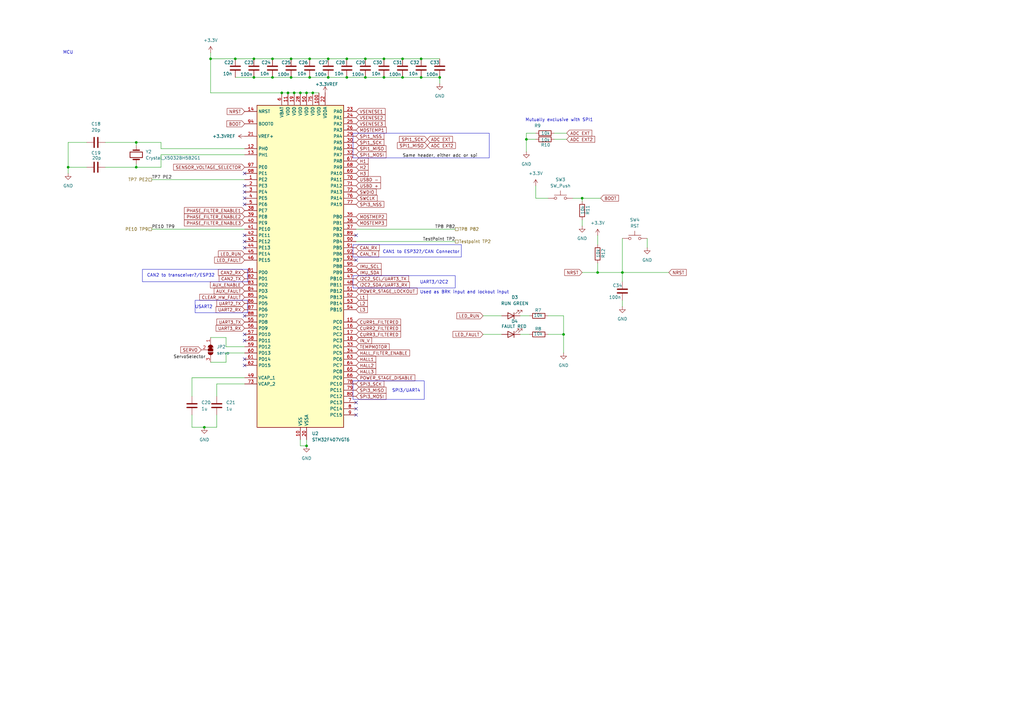
<source format=kicad_sch>
(kicad_sch
	(version 20231120)
	(generator "eeschema")
	(generator_version "8.0")
	(uuid "23cc95e4-d70c-42ec-b03f-1f5fc81c1772")
	(paper "A3")
	(lib_symbols
		(symbol "Device:C"
			(pin_numbers hide)
			(pin_names
				(offset 0.254)
			)
			(exclude_from_sim no)
			(in_bom yes)
			(on_board yes)
			(property "Reference" "C"
				(at 0.635 2.54 0)
				(effects
					(font
						(size 1.27 1.27)
					)
					(justify left)
				)
			)
			(property "Value" "C"
				(at 0.635 -2.54 0)
				(effects
					(font
						(size 1.27 1.27)
					)
					(justify left)
				)
			)
			(property "Footprint" ""
				(at 0.9652 -3.81 0)
				(effects
					(font
						(size 1.27 1.27)
					)
					(hide yes)
				)
			)
			(property "Datasheet" "~"
				(at 0 0 0)
				(effects
					(font
						(size 1.27 1.27)
					)
					(hide yes)
				)
			)
			(property "Description" "Unpolarized capacitor"
				(at 0 0 0)
				(effects
					(font
						(size 1.27 1.27)
					)
					(hide yes)
				)
			)
			(property "ki_keywords" "cap capacitor"
				(at 0 0 0)
				(effects
					(font
						(size 1.27 1.27)
					)
					(hide yes)
				)
			)
			(property "ki_fp_filters" "C_*"
				(at 0 0 0)
				(effects
					(font
						(size 1.27 1.27)
					)
					(hide yes)
				)
			)
			(symbol "C_0_1"
				(polyline
					(pts
						(xy -2.032 -0.762) (xy 2.032 -0.762)
					)
					(stroke
						(width 0.508)
						(type default)
					)
					(fill
						(type none)
					)
				)
				(polyline
					(pts
						(xy -2.032 0.762) (xy 2.032 0.762)
					)
					(stroke
						(width 0.508)
						(type default)
					)
					(fill
						(type none)
					)
				)
			)
			(symbol "C_1_1"
				(pin passive line
					(at 0 3.81 270)
					(length 2.794)
					(name "~"
						(effects
							(font
								(size 1.27 1.27)
							)
						)
					)
					(number "1"
						(effects
							(font
								(size 1.27 1.27)
							)
						)
					)
				)
				(pin passive line
					(at 0 -3.81 90)
					(length 2.794)
					(name "~"
						(effects
							(font
								(size 1.27 1.27)
							)
						)
					)
					(number "2"
						(effects
							(font
								(size 1.27 1.27)
							)
						)
					)
				)
			)
		)
		(symbol "Device:Crystal"
			(pin_numbers hide)
			(pin_names
				(offset 1.016) hide)
			(exclude_from_sim no)
			(in_bom yes)
			(on_board yes)
			(property "Reference" "Y"
				(at 0 3.81 0)
				(effects
					(font
						(size 1.27 1.27)
					)
				)
			)
			(property "Value" "Crystal"
				(at 0 -3.81 0)
				(effects
					(font
						(size 1.27 1.27)
					)
				)
			)
			(property "Footprint" ""
				(at 0 0 0)
				(effects
					(font
						(size 1.27 1.27)
					)
					(hide yes)
				)
			)
			(property "Datasheet" "~"
				(at 0 0 0)
				(effects
					(font
						(size 1.27 1.27)
					)
					(hide yes)
				)
			)
			(property "Description" "Two pin crystal"
				(at 0 0 0)
				(effects
					(font
						(size 1.27 1.27)
					)
					(hide yes)
				)
			)
			(property "ki_keywords" "quartz ceramic resonator oscillator"
				(at 0 0 0)
				(effects
					(font
						(size 1.27 1.27)
					)
					(hide yes)
				)
			)
			(property "ki_fp_filters" "Crystal*"
				(at 0 0 0)
				(effects
					(font
						(size 1.27 1.27)
					)
					(hide yes)
				)
			)
			(symbol "Crystal_0_1"
				(rectangle
					(start -1.143 2.54)
					(end 1.143 -2.54)
					(stroke
						(width 0.3048)
						(type default)
					)
					(fill
						(type none)
					)
				)
				(polyline
					(pts
						(xy -2.54 0) (xy -1.905 0)
					)
					(stroke
						(width 0)
						(type default)
					)
					(fill
						(type none)
					)
				)
				(polyline
					(pts
						(xy -1.905 -1.27) (xy -1.905 1.27)
					)
					(stroke
						(width 0.508)
						(type default)
					)
					(fill
						(type none)
					)
				)
				(polyline
					(pts
						(xy 1.905 -1.27) (xy 1.905 1.27)
					)
					(stroke
						(width 0.508)
						(type default)
					)
					(fill
						(type none)
					)
				)
				(polyline
					(pts
						(xy 2.54 0) (xy 1.905 0)
					)
					(stroke
						(width 0)
						(type default)
					)
					(fill
						(type none)
					)
				)
			)
			(symbol "Crystal_1_1"
				(pin passive line
					(at -3.81 0 0)
					(length 1.27)
					(name "1"
						(effects
							(font
								(size 1.27 1.27)
							)
						)
					)
					(number "1"
						(effects
							(font
								(size 1.27 1.27)
							)
						)
					)
				)
				(pin passive line
					(at 3.81 0 180)
					(length 1.27)
					(name "2"
						(effects
							(font
								(size 1.27 1.27)
							)
						)
					)
					(number "2"
						(effects
							(font
								(size 1.27 1.27)
							)
						)
					)
				)
			)
		)
		(symbol "Device:LED"
			(pin_numbers hide)
			(pin_names
				(offset 1.016) hide)
			(exclude_from_sim no)
			(in_bom yes)
			(on_board yes)
			(property "Reference" "D"
				(at 0 2.54 0)
				(effects
					(font
						(size 1.27 1.27)
					)
				)
			)
			(property "Value" "LED"
				(at 0 -2.54 0)
				(effects
					(font
						(size 1.27 1.27)
					)
				)
			)
			(property "Footprint" ""
				(at 0 0 0)
				(effects
					(font
						(size 1.27 1.27)
					)
					(hide yes)
				)
			)
			(property "Datasheet" "~"
				(at 0 0 0)
				(effects
					(font
						(size 1.27 1.27)
					)
					(hide yes)
				)
			)
			(property "Description" "Light emitting diode"
				(at 0 0 0)
				(effects
					(font
						(size 1.27 1.27)
					)
					(hide yes)
				)
			)
			(property "ki_keywords" "LED diode"
				(at 0 0 0)
				(effects
					(font
						(size 1.27 1.27)
					)
					(hide yes)
				)
			)
			(property "ki_fp_filters" "LED* LED_SMD:* LED_THT:*"
				(at 0 0 0)
				(effects
					(font
						(size 1.27 1.27)
					)
					(hide yes)
				)
			)
			(symbol "LED_0_1"
				(polyline
					(pts
						(xy -1.27 -1.27) (xy -1.27 1.27)
					)
					(stroke
						(width 0.254)
						(type default)
					)
					(fill
						(type none)
					)
				)
				(polyline
					(pts
						(xy -1.27 0) (xy 1.27 0)
					)
					(stroke
						(width 0)
						(type default)
					)
					(fill
						(type none)
					)
				)
				(polyline
					(pts
						(xy 1.27 -1.27) (xy 1.27 1.27) (xy -1.27 0) (xy 1.27 -1.27)
					)
					(stroke
						(width 0.254)
						(type default)
					)
					(fill
						(type none)
					)
				)
				(polyline
					(pts
						(xy -3.048 -0.762) (xy -4.572 -2.286) (xy -3.81 -2.286) (xy -4.572 -2.286) (xy -4.572 -1.524)
					)
					(stroke
						(width 0)
						(type default)
					)
					(fill
						(type none)
					)
				)
				(polyline
					(pts
						(xy -1.778 -0.762) (xy -3.302 -2.286) (xy -2.54 -2.286) (xy -3.302 -2.286) (xy -3.302 -1.524)
					)
					(stroke
						(width 0)
						(type default)
					)
					(fill
						(type none)
					)
				)
			)
			(symbol "LED_1_1"
				(pin passive line
					(at -3.81 0 0)
					(length 2.54)
					(name "K"
						(effects
							(font
								(size 1.27 1.27)
							)
						)
					)
					(number "1"
						(effects
							(font
								(size 1.27 1.27)
							)
						)
					)
				)
				(pin passive line
					(at 3.81 0 180)
					(length 2.54)
					(name "A"
						(effects
							(font
								(size 1.27 1.27)
							)
						)
					)
					(number "2"
						(effects
							(font
								(size 1.27 1.27)
							)
						)
					)
				)
			)
		)
		(symbol "Device:R"
			(pin_numbers hide)
			(pin_names
				(offset 0)
			)
			(exclude_from_sim no)
			(in_bom yes)
			(on_board yes)
			(property "Reference" "R"
				(at 2.032 0 90)
				(effects
					(font
						(size 1.27 1.27)
					)
				)
			)
			(property "Value" "R"
				(at 0 0 90)
				(effects
					(font
						(size 1.27 1.27)
					)
				)
			)
			(property "Footprint" ""
				(at -1.778 0 90)
				(effects
					(font
						(size 1.27 1.27)
					)
					(hide yes)
				)
			)
			(property "Datasheet" "~"
				(at 0 0 0)
				(effects
					(font
						(size 1.27 1.27)
					)
					(hide yes)
				)
			)
			(property "Description" "Resistor"
				(at 0 0 0)
				(effects
					(font
						(size 1.27 1.27)
					)
					(hide yes)
				)
			)
			(property "ki_keywords" "R res resistor"
				(at 0 0 0)
				(effects
					(font
						(size 1.27 1.27)
					)
					(hide yes)
				)
			)
			(property "ki_fp_filters" "R_*"
				(at 0 0 0)
				(effects
					(font
						(size 1.27 1.27)
					)
					(hide yes)
				)
			)
			(symbol "R_0_1"
				(rectangle
					(start -1.016 -2.54)
					(end 1.016 2.54)
					(stroke
						(width 0.254)
						(type default)
					)
					(fill
						(type none)
					)
				)
			)
			(symbol "R_1_1"
				(pin passive line
					(at 0 3.81 270)
					(length 1.27)
					(name "~"
						(effects
							(font
								(size 1.27 1.27)
							)
						)
					)
					(number "1"
						(effects
							(font
								(size 1.27 1.27)
							)
						)
					)
				)
				(pin passive line
					(at 0 -3.81 90)
					(length 1.27)
					(name "~"
						(effects
							(font
								(size 1.27 1.27)
							)
						)
					)
					(number "2"
						(effects
							(font
								(size 1.27 1.27)
							)
						)
					)
				)
			)
		)
		(symbol "Jumper:SolderJumper_3_Bridged12"
			(pin_names
				(offset 0) hide)
			(exclude_from_sim yes)
			(in_bom no)
			(on_board yes)
			(property "Reference" "JP"
				(at -2.54 -2.54 0)
				(effects
					(font
						(size 1.27 1.27)
					)
				)
			)
			(property "Value" "SolderJumper_3_Bridged12"
				(at 0 2.794 0)
				(effects
					(font
						(size 1.27 1.27)
					)
				)
			)
			(property "Footprint" ""
				(at 0 0 0)
				(effects
					(font
						(size 1.27 1.27)
					)
					(hide yes)
				)
			)
			(property "Datasheet" "~"
				(at 0 0 0)
				(effects
					(font
						(size 1.27 1.27)
					)
					(hide yes)
				)
			)
			(property "Description" "3-pole Solder Jumper, pins 1+2 closed/bridged"
				(at 0 0 0)
				(effects
					(font
						(size 1.27 1.27)
					)
					(hide yes)
				)
			)
			(property "ki_keywords" "Solder Jumper SPDT"
				(at 0 0 0)
				(effects
					(font
						(size 1.27 1.27)
					)
					(hide yes)
				)
			)
			(property "ki_fp_filters" "SolderJumper*Bridged12*"
				(at 0 0 0)
				(effects
					(font
						(size 1.27 1.27)
					)
					(hide yes)
				)
			)
			(symbol "SolderJumper_3_Bridged12_0_1"
				(rectangle
					(start -1.016 0.508)
					(end -0.508 -0.508)
					(stroke
						(width 0)
						(type default)
					)
					(fill
						(type outline)
					)
				)
				(arc
					(start -1.016 1.016)
					(mid -2.0276 0)
					(end -1.016 -1.016)
					(stroke
						(width 0)
						(type default)
					)
					(fill
						(type none)
					)
				)
				(arc
					(start -1.016 1.016)
					(mid -2.0276 0)
					(end -1.016 -1.016)
					(stroke
						(width 0)
						(type default)
					)
					(fill
						(type outline)
					)
				)
				(rectangle
					(start -0.508 1.016)
					(end 0.508 -1.016)
					(stroke
						(width 0)
						(type default)
					)
					(fill
						(type outline)
					)
				)
				(polyline
					(pts
						(xy -2.54 0) (xy -2.032 0)
					)
					(stroke
						(width 0)
						(type default)
					)
					(fill
						(type none)
					)
				)
				(polyline
					(pts
						(xy -1.016 1.016) (xy -1.016 -1.016)
					)
					(stroke
						(width 0)
						(type default)
					)
					(fill
						(type none)
					)
				)
				(polyline
					(pts
						(xy 0 -1.27) (xy 0 -1.016)
					)
					(stroke
						(width 0)
						(type default)
					)
					(fill
						(type none)
					)
				)
				(polyline
					(pts
						(xy 1.016 1.016) (xy 1.016 -1.016)
					)
					(stroke
						(width 0)
						(type default)
					)
					(fill
						(type none)
					)
				)
				(polyline
					(pts
						(xy 2.54 0) (xy 2.032 0)
					)
					(stroke
						(width 0)
						(type default)
					)
					(fill
						(type none)
					)
				)
				(arc
					(start 1.016 -1.016)
					(mid 2.0276 0)
					(end 1.016 1.016)
					(stroke
						(width 0)
						(type default)
					)
					(fill
						(type none)
					)
				)
				(arc
					(start 1.016 -1.016)
					(mid 2.0276 0)
					(end 1.016 1.016)
					(stroke
						(width 0)
						(type default)
					)
					(fill
						(type outline)
					)
				)
			)
			(symbol "SolderJumper_3_Bridged12_1_1"
				(pin passive line
					(at -5.08 0 0)
					(length 2.54)
					(name "A"
						(effects
							(font
								(size 1.27 1.27)
							)
						)
					)
					(number "1"
						(effects
							(font
								(size 1.27 1.27)
							)
						)
					)
				)
				(pin passive line
					(at 0 -3.81 90)
					(length 2.54)
					(name "C"
						(effects
							(font
								(size 1.27 1.27)
							)
						)
					)
					(number "2"
						(effects
							(font
								(size 1.27 1.27)
							)
						)
					)
				)
				(pin passive line
					(at 5.08 0 180)
					(length 2.54)
					(name "B"
						(effects
							(font
								(size 1.27 1.27)
							)
						)
					)
					(number "3"
						(effects
							(font
								(size 1.27 1.27)
							)
						)
					)
				)
			)
		)
		(symbol "MCU_ST_STM32F4:STM32F407VGTx"
			(exclude_from_sim no)
			(in_bom yes)
			(on_board yes)
			(property "Reference" "U"
				(at -17.78 67.31 0)
				(effects
					(font
						(size 1.27 1.27)
					)
					(justify left)
				)
			)
			(property "Value" "STM32F407VGTx"
				(at 12.7 67.31 0)
				(effects
					(font
						(size 1.27 1.27)
					)
					(justify left)
				)
			)
			(property "Footprint" "Package_QFP:LQFP-100_14x14mm_P0.5mm"
				(at -17.78 -66.04 0)
				(effects
					(font
						(size 1.27 1.27)
					)
					(justify right)
					(hide yes)
				)
			)
			(property "Datasheet" "https://www.st.com/resource/en/datasheet/stm32f407vg.pdf"
				(at 0 0 0)
				(effects
					(font
						(size 1.27 1.27)
					)
					(hide yes)
				)
			)
			(property "Description" "STMicroelectronics Arm Cortex-M4 MCU, 1024KB flash, 192KB RAM, 168 MHz, 1.8-3.6V, 82 GPIO, LQFP100"
				(at 0 0 0)
				(effects
					(font
						(size 1.27 1.27)
					)
					(hide yes)
				)
			)
			(property "ki_locked" ""
				(at 0 0 0)
				(effects
					(font
						(size 1.27 1.27)
					)
				)
			)
			(property "ki_keywords" "Arm Cortex-M4 STM32F4 STM32F407/417"
				(at 0 0 0)
				(effects
					(font
						(size 1.27 1.27)
					)
					(hide yes)
				)
			)
			(property "ki_fp_filters" "LQFP*14x14mm*P0.5mm*"
				(at 0 0 0)
				(effects
					(font
						(size 1.27 1.27)
					)
					(hide yes)
				)
			)
			(symbol "STM32F407VGTx_0_1"
				(rectangle
					(start -17.78 -66.04)
					(end 17.78 66.04)
					(stroke
						(width 0.254)
						(type default)
					)
					(fill
						(type background)
					)
				)
			)
			(symbol "STM32F407VGTx_1_1"
				(pin bidirectional line
					(at -22.86 35.56 0)
					(length 5.08)
					(name "PE2"
						(effects
							(font
								(size 1.27 1.27)
							)
						)
					)
					(number "1"
						(effects
							(font
								(size 1.27 1.27)
							)
						)
					)
					(alternate "ETH_TXD3" bidirectional line)
					(alternate "FSMC_A23" bidirectional line)
					(alternate "SYS_TRACECLK" bidirectional line)
				)
				(pin power_in line
					(at 0 -71.12 90)
					(length 5.08)
					(name "VSS"
						(effects
							(font
								(size 1.27 1.27)
							)
						)
					)
					(number "10"
						(effects
							(font
								(size 1.27 1.27)
							)
						)
					)
				)
				(pin power_in line
					(at 7.62 71.12 270)
					(length 5.08)
					(name "VDD"
						(effects
							(font
								(size 1.27 1.27)
							)
						)
					)
					(number "100"
						(effects
							(font
								(size 1.27 1.27)
							)
						)
					)
				)
				(pin power_in line
					(at -5.08 71.12 270)
					(length 5.08)
					(name "VDD"
						(effects
							(font
								(size 1.27 1.27)
							)
						)
					)
					(number "11"
						(effects
							(font
								(size 1.27 1.27)
							)
						)
					)
				)
				(pin bidirectional line
					(at -22.86 48.26 0)
					(length 5.08)
					(name "PH0"
						(effects
							(font
								(size 1.27 1.27)
							)
						)
					)
					(number "12"
						(effects
							(font
								(size 1.27 1.27)
							)
						)
					)
					(alternate "RCC_OSC_IN" bidirectional line)
				)
				(pin bidirectional line
					(at -22.86 45.72 0)
					(length 5.08)
					(name "PH1"
						(effects
							(font
								(size 1.27 1.27)
							)
						)
					)
					(number "13"
						(effects
							(font
								(size 1.27 1.27)
							)
						)
					)
					(alternate "RCC_OSC_OUT" bidirectional line)
				)
				(pin input line
					(at -22.86 63.5 0)
					(length 5.08)
					(name "NRST"
						(effects
							(font
								(size 1.27 1.27)
							)
						)
					)
					(number "14"
						(effects
							(font
								(size 1.27 1.27)
							)
						)
					)
				)
				(pin bidirectional line
					(at 22.86 -22.86 180)
					(length 5.08)
					(name "PC0"
						(effects
							(font
								(size 1.27 1.27)
							)
						)
					)
					(number "15"
						(effects
							(font
								(size 1.27 1.27)
							)
						)
					)
					(alternate "ADC1_IN10" bidirectional line)
					(alternate "ADC2_IN10" bidirectional line)
					(alternate "ADC3_IN10" bidirectional line)
					(alternate "USB_OTG_HS_ULPI_STP" bidirectional line)
				)
				(pin bidirectional line
					(at 22.86 -25.4 180)
					(length 5.08)
					(name "PC1"
						(effects
							(font
								(size 1.27 1.27)
							)
						)
					)
					(number "16"
						(effects
							(font
								(size 1.27 1.27)
							)
						)
					)
					(alternate "ADC1_IN11" bidirectional line)
					(alternate "ADC2_IN11" bidirectional line)
					(alternate "ADC3_IN11" bidirectional line)
					(alternate "ETH_MDC" bidirectional line)
				)
				(pin bidirectional line
					(at 22.86 -27.94 180)
					(length 5.08)
					(name "PC2"
						(effects
							(font
								(size 1.27 1.27)
							)
						)
					)
					(number "17"
						(effects
							(font
								(size 1.27 1.27)
							)
						)
					)
					(alternate "ADC1_IN12" bidirectional line)
					(alternate "ADC2_IN12" bidirectional line)
					(alternate "ADC3_IN12" bidirectional line)
					(alternate "ETH_TXD2" bidirectional line)
					(alternate "I2S2_ext_SD" bidirectional line)
					(alternate "SPI2_MISO" bidirectional line)
					(alternate "USB_OTG_HS_ULPI_DIR" bidirectional line)
				)
				(pin bidirectional line
					(at 22.86 -30.48 180)
					(length 5.08)
					(name "PC3"
						(effects
							(font
								(size 1.27 1.27)
							)
						)
					)
					(number "18"
						(effects
							(font
								(size 1.27 1.27)
							)
						)
					)
					(alternate "ADC1_IN13" bidirectional line)
					(alternate "ADC2_IN13" bidirectional line)
					(alternate "ADC3_IN13" bidirectional line)
					(alternate "ETH_TX_CLK" bidirectional line)
					(alternate "I2S2_SD" bidirectional line)
					(alternate "SPI2_MOSI" bidirectional line)
					(alternate "USB_OTG_HS_ULPI_NXT" bidirectional line)
				)
				(pin power_in line
					(at -2.54 71.12 270)
					(length 5.08)
					(name "VDD"
						(effects
							(font
								(size 1.27 1.27)
							)
						)
					)
					(number "19"
						(effects
							(font
								(size 1.27 1.27)
							)
						)
					)
				)
				(pin bidirectional line
					(at -22.86 33.02 0)
					(length 5.08)
					(name "PE3"
						(effects
							(font
								(size 1.27 1.27)
							)
						)
					)
					(number "2"
						(effects
							(font
								(size 1.27 1.27)
							)
						)
					)
					(alternate "FSMC_A19" bidirectional line)
					(alternate "SYS_TRACED0" bidirectional line)
				)
				(pin power_in line
					(at 2.54 -71.12 90)
					(length 5.08)
					(name "VSSA"
						(effects
							(font
								(size 1.27 1.27)
							)
						)
					)
					(number "20"
						(effects
							(font
								(size 1.27 1.27)
							)
						)
					)
				)
				(pin input line
					(at -22.86 53.34 0)
					(length 5.08)
					(name "VREF+"
						(effects
							(font
								(size 1.27 1.27)
							)
						)
					)
					(number "21"
						(effects
							(font
								(size 1.27 1.27)
							)
						)
					)
				)
				(pin power_in line
					(at 10.16 71.12 270)
					(length 5.08)
					(name "VDDA"
						(effects
							(font
								(size 1.27 1.27)
							)
						)
					)
					(number "22"
						(effects
							(font
								(size 1.27 1.27)
							)
						)
					)
				)
				(pin bidirectional line
					(at 22.86 63.5 180)
					(length 5.08)
					(name "PA0"
						(effects
							(font
								(size 1.27 1.27)
							)
						)
					)
					(number "23"
						(effects
							(font
								(size 1.27 1.27)
							)
						)
					)
					(alternate "ADC1_IN0" bidirectional line)
					(alternate "ADC2_IN0" bidirectional line)
					(alternate "ADC3_IN0" bidirectional line)
					(alternate "ETH_CRS" bidirectional line)
					(alternate "SYS_WKUP" bidirectional line)
					(alternate "TIM2_CH1" bidirectional line)
					(alternate "TIM2_ETR" bidirectional line)
					(alternate "TIM5_CH1" bidirectional line)
					(alternate "TIM8_ETR" bidirectional line)
					(alternate "UART4_TX" bidirectional line)
					(alternate "USART2_CTS" bidirectional line)
				)
				(pin bidirectional line
					(at 22.86 60.96 180)
					(length 5.08)
					(name "PA1"
						(effects
							(font
								(size 1.27 1.27)
							)
						)
					)
					(number "24"
						(effects
							(font
								(size 1.27 1.27)
							)
						)
					)
					(alternate "ADC1_IN1" bidirectional line)
					(alternate "ADC2_IN1" bidirectional line)
					(alternate "ADC3_IN1" bidirectional line)
					(alternate "ETH_REF_CLK" bidirectional line)
					(alternate "ETH_RX_CLK" bidirectional line)
					(alternate "TIM2_CH2" bidirectional line)
					(alternate "TIM5_CH2" bidirectional line)
					(alternate "UART4_RX" bidirectional line)
					(alternate "USART2_RTS" bidirectional line)
				)
				(pin bidirectional line
					(at 22.86 58.42 180)
					(length 5.08)
					(name "PA2"
						(effects
							(font
								(size 1.27 1.27)
							)
						)
					)
					(number "25"
						(effects
							(font
								(size 1.27 1.27)
							)
						)
					)
					(alternate "ADC1_IN2" bidirectional line)
					(alternate "ADC2_IN2" bidirectional line)
					(alternate "ADC3_IN2" bidirectional line)
					(alternate "ETH_MDIO" bidirectional line)
					(alternate "TIM2_CH3" bidirectional line)
					(alternate "TIM5_CH3" bidirectional line)
					(alternate "TIM9_CH1" bidirectional line)
					(alternate "USART2_TX" bidirectional line)
				)
				(pin bidirectional line
					(at 22.86 55.88 180)
					(length 5.08)
					(name "PA3"
						(effects
							(font
								(size 1.27 1.27)
							)
						)
					)
					(number "26"
						(effects
							(font
								(size 1.27 1.27)
							)
						)
					)
					(alternate "ADC1_IN3" bidirectional line)
					(alternate "ADC2_IN3" bidirectional line)
					(alternate "ADC3_IN3" bidirectional line)
					(alternate "ETH_COL" bidirectional line)
					(alternate "TIM2_CH4" bidirectional line)
					(alternate "TIM5_CH4" bidirectional line)
					(alternate "TIM9_CH2" bidirectional line)
					(alternate "USART2_RX" bidirectional line)
					(alternate "USB_OTG_HS_ULPI_D0" bidirectional line)
				)
				(pin passive line
					(at 0 -71.12 90)
					(length 5.08) hide
					(name "VSS"
						(effects
							(font
								(size 1.27 1.27)
							)
						)
					)
					(number "27"
						(effects
							(font
								(size 1.27 1.27)
							)
						)
					)
				)
				(pin power_in line
					(at 0 71.12 270)
					(length 5.08)
					(name "VDD"
						(effects
							(font
								(size 1.27 1.27)
							)
						)
					)
					(number "28"
						(effects
							(font
								(size 1.27 1.27)
							)
						)
					)
				)
				(pin bidirectional line
					(at 22.86 53.34 180)
					(length 5.08)
					(name "PA4"
						(effects
							(font
								(size 1.27 1.27)
							)
						)
					)
					(number "29"
						(effects
							(font
								(size 1.27 1.27)
							)
						)
					)
					(alternate "ADC1_IN4" bidirectional line)
					(alternate "ADC2_IN4" bidirectional line)
					(alternate "DAC_OUT1" bidirectional line)
					(alternate "DCMI_HSYNC" bidirectional line)
					(alternate "I2S3_WS" bidirectional line)
					(alternate "SPI1_NSS" bidirectional line)
					(alternate "SPI3_NSS" bidirectional line)
					(alternate "USART2_CK" bidirectional line)
					(alternate "USB_OTG_HS_SOF" bidirectional line)
				)
				(pin bidirectional line
					(at -22.86 30.48 0)
					(length 5.08)
					(name "PE4"
						(effects
							(font
								(size 1.27 1.27)
							)
						)
					)
					(number "3"
						(effects
							(font
								(size 1.27 1.27)
							)
						)
					)
					(alternate "DCMI_D4" bidirectional line)
					(alternate "FSMC_A20" bidirectional line)
					(alternate "SYS_TRACED1" bidirectional line)
				)
				(pin bidirectional line
					(at 22.86 50.8 180)
					(length 5.08)
					(name "PA5"
						(effects
							(font
								(size 1.27 1.27)
							)
						)
					)
					(number "30"
						(effects
							(font
								(size 1.27 1.27)
							)
						)
					)
					(alternate "ADC1_IN5" bidirectional line)
					(alternate "ADC2_IN5" bidirectional line)
					(alternate "DAC_OUT2" bidirectional line)
					(alternate "SPI1_SCK" bidirectional line)
					(alternate "TIM2_CH1" bidirectional line)
					(alternate "TIM2_ETR" bidirectional line)
					(alternate "TIM8_CH1N" bidirectional line)
					(alternate "USB_OTG_HS_ULPI_CK" bidirectional line)
				)
				(pin bidirectional line
					(at 22.86 48.26 180)
					(length 5.08)
					(name "PA6"
						(effects
							(font
								(size 1.27 1.27)
							)
						)
					)
					(number "31"
						(effects
							(font
								(size 1.27 1.27)
							)
						)
					)
					(alternate "ADC1_IN6" bidirectional line)
					(alternate "ADC2_IN6" bidirectional line)
					(alternate "DCMI_PIXCLK" bidirectional line)
					(alternate "SPI1_MISO" bidirectional line)
					(alternate "TIM13_CH1" bidirectional line)
					(alternate "TIM1_BKIN" bidirectional line)
					(alternate "TIM3_CH1" bidirectional line)
					(alternate "TIM8_BKIN" bidirectional line)
				)
				(pin bidirectional line
					(at 22.86 45.72 180)
					(length 5.08)
					(name "PA7"
						(effects
							(font
								(size 1.27 1.27)
							)
						)
					)
					(number "32"
						(effects
							(font
								(size 1.27 1.27)
							)
						)
					)
					(alternate "ADC1_IN7" bidirectional line)
					(alternate "ADC2_IN7" bidirectional line)
					(alternate "ETH_CRS_DV" bidirectional line)
					(alternate "ETH_RX_DV" bidirectional line)
					(alternate "SPI1_MOSI" bidirectional line)
					(alternate "TIM14_CH1" bidirectional line)
					(alternate "TIM1_CH1N" bidirectional line)
					(alternate "TIM3_CH2" bidirectional line)
					(alternate "TIM8_CH1N" bidirectional line)
				)
				(pin bidirectional line
					(at 22.86 -33.02 180)
					(length 5.08)
					(name "PC4"
						(effects
							(font
								(size 1.27 1.27)
							)
						)
					)
					(number "33"
						(effects
							(font
								(size 1.27 1.27)
							)
						)
					)
					(alternate "ADC1_IN14" bidirectional line)
					(alternate "ADC2_IN14" bidirectional line)
					(alternate "ETH_RXD0" bidirectional line)
				)
				(pin bidirectional line
					(at 22.86 -35.56 180)
					(length 5.08)
					(name "PC5"
						(effects
							(font
								(size 1.27 1.27)
							)
						)
					)
					(number "34"
						(effects
							(font
								(size 1.27 1.27)
							)
						)
					)
					(alternate "ADC1_IN15" bidirectional line)
					(alternate "ADC2_IN15" bidirectional line)
					(alternate "ETH_RXD1" bidirectional line)
				)
				(pin bidirectional line
					(at 22.86 20.32 180)
					(length 5.08)
					(name "PB0"
						(effects
							(font
								(size 1.27 1.27)
							)
						)
					)
					(number "35"
						(effects
							(font
								(size 1.27 1.27)
							)
						)
					)
					(alternate "ADC1_IN8" bidirectional line)
					(alternate "ADC2_IN8" bidirectional line)
					(alternate "ETH_RXD2" bidirectional line)
					(alternate "TIM1_CH2N" bidirectional line)
					(alternate "TIM3_CH3" bidirectional line)
					(alternate "TIM8_CH2N" bidirectional line)
					(alternate "USB_OTG_HS_ULPI_D1" bidirectional line)
				)
				(pin bidirectional line
					(at 22.86 17.78 180)
					(length 5.08)
					(name "PB1"
						(effects
							(font
								(size 1.27 1.27)
							)
						)
					)
					(number "36"
						(effects
							(font
								(size 1.27 1.27)
							)
						)
					)
					(alternate "ADC1_IN9" bidirectional line)
					(alternate "ADC2_IN9" bidirectional line)
					(alternate "ETH_RXD3" bidirectional line)
					(alternate "TIM1_CH3N" bidirectional line)
					(alternate "TIM3_CH4" bidirectional line)
					(alternate "TIM8_CH3N" bidirectional line)
					(alternate "USB_OTG_HS_ULPI_D2" bidirectional line)
				)
				(pin bidirectional line
					(at 22.86 15.24 180)
					(length 5.08)
					(name "PB2"
						(effects
							(font
								(size 1.27 1.27)
							)
						)
					)
					(number "37"
						(effects
							(font
								(size 1.27 1.27)
							)
						)
					)
				)
				(pin bidirectional line
					(at -22.86 22.86 0)
					(length 5.08)
					(name "PE7"
						(effects
							(font
								(size 1.27 1.27)
							)
						)
					)
					(number "38"
						(effects
							(font
								(size 1.27 1.27)
							)
						)
					)
					(alternate "FSMC_D4" bidirectional line)
					(alternate "FSMC_DA4" bidirectional line)
					(alternate "TIM1_ETR" bidirectional line)
				)
				(pin bidirectional line
					(at -22.86 20.32 0)
					(length 5.08)
					(name "PE8"
						(effects
							(font
								(size 1.27 1.27)
							)
						)
					)
					(number "39"
						(effects
							(font
								(size 1.27 1.27)
							)
						)
					)
					(alternate "FSMC_D5" bidirectional line)
					(alternate "FSMC_DA5" bidirectional line)
					(alternate "TIM1_CH1N" bidirectional line)
				)
				(pin bidirectional line
					(at -22.86 27.94 0)
					(length 5.08)
					(name "PE5"
						(effects
							(font
								(size 1.27 1.27)
							)
						)
					)
					(number "4"
						(effects
							(font
								(size 1.27 1.27)
							)
						)
					)
					(alternate "DCMI_D6" bidirectional line)
					(alternate "FSMC_A21" bidirectional line)
					(alternate "SYS_TRACED2" bidirectional line)
					(alternate "TIM9_CH1" bidirectional line)
				)
				(pin bidirectional line
					(at -22.86 17.78 0)
					(length 5.08)
					(name "PE9"
						(effects
							(font
								(size 1.27 1.27)
							)
						)
					)
					(number "40"
						(effects
							(font
								(size 1.27 1.27)
							)
						)
					)
					(alternate "DAC_EXTI9" bidirectional line)
					(alternate "FSMC_D6" bidirectional line)
					(alternate "FSMC_DA6" bidirectional line)
					(alternate "TIM1_CH1" bidirectional line)
				)
				(pin bidirectional line
					(at -22.86 15.24 0)
					(length 5.08)
					(name "PE10"
						(effects
							(font
								(size 1.27 1.27)
							)
						)
					)
					(number "41"
						(effects
							(font
								(size 1.27 1.27)
							)
						)
					)
					(alternate "FSMC_D7" bidirectional line)
					(alternate "FSMC_DA7" bidirectional line)
					(alternate "TIM1_CH2N" bidirectional line)
				)
				(pin bidirectional line
					(at -22.86 12.7 0)
					(length 5.08)
					(name "PE11"
						(effects
							(font
								(size 1.27 1.27)
							)
						)
					)
					(number "42"
						(effects
							(font
								(size 1.27 1.27)
							)
						)
					)
					(alternate "ADC1_EXTI11" bidirectional line)
					(alternate "ADC2_EXTI11" bidirectional line)
					(alternate "ADC3_EXTI11" bidirectional line)
					(alternate "FSMC_D8" bidirectional line)
					(alternate "FSMC_DA8" bidirectional line)
					(alternate "TIM1_CH2" bidirectional line)
				)
				(pin bidirectional line
					(at -22.86 10.16 0)
					(length 5.08)
					(name "PE12"
						(effects
							(font
								(size 1.27 1.27)
							)
						)
					)
					(number "43"
						(effects
							(font
								(size 1.27 1.27)
							)
						)
					)
					(alternate "FSMC_D9" bidirectional line)
					(alternate "FSMC_DA9" bidirectional line)
					(alternate "TIM1_CH3N" bidirectional line)
				)
				(pin bidirectional line
					(at -22.86 7.62 0)
					(length 5.08)
					(name "PE13"
						(effects
							(font
								(size 1.27 1.27)
							)
						)
					)
					(number "44"
						(effects
							(font
								(size 1.27 1.27)
							)
						)
					)
					(alternate "FSMC_D10" bidirectional line)
					(alternate "FSMC_DA10" bidirectional line)
					(alternate "TIM1_CH3" bidirectional line)
				)
				(pin bidirectional line
					(at -22.86 5.08 0)
					(length 5.08)
					(name "PE14"
						(effects
							(font
								(size 1.27 1.27)
							)
						)
					)
					(number "45"
						(effects
							(font
								(size 1.27 1.27)
							)
						)
					)
					(alternate "FSMC_D11" bidirectional line)
					(alternate "FSMC_DA11" bidirectional line)
					(alternate "TIM1_CH4" bidirectional line)
				)
				(pin bidirectional line
					(at -22.86 2.54 0)
					(length 5.08)
					(name "PE15"
						(effects
							(font
								(size 1.27 1.27)
							)
						)
					)
					(number "46"
						(effects
							(font
								(size 1.27 1.27)
							)
						)
					)
					(alternate "ADC1_EXTI15" bidirectional line)
					(alternate "ADC2_EXTI15" bidirectional line)
					(alternate "ADC3_EXTI15" bidirectional line)
					(alternate "FSMC_D12" bidirectional line)
					(alternate "FSMC_DA12" bidirectional line)
					(alternate "TIM1_BKIN" bidirectional line)
				)
				(pin bidirectional line
					(at 22.86 -5.08 180)
					(length 5.08)
					(name "PB10"
						(effects
							(font
								(size 1.27 1.27)
							)
						)
					)
					(number "47"
						(effects
							(font
								(size 1.27 1.27)
							)
						)
					)
					(alternate "ETH_RX_ER" bidirectional line)
					(alternate "I2C2_SCL" bidirectional line)
					(alternate "I2S2_CK" bidirectional line)
					(alternate "SPI2_SCK" bidirectional line)
					(alternate "TIM2_CH3" bidirectional line)
					(alternate "USART3_TX" bidirectional line)
					(alternate "USB_OTG_HS_ULPI_D3" bidirectional line)
				)
				(pin bidirectional line
					(at 22.86 -7.62 180)
					(length 5.08)
					(name "PB11"
						(effects
							(font
								(size 1.27 1.27)
							)
						)
					)
					(number "48"
						(effects
							(font
								(size 1.27 1.27)
							)
						)
					)
					(alternate "ADC1_EXTI11" bidirectional line)
					(alternate "ADC2_EXTI11" bidirectional line)
					(alternate "ADC3_EXTI11" bidirectional line)
					(alternate "ETH_TX_EN" bidirectional line)
					(alternate "I2C2_SDA" bidirectional line)
					(alternate "TIM2_CH4" bidirectional line)
					(alternate "USART3_RX" bidirectional line)
					(alternate "USB_OTG_HS_ULPI_D4" bidirectional line)
				)
				(pin power_out line
					(at -22.86 -45.72 0)
					(length 5.08)
					(name "VCAP_1"
						(effects
							(font
								(size 1.27 1.27)
							)
						)
					)
					(number "49"
						(effects
							(font
								(size 1.27 1.27)
							)
						)
					)
				)
				(pin bidirectional line
					(at -22.86 25.4 0)
					(length 5.08)
					(name "PE6"
						(effects
							(font
								(size 1.27 1.27)
							)
						)
					)
					(number "5"
						(effects
							(font
								(size 1.27 1.27)
							)
						)
					)
					(alternate "DCMI_D7" bidirectional line)
					(alternate "FSMC_A22" bidirectional line)
					(alternate "SYS_TRACED3" bidirectional line)
					(alternate "TIM9_CH2" bidirectional line)
				)
				(pin power_in line
					(at 2.54 71.12 270)
					(length 5.08)
					(name "VDD"
						(effects
							(font
								(size 1.27 1.27)
							)
						)
					)
					(number "50"
						(effects
							(font
								(size 1.27 1.27)
							)
						)
					)
				)
				(pin bidirectional line
					(at 22.86 -10.16 180)
					(length 5.08)
					(name "PB12"
						(effects
							(font
								(size 1.27 1.27)
							)
						)
					)
					(number "51"
						(effects
							(font
								(size 1.27 1.27)
							)
						)
					)
					(alternate "CAN2_RX" bidirectional line)
					(alternate "ETH_TXD0" bidirectional line)
					(alternate "I2C2_SMBA" bidirectional line)
					(alternate "I2S2_WS" bidirectional line)
					(alternate "SPI2_NSS" bidirectional line)
					(alternate "TIM1_BKIN" bidirectional line)
					(alternate "USART3_CK" bidirectional line)
					(alternate "USB_OTG_HS_ID" bidirectional line)
					(alternate "USB_OTG_HS_ULPI_D5" bidirectional line)
				)
				(pin bidirectional line
					(at 22.86 -12.7 180)
					(length 5.08)
					(name "PB13"
						(effects
							(font
								(size 1.27 1.27)
							)
						)
					)
					(number "52"
						(effects
							(font
								(size 1.27 1.27)
							)
						)
					)
					(alternate "CAN2_TX" bidirectional line)
					(alternate "ETH_TXD1" bidirectional line)
					(alternate "I2S2_CK" bidirectional line)
					(alternate "SPI2_SCK" bidirectional line)
					(alternate "TIM1_CH1N" bidirectional line)
					(alternate "USART3_CTS" bidirectional line)
					(alternate "USB_OTG_HS_ULPI_D6" bidirectional line)
					(alternate "USB_OTG_HS_VBUS" bidirectional line)
				)
				(pin bidirectional line
					(at 22.86 -15.24 180)
					(length 5.08)
					(name "PB14"
						(effects
							(font
								(size 1.27 1.27)
							)
						)
					)
					(number "53"
						(effects
							(font
								(size 1.27 1.27)
							)
						)
					)
					(alternate "I2S2_ext_SD" bidirectional line)
					(alternate "SPI2_MISO" bidirectional line)
					(alternate "TIM12_CH1" bidirectional line)
					(alternate "TIM1_CH2N" bidirectional line)
					(alternate "TIM8_CH2N" bidirectional line)
					(alternate "USART3_RTS" bidirectional line)
					(alternate "USB_OTG_HS_DM" bidirectional line)
				)
				(pin bidirectional line
					(at 22.86 -17.78 180)
					(length 5.08)
					(name "PB15"
						(effects
							(font
								(size 1.27 1.27)
							)
						)
					)
					(number "54"
						(effects
							(font
								(size 1.27 1.27)
							)
						)
					)
					(alternate "ADC1_EXTI15" bidirectional line)
					(alternate "ADC2_EXTI15" bidirectional line)
					(alternate "ADC3_EXTI15" bidirectional line)
					(alternate "I2S2_SD" bidirectional line)
					(alternate "RTC_REFIN" bidirectional line)
					(alternate "SPI2_MOSI" bidirectional line)
					(alternate "TIM12_CH2" bidirectional line)
					(alternate "TIM1_CH3N" bidirectional line)
					(alternate "TIM8_CH3N" bidirectional line)
					(alternate "USB_OTG_HS_DP" bidirectional line)
				)
				(pin bidirectional line
					(at -22.86 -22.86 0)
					(length 5.08)
					(name "PD8"
						(effects
							(font
								(size 1.27 1.27)
							)
						)
					)
					(number "55"
						(effects
							(font
								(size 1.27 1.27)
							)
						)
					)
					(alternate "FSMC_D13" bidirectional line)
					(alternate "FSMC_DA13" bidirectional line)
					(alternate "USART3_TX" bidirectional line)
				)
				(pin bidirectional line
					(at -22.86 -25.4 0)
					(length 5.08)
					(name "PD9"
						(effects
							(font
								(size 1.27 1.27)
							)
						)
					)
					(number "56"
						(effects
							(font
								(size 1.27 1.27)
							)
						)
					)
					(alternate "DAC_EXTI9" bidirectional line)
					(alternate "FSMC_D14" bidirectional line)
					(alternate "FSMC_DA14" bidirectional line)
					(alternate "USART3_RX" bidirectional line)
				)
				(pin bidirectional line
					(at -22.86 -27.94 0)
					(length 5.08)
					(name "PD10"
						(effects
							(font
								(size 1.27 1.27)
							)
						)
					)
					(number "57"
						(effects
							(font
								(size 1.27 1.27)
							)
						)
					)
					(alternate "FSMC_D15" bidirectional line)
					(alternate "FSMC_DA15" bidirectional line)
					(alternate "USART3_CK" bidirectional line)
				)
				(pin bidirectional line
					(at -22.86 -30.48 0)
					(length 5.08)
					(name "PD11"
						(effects
							(font
								(size 1.27 1.27)
							)
						)
					)
					(number "58"
						(effects
							(font
								(size 1.27 1.27)
							)
						)
					)
					(alternate "ADC1_EXTI11" bidirectional line)
					(alternate "ADC2_EXTI11" bidirectional line)
					(alternate "ADC3_EXTI11" bidirectional line)
					(alternate "FSMC_A16" bidirectional line)
					(alternate "FSMC_CLE" bidirectional line)
					(alternate "USART3_CTS" bidirectional line)
				)
				(pin bidirectional line
					(at -22.86 -33.02 0)
					(length 5.08)
					(name "PD12"
						(effects
							(font
								(size 1.27 1.27)
							)
						)
					)
					(number "59"
						(effects
							(font
								(size 1.27 1.27)
							)
						)
					)
					(alternate "FSMC_A17" bidirectional line)
					(alternate "FSMC_ALE" bidirectional line)
					(alternate "TIM4_CH1" bidirectional line)
					(alternate "USART3_RTS" bidirectional line)
				)
				(pin power_in line
					(at -7.62 71.12 270)
					(length 5.08)
					(name "VBAT"
						(effects
							(font
								(size 1.27 1.27)
							)
						)
					)
					(number "6"
						(effects
							(font
								(size 1.27 1.27)
							)
						)
					)
				)
				(pin bidirectional line
					(at -22.86 -35.56 0)
					(length 5.08)
					(name "PD13"
						(effects
							(font
								(size 1.27 1.27)
							)
						)
					)
					(number "60"
						(effects
							(font
								(size 1.27 1.27)
							)
						)
					)
					(alternate "FSMC_A18" bidirectional line)
					(alternate "TIM4_CH2" bidirectional line)
				)
				(pin bidirectional line
					(at -22.86 -38.1 0)
					(length 5.08)
					(name "PD14"
						(effects
							(font
								(size 1.27 1.27)
							)
						)
					)
					(number "61"
						(effects
							(font
								(size 1.27 1.27)
							)
						)
					)
					(alternate "FSMC_D0" bidirectional line)
					(alternate "FSMC_DA0" bidirectional line)
					(alternate "TIM4_CH3" bidirectional line)
				)
				(pin bidirectional line
					(at -22.86 -40.64 0)
					(length 5.08)
					(name "PD15"
						(effects
							(font
								(size 1.27 1.27)
							)
						)
					)
					(number "62"
						(effects
							(font
								(size 1.27 1.27)
							)
						)
					)
					(alternate "ADC1_EXTI15" bidirectional line)
					(alternate "ADC2_EXTI15" bidirectional line)
					(alternate "ADC3_EXTI15" bidirectional line)
					(alternate "FSMC_D1" bidirectional line)
					(alternate "FSMC_DA1" bidirectional line)
					(alternate "TIM4_CH4" bidirectional line)
				)
				(pin bidirectional line
					(at 22.86 -38.1 180)
					(length 5.08)
					(name "PC6"
						(effects
							(font
								(size 1.27 1.27)
							)
						)
					)
					(number "63"
						(effects
							(font
								(size 1.27 1.27)
							)
						)
					)
					(alternate "DCMI_D0" bidirectional line)
					(alternate "I2S2_MCK" bidirectional line)
					(alternate "SDIO_D6" bidirectional line)
					(alternate "TIM3_CH1" bidirectional line)
					(alternate "TIM8_CH1" bidirectional line)
					(alternate "USART6_TX" bidirectional line)
				)
				(pin bidirectional line
					(at 22.86 -40.64 180)
					(length 5.08)
					(name "PC7"
						(effects
							(font
								(size 1.27 1.27)
							)
						)
					)
					(number "64"
						(effects
							(font
								(size 1.27 1.27)
							)
						)
					)
					(alternate "DCMI_D1" bidirectional line)
					(alternate "I2S3_MCK" bidirectional line)
					(alternate "SDIO_D7" bidirectional line)
					(alternate "TIM3_CH2" bidirectional line)
					(alternate "TIM8_CH2" bidirectional line)
					(alternate "USART6_RX" bidirectional line)
				)
				(pin bidirectional line
					(at 22.86 -43.18 180)
					(length 5.08)
					(name "PC8"
						(effects
							(font
								(size 1.27 1.27)
							)
						)
					)
					(number "65"
						(effects
							(font
								(size 1.27 1.27)
							)
						)
					)
					(alternate "DCMI_D2" bidirectional line)
					(alternate "SDIO_D0" bidirectional line)
					(alternate "TIM3_CH3" bidirectional line)
					(alternate "TIM8_CH3" bidirectional line)
					(alternate "USART6_CK" bidirectional line)
				)
				(pin bidirectional line
					(at 22.86 -45.72 180)
					(length 5.08)
					(name "PC9"
						(effects
							(font
								(size 1.27 1.27)
							)
						)
					)
					(number "66"
						(effects
							(font
								(size 1.27 1.27)
							)
						)
					)
					(alternate "DAC_EXTI9" bidirectional line)
					(alternate "DCMI_D3" bidirectional line)
					(alternate "I2C3_SDA" bidirectional line)
					(alternate "I2S_CKIN" bidirectional line)
					(alternate "RCC_MCO_2" bidirectional line)
					(alternate "SDIO_D1" bidirectional line)
					(alternate "TIM3_CH4" bidirectional line)
					(alternate "TIM8_CH4" bidirectional line)
				)
				(pin bidirectional line
					(at 22.86 43.18 180)
					(length 5.08)
					(name "PA8"
						(effects
							(font
								(size 1.27 1.27)
							)
						)
					)
					(number "67"
						(effects
							(font
								(size 1.27 1.27)
							)
						)
					)
					(alternate "I2C3_SCL" bidirectional line)
					(alternate "RCC_MCO_1" bidirectional line)
					(alternate "TIM1_CH1" bidirectional line)
					(alternate "USART1_CK" bidirectional line)
					(alternate "USB_OTG_FS_SOF" bidirectional line)
				)
				(pin bidirectional line
					(at 22.86 40.64 180)
					(length 5.08)
					(name "PA9"
						(effects
							(font
								(size 1.27 1.27)
							)
						)
					)
					(number "68"
						(effects
							(font
								(size 1.27 1.27)
							)
						)
					)
					(alternate "DAC_EXTI9" bidirectional line)
					(alternate "DCMI_D0" bidirectional line)
					(alternate "I2C3_SMBA" bidirectional line)
					(alternate "TIM1_CH2" bidirectional line)
					(alternate "USART1_TX" bidirectional line)
					(alternate "USB_OTG_FS_VBUS" bidirectional line)
				)
				(pin bidirectional line
					(at 22.86 38.1 180)
					(length 5.08)
					(name "PA10"
						(effects
							(font
								(size 1.27 1.27)
							)
						)
					)
					(number "69"
						(effects
							(font
								(size 1.27 1.27)
							)
						)
					)
					(alternate "DCMI_D1" bidirectional line)
					(alternate "TIM1_CH3" bidirectional line)
					(alternate "USART1_RX" bidirectional line)
					(alternate "USB_OTG_FS_ID" bidirectional line)
				)
				(pin bidirectional line
					(at 22.86 -55.88 180)
					(length 5.08)
					(name "PC13"
						(effects
							(font
								(size 1.27 1.27)
							)
						)
					)
					(number "7"
						(effects
							(font
								(size 1.27 1.27)
							)
						)
					)
					(alternate "RTC_AF1" bidirectional line)
				)
				(pin bidirectional line
					(at 22.86 35.56 180)
					(length 5.08)
					(name "PA11"
						(effects
							(font
								(size 1.27 1.27)
							)
						)
					)
					(number "70"
						(effects
							(font
								(size 1.27 1.27)
							)
						)
					)
					(alternate "ADC1_EXTI11" bidirectional line)
					(alternate "ADC2_EXTI11" bidirectional line)
					(alternate "ADC3_EXTI11" bidirectional line)
					(alternate "CAN1_RX" bidirectional line)
					(alternate "TIM1_CH4" bidirectional line)
					(alternate "USART1_CTS" bidirectional line)
					(alternate "USB_OTG_FS_DM" bidirectional line)
				)
				(pin bidirectional line
					(at 22.86 33.02 180)
					(length 5.08)
					(name "PA12"
						(effects
							(font
								(size 1.27 1.27)
							)
						)
					)
					(number "71"
						(effects
							(font
								(size 1.27 1.27)
							)
						)
					)
					(alternate "CAN1_TX" bidirectional line)
					(alternate "TIM1_ETR" bidirectional line)
					(alternate "USART1_RTS" bidirectional line)
					(alternate "USB_OTG_FS_DP" bidirectional line)
				)
				(pin bidirectional line
					(at 22.86 30.48 180)
					(length 5.08)
					(name "PA13"
						(effects
							(font
								(size 1.27 1.27)
							)
						)
					)
					(number "72"
						(effects
							(font
								(size 1.27 1.27)
							)
						)
					)
					(alternate "SYS_JTMS-SWDIO" bidirectional line)
				)
				(pin power_out line
					(at -22.86 -48.26 0)
					(length 5.08)
					(name "VCAP_2"
						(effects
							(font
								(size 1.27 1.27)
							)
						)
					)
					(number "73"
						(effects
							(font
								(size 1.27 1.27)
							)
						)
					)
				)
				(pin passive line
					(at 0 -71.12 90)
					(length 5.08) hide
					(name "VSS"
						(effects
							(font
								(size 1.27 1.27)
							)
						)
					)
					(number "74"
						(effects
							(font
								(size 1.27 1.27)
							)
						)
					)
				)
				(pin power_in line
					(at 5.08 71.12 270)
					(length 5.08)
					(name "VDD"
						(effects
							(font
								(size 1.27 1.27)
							)
						)
					)
					(number "75"
						(effects
							(font
								(size 1.27 1.27)
							)
						)
					)
				)
				(pin bidirectional line
					(at 22.86 27.94 180)
					(length 5.08)
					(name "PA14"
						(effects
							(font
								(size 1.27 1.27)
							)
						)
					)
					(number "76"
						(effects
							(font
								(size 1.27 1.27)
							)
						)
					)
					(alternate "SYS_JTCK-SWCLK" bidirectional line)
				)
				(pin bidirectional line
					(at 22.86 25.4 180)
					(length 5.08)
					(name "PA15"
						(effects
							(font
								(size 1.27 1.27)
							)
						)
					)
					(number "77"
						(effects
							(font
								(size 1.27 1.27)
							)
						)
					)
					(alternate "ADC1_EXTI15" bidirectional line)
					(alternate "ADC2_EXTI15" bidirectional line)
					(alternate "ADC3_EXTI15" bidirectional line)
					(alternate "I2S3_WS" bidirectional line)
					(alternate "SPI1_NSS" bidirectional line)
					(alternate "SPI3_NSS" bidirectional line)
					(alternate "SYS_JTDI" bidirectional line)
					(alternate "TIM2_CH1" bidirectional line)
					(alternate "TIM2_ETR" bidirectional line)
				)
				(pin bidirectional line
					(at 22.86 -48.26 180)
					(length 5.08)
					(name "PC10"
						(effects
							(font
								(size 1.27 1.27)
							)
						)
					)
					(number "78"
						(effects
							(font
								(size 1.27 1.27)
							)
						)
					)
					(alternate "DCMI_D8" bidirectional line)
					(alternate "I2S3_CK" bidirectional line)
					(alternate "SDIO_D2" bidirectional line)
					(alternate "SPI3_SCK" bidirectional line)
					(alternate "UART4_TX" bidirectional line)
					(alternate "USART3_TX" bidirectional line)
				)
				(pin bidirectional line
					(at 22.86 -50.8 180)
					(length 5.08)
					(name "PC11"
						(effects
							(font
								(size 1.27 1.27)
							)
						)
					)
					(number "79"
						(effects
							(font
								(size 1.27 1.27)
							)
						)
					)
					(alternate "ADC1_EXTI11" bidirectional line)
					(alternate "ADC2_EXTI11" bidirectional line)
					(alternate "ADC3_EXTI11" bidirectional line)
					(alternate "DCMI_D4" bidirectional line)
					(alternate "I2S3_ext_SD" bidirectional line)
					(alternate "SDIO_D3" bidirectional line)
					(alternate "SPI3_MISO" bidirectional line)
					(alternate "UART4_RX" bidirectional line)
					(alternate "USART3_RX" bidirectional line)
				)
				(pin bidirectional line
					(at 22.86 -58.42 180)
					(length 5.08)
					(name "PC14"
						(effects
							(font
								(size 1.27 1.27)
							)
						)
					)
					(number "8"
						(effects
							(font
								(size 1.27 1.27)
							)
						)
					)
					(alternate "RCC_OSC32_IN" bidirectional line)
				)
				(pin bidirectional line
					(at 22.86 -53.34 180)
					(length 5.08)
					(name "PC12"
						(effects
							(font
								(size 1.27 1.27)
							)
						)
					)
					(number "80"
						(effects
							(font
								(size 1.27 1.27)
							)
						)
					)
					(alternate "DCMI_D9" bidirectional line)
					(alternate "I2S3_SD" bidirectional line)
					(alternate "SDIO_CK" bidirectional line)
					(alternate "SPI3_MOSI" bidirectional line)
					(alternate "UART5_TX" bidirectional line)
					(alternate "USART3_CK" bidirectional line)
				)
				(pin bidirectional line
					(at -22.86 -2.54 0)
					(length 5.08)
					(name "PD0"
						(effects
							(font
								(size 1.27 1.27)
							)
						)
					)
					(number "81"
						(effects
							(font
								(size 1.27 1.27)
							)
						)
					)
					(alternate "CAN1_RX" bidirectional line)
					(alternate "FSMC_D2" bidirectional line)
					(alternate "FSMC_DA2" bidirectional line)
				)
				(pin bidirectional line
					(at -22.86 -5.08 0)
					(length 5.08)
					(name "PD1"
						(effects
							(font
								(size 1.27 1.27)
							)
						)
					)
					(number "82"
						(effects
							(font
								(size 1.27 1.27)
							)
						)
					)
					(alternate "CAN1_TX" bidirectional line)
					(alternate "FSMC_D3" bidirectional line)
					(alternate "FSMC_DA3" bidirectional line)
				)
				(pin bidirectional line
					(at -22.86 -7.62 0)
					(length 5.08)
					(name "PD2"
						(effects
							(font
								(size 1.27 1.27)
							)
						)
					)
					(number "83"
						(effects
							(font
								(size 1.27 1.27)
							)
						)
					)
					(alternate "DCMI_D11" bidirectional line)
					(alternate "SDIO_CMD" bidirectional line)
					(alternate "TIM3_ETR" bidirectional line)
					(alternate "UART5_RX" bidirectional line)
				)
				(pin bidirectional line
					(at -22.86 -10.16 0)
					(length 5.08)
					(name "PD3"
						(effects
							(font
								(size 1.27 1.27)
							)
						)
					)
					(number "84"
						(effects
							(font
								(size 1.27 1.27)
							)
						)
					)
					(alternate "FSMC_CLK" bidirectional line)
					(alternate "USART2_CTS" bidirectional line)
				)
				(pin bidirectional line
					(at -22.86 -12.7 0)
					(length 5.08)
					(name "PD4"
						(effects
							(font
								(size 1.27 1.27)
							)
						)
					)
					(number "85"
						(effects
							(font
								(size 1.27 1.27)
							)
						)
					)
					(alternate "FSMC_NOE" bidirectional line)
					(alternate "USART2_RTS" bidirectional line)
				)
				(pin bidirectional line
					(at -22.86 -15.24 0)
					(length 5.08)
					(name "PD5"
						(effects
							(font
								(size 1.27 1.27)
							)
						)
					)
					(number "86"
						(effects
							(font
								(size 1.27 1.27)
							)
						)
					)
					(alternate "FSMC_NWE" bidirectional line)
					(alternate "USART2_TX" bidirectional line)
				)
				(pin bidirectional line
					(at -22.86 -17.78 0)
					(length 5.08)
					(name "PD6"
						(effects
							(font
								(size 1.27 1.27)
							)
						)
					)
					(number "87"
						(effects
							(font
								(size 1.27 1.27)
							)
						)
					)
					(alternate "FSMC_NWAIT" bidirectional line)
					(alternate "USART2_RX" bidirectional line)
				)
				(pin bidirectional line
					(at -22.86 -20.32 0)
					(length 5.08)
					(name "PD7"
						(effects
							(font
								(size 1.27 1.27)
							)
						)
					)
					(number "88"
						(effects
							(font
								(size 1.27 1.27)
							)
						)
					)
					(alternate "FSMC_NCE2" bidirectional line)
					(alternate "FSMC_NE1" bidirectional line)
					(alternate "USART2_CK" bidirectional line)
				)
				(pin bidirectional line
					(at 22.86 12.7 180)
					(length 5.08)
					(name "PB3"
						(effects
							(font
								(size 1.27 1.27)
							)
						)
					)
					(number "89"
						(effects
							(font
								(size 1.27 1.27)
							)
						)
					)
					(alternate "I2S3_CK" bidirectional line)
					(alternate "SPI1_SCK" bidirectional line)
					(alternate "SPI3_SCK" bidirectional line)
					(alternate "SYS_JTDO-SWO" bidirectional line)
					(alternate "TIM2_CH2" bidirectional line)
				)
				(pin bidirectional line
					(at 22.86 -60.96 180)
					(length 5.08)
					(name "PC15"
						(effects
							(font
								(size 1.27 1.27)
							)
						)
					)
					(number "9"
						(effects
							(font
								(size 1.27 1.27)
							)
						)
					)
					(alternate "ADC1_EXTI15" bidirectional line)
					(alternate "ADC2_EXTI15" bidirectional line)
					(alternate "ADC3_EXTI15" bidirectional line)
					(alternate "RCC_OSC32_OUT" bidirectional line)
				)
				(pin bidirectional line
					(at 22.86 10.16 180)
					(length 5.08)
					(name "PB4"
						(effects
							(font
								(size 1.27 1.27)
							)
						)
					)
					(number "90"
						(effects
							(font
								(size 1.27 1.27)
							)
						)
					)
					(alternate "I2S3_ext_SD" bidirectional line)
					(alternate "SPI1_MISO" bidirectional line)
					(alternate "SPI3_MISO" bidirectional line)
					(alternate "SYS_JTRST" bidirectional line)
					(alternate "TIM3_CH1" bidirectional line)
				)
				(pin bidirectional line
					(at 22.86 7.62 180)
					(length 5.08)
					(name "PB5"
						(effects
							(font
								(size 1.27 1.27)
							)
						)
					)
					(number "91"
						(effects
							(font
								(size 1.27 1.27)
							)
						)
					)
					(alternate "CAN2_RX" bidirectional line)
					(alternate "DCMI_D10" bidirectional line)
					(alternate "ETH_PPS_OUT" bidirectional line)
					(alternate "I2C1_SMBA" bidirectional line)
					(alternate "I2S3_SD" bidirectional line)
					(alternate "SPI1_MOSI" bidirectional line)
					(alternate "SPI3_MOSI" bidirectional line)
					(alternate "TIM3_CH2" bidirectional line)
					(alternate "USB_OTG_HS_ULPI_D7" bidirectional line)
				)
				(pin bidirectional line
					(at 22.86 5.08 180)
					(length 5.08)
					(name "PB6"
						(effects
							(font
								(size 1.27 1.27)
							)
						)
					)
					(number "92"
						(effects
							(font
								(size 1.27 1.27)
							)
						)
					)
					(alternate "CAN2_TX" bidirectional line)
					(alternate "DCMI_D5" bidirectional line)
					(alternate "I2C1_SCL" bidirectional line)
					(alternate "TIM4_CH1" bidirectional line)
					(alternate "USART1_TX" bidirectional line)
				)
				(pin bidirectional line
					(at 22.86 2.54 180)
					(length 5.08)
					(name "PB7"
						(effects
							(font
								(size 1.27 1.27)
							)
						)
					)
					(number "93"
						(effects
							(font
								(size 1.27 1.27)
							)
						)
					)
					(alternate "DCMI_VSYNC" bidirectional line)
					(alternate "FSMC_NL" bidirectional line)
					(alternate "I2C1_SDA" bidirectional line)
					(alternate "TIM4_CH2" bidirectional line)
					(alternate "USART1_RX" bidirectional line)
				)
				(pin input line
					(at -22.86 58.42 0)
					(length 5.08)
					(name "BOOT0"
						(effects
							(font
								(size 1.27 1.27)
							)
						)
					)
					(number "94"
						(effects
							(font
								(size 1.27 1.27)
							)
						)
					)
				)
				(pin bidirectional line
					(at 22.86 0 180)
					(length 5.08)
					(name "PB8"
						(effects
							(font
								(size 1.27 1.27)
							)
						)
					)
					(number "95"
						(effects
							(font
								(size 1.27 1.27)
							)
						)
					)
					(alternate "CAN1_RX" bidirectional line)
					(alternate "DCMI_D6" bidirectional line)
					(alternate "ETH_TXD3" bidirectional line)
					(alternate "I2C1_SCL" bidirectional line)
					(alternate "SDIO_D4" bidirectional line)
					(alternate "TIM10_CH1" bidirectional line)
					(alternate "TIM4_CH3" bidirectional line)
				)
				(pin bidirectional line
					(at 22.86 -2.54 180)
					(length 5.08)
					(name "PB9"
						(effects
							(font
								(size 1.27 1.27)
							)
						)
					)
					(number "96"
						(effects
							(font
								(size 1.27 1.27)
							)
						)
					)
					(alternate "CAN1_TX" bidirectional line)
					(alternate "DAC_EXTI9" bidirectional line)
					(alternate "DCMI_D7" bidirectional line)
					(alternate "I2C1_SDA" bidirectional line)
					(alternate "I2S2_WS" bidirectional line)
					(alternate "SDIO_D5" bidirectional line)
					(alternate "SPI2_NSS" bidirectional line)
					(alternate "TIM11_CH1" bidirectional line)
					(alternate "TIM4_CH4" bidirectional line)
				)
				(pin bidirectional line
					(at -22.86 40.64 0)
					(length 5.08)
					(name "PE0"
						(effects
							(font
								(size 1.27 1.27)
							)
						)
					)
					(number "97"
						(effects
							(font
								(size 1.27 1.27)
							)
						)
					)
					(alternate "DCMI_D2" bidirectional line)
					(alternate "FSMC_NBL0" bidirectional line)
					(alternate "TIM4_ETR" bidirectional line)
				)
				(pin bidirectional line
					(at -22.86 38.1 0)
					(length 5.08)
					(name "PE1"
						(effects
							(font
								(size 1.27 1.27)
							)
						)
					)
					(number "98"
						(effects
							(font
								(size 1.27 1.27)
							)
						)
					)
					(alternate "DCMI_D3" bidirectional line)
					(alternate "FSMC_NBL1" bidirectional line)
				)
				(pin passive line
					(at 0 -71.12 90)
					(length 5.08) hide
					(name "VSS"
						(effects
							(font
								(size 1.27 1.27)
							)
						)
					)
					(number "99"
						(effects
							(font
								(size 1.27 1.27)
							)
						)
					)
				)
			)
		)
		(symbol "Switch:SW_Push"
			(pin_numbers hide)
			(pin_names
				(offset 1.016) hide)
			(exclude_from_sim no)
			(in_bom yes)
			(on_board yes)
			(property "Reference" "SW"
				(at 1.27 2.54 0)
				(effects
					(font
						(size 1.27 1.27)
					)
					(justify left)
				)
			)
			(property "Value" "SW_Push"
				(at 0 -1.524 0)
				(effects
					(font
						(size 1.27 1.27)
					)
				)
			)
			(property "Footprint" ""
				(at 0 5.08 0)
				(effects
					(font
						(size 1.27 1.27)
					)
					(hide yes)
				)
			)
			(property "Datasheet" "~"
				(at 0 5.08 0)
				(effects
					(font
						(size 1.27 1.27)
					)
					(hide yes)
				)
			)
			(property "Description" "Push button switch, generic, two pins"
				(at 0 0 0)
				(effects
					(font
						(size 1.27 1.27)
					)
					(hide yes)
				)
			)
			(property "ki_keywords" "switch normally-open pushbutton push-button"
				(at 0 0 0)
				(effects
					(font
						(size 1.27 1.27)
					)
					(hide yes)
				)
			)
			(symbol "SW_Push_0_1"
				(circle
					(center -2.032 0)
					(radius 0.508)
					(stroke
						(width 0)
						(type default)
					)
					(fill
						(type none)
					)
				)
				(polyline
					(pts
						(xy 0 1.27) (xy 0 3.048)
					)
					(stroke
						(width 0)
						(type default)
					)
					(fill
						(type none)
					)
				)
				(polyline
					(pts
						(xy 2.54 1.27) (xy -2.54 1.27)
					)
					(stroke
						(width 0)
						(type default)
					)
					(fill
						(type none)
					)
				)
				(circle
					(center 2.032 0)
					(radius 0.508)
					(stroke
						(width 0)
						(type default)
					)
					(fill
						(type none)
					)
				)
				(pin passive line
					(at -5.08 0 0)
					(length 2.54)
					(name "1"
						(effects
							(font
								(size 1.27 1.27)
							)
						)
					)
					(number "1"
						(effects
							(font
								(size 1.27 1.27)
							)
						)
					)
				)
				(pin passive line
					(at 5.08 0 180)
					(length 2.54)
					(name "2"
						(effects
							(font
								(size 1.27 1.27)
							)
						)
					)
					(number "2"
						(effects
							(font
								(size 1.27 1.27)
							)
						)
					)
				)
			)
		)
		(symbol "power:+3.3V"
			(power)
			(pin_numbers hide)
			(pin_names
				(offset 0) hide)
			(exclude_from_sim no)
			(in_bom yes)
			(on_board yes)
			(property "Reference" "#PWR"
				(at 0 -3.81 0)
				(effects
					(font
						(size 1.27 1.27)
					)
					(hide yes)
				)
			)
			(property "Value" "+3.3V"
				(at 0 3.556 0)
				(effects
					(font
						(size 1.27 1.27)
					)
				)
			)
			(property "Footprint" ""
				(at 0 0 0)
				(effects
					(font
						(size 1.27 1.27)
					)
					(hide yes)
				)
			)
			(property "Datasheet" ""
				(at 0 0 0)
				(effects
					(font
						(size 1.27 1.27)
					)
					(hide yes)
				)
			)
			(property "Description" "Power symbol creates a global label with name \"+3.3V\""
				(at 0 0 0)
				(effects
					(font
						(size 1.27 1.27)
					)
					(hide yes)
				)
			)
			(property "ki_keywords" "global power"
				(at 0 0 0)
				(effects
					(font
						(size 1.27 1.27)
					)
					(hide yes)
				)
			)
			(symbol "+3.3V_0_1"
				(polyline
					(pts
						(xy -0.762 1.27) (xy 0 2.54)
					)
					(stroke
						(width 0)
						(type default)
					)
					(fill
						(type none)
					)
				)
				(polyline
					(pts
						(xy 0 0) (xy 0 2.54)
					)
					(stroke
						(width 0)
						(type default)
					)
					(fill
						(type none)
					)
				)
				(polyline
					(pts
						(xy 0 2.54) (xy 0.762 1.27)
					)
					(stroke
						(width 0)
						(type default)
					)
					(fill
						(type none)
					)
				)
			)
			(symbol "+3.3V_1_1"
				(pin power_in line
					(at 0 0 90)
					(length 0)
					(name "~"
						(effects
							(font
								(size 1.27 1.27)
							)
						)
					)
					(number "1"
						(effects
							(font
								(size 1.27 1.27)
							)
						)
					)
				)
			)
		)
		(symbol "power:GND"
			(power)
			(pin_numbers hide)
			(pin_names
				(offset 0) hide)
			(exclude_from_sim no)
			(in_bom yes)
			(on_board yes)
			(property "Reference" "#PWR"
				(at 0 -6.35 0)
				(effects
					(font
						(size 1.27 1.27)
					)
					(hide yes)
				)
			)
			(property "Value" "GND"
				(at 0 -3.81 0)
				(effects
					(font
						(size 1.27 1.27)
					)
				)
			)
			(property "Footprint" ""
				(at 0 0 0)
				(effects
					(font
						(size 1.27 1.27)
					)
					(hide yes)
				)
			)
			(property "Datasheet" ""
				(at 0 0 0)
				(effects
					(font
						(size 1.27 1.27)
					)
					(hide yes)
				)
			)
			(property "Description" "Power symbol creates a global label with name \"GND\" , ground"
				(at 0 0 0)
				(effects
					(font
						(size 1.27 1.27)
					)
					(hide yes)
				)
			)
			(property "ki_keywords" "global power"
				(at 0 0 0)
				(effects
					(font
						(size 1.27 1.27)
					)
					(hide yes)
				)
			)
			(symbol "GND_0_1"
				(polyline
					(pts
						(xy 0 0) (xy 0 -1.27) (xy 1.27 -1.27) (xy 0 -2.54) (xy -1.27 -1.27) (xy 0 -1.27)
					)
					(stroke
						(width 0)
						(type default)
					)
					(fill
						(type none)
					)
				)
			)
			(symbol "GND_1_1"
				(pin power_in line
					(at 0 0 270)
					(length 0)
					(name "~"
						(effects
							(font
								(size 1.27 1.27)
							)
						)
					)
					(number "1"
						(effects
							(font
								(size 1.27 1.27)
							)
						)
					)
				)
			)
		)
	)
	(junction
		(at 104.14 31.75)
		(diameter 0)
		(color 0 0 0 0)
		(uuid "0adf22a3-8983-4b10-a87e-0f1f1648a44a")
	)
	(junction
		(at 104.14 24.13)
		(diameter 0)
		(color 0 0 0 0)
		(uuid "1c5df4dd-e4cb-4dc2-9849-77954d1ed054")
	)
	(junction
		(at 231.14 137.16)
		(diameter 0)
		(color 0 0 0 0)
		(uuid "1fc92cd4-5510-49f6-acbb-99470d298cd8")
	)
	(junction
		(at 142.24 31.75)
		(diameter 0)
		(color 0 0 0 0)
		(uuid "2ddf13c6-a982-4522-8a32-3632c6fa8ce8")
	)
	(junction
		(at 172.72 31.75)
		(diameter 0)
		(color 0 0 0 0)
		(uuid "3961ed79-4427-423c-a1da-067a5d5cc6fc")
	)
	(junction
		(at 165.1 24.13)
		(diameter 0)
		(color 0 0 0 0)
		(uuid "3a64cd77-dc02-411e-8a01-cac537881b09")
	)
	(junction
		(at 149.86 24.13)
		(diameter 0)
		(color 0 0 0 0)
		(uuid "3cebbf08-da5d-4c33-9018-58be78cc0149")
	)
	(junction
		(at 115.57 38.1)
		(diameter 0)
		(color 0 0 0 0)
		(uuid "3e8fe17c-b208-4d2d-8397-6129a20f0952")
	)
	(junction
		(at 127 31.75)
		(diameter 0)
		(color 0 0 0 0)
		(uuid "3f062d35-727a-4387-b692-cc7533684cca")
	)
	(junction
		(at 27.94 68.58)
		(diameter 0)
		(color 0 0 0 0)
		(uuid "429b6f72-60cd-4c8e-8231-e75231dac407")
	)
	(junction
		(at 55.88 68.58)
		(diameter 0)
		(color 0 0 0 0)
		(uuid "4350e8a2-ede8-4309-8879-cca5a0084abc")
	)
	(junction
		(at 125.73 38.1)
		(diameter 0)
		(color 0 0 0 0)
		(uuid "476ceb13-c9ca-44bd-a63f-cd1c1933ab05")
	)
	(junction
		(at 128.27 38.1)
		(diameter 0)
		(color 0 0 0 0)
		(uuid "4bf47ebd-be07-49b8-8697-b942a01e8e8c")
	)
	(junction
		(at 118.11 38.1)
		(diameter 0)
		(color 0 0 0 0)
		(uuid "5579ae9c-54b4-45c3-bfd9-99477a51c041")
	)
	(junction
		(at 215.9 57.15)
		(diameter 0)
		(color 0 0 0 0)
		(uuid "5c44b9da-9e3e-43af-8b94-43ae59efdd76")
	)
	(junction
		(at 96.52 24.13)
		(diameter 0)
		(color 0 0 0 0)
		(uuid "61cf5551-c721-4e76-8a63-9d660d6a0256")
	)
	(junction
		(at 120.65 38.1)
		(diameter 0)
		(color 0 0 0 0)
		(uuid "63ba2625-7cfd-46bf-a4e4-d7ea4c7d9db1")
	)
	(junction
		(at 123.19 38.1)
		(diameter 0)
		(color 0 0 0 0)
		(uuid "662fa8d1-3d4c-48fc-9334-baee721ca594")
	)
	(junction
		(at 255.27 111.76)
		(diameter 0)
		(color 0 0 0 0)
		(uuid "6be6d36c-04a5-4157-b945-0756b98c1710")
	)
	(junction
		(at 142.24 24.13)
		(diameter 0)
		(color 0 0 0 0)
		(uuid "6db454e8-665d-4c74-970e-2b607dd7c3fa")
	)
	(junction
		(at 245.11 111.76)
		(diameter 0)
		(color 0 0 0 0)
		(uuid "80d94448-de62-47a9-9a9c-220de88e4648")
	)
	(junction
		(at 55.88 58.42)
		(diameter 0)
		(color 0 0 0 0)
		(uuid "886253e3-5057-4cc1-8804-5d26e2fb7ee4")
	)
	(junction
		(at 134.62 24.13)
		(diameter 0)
		(color 0 0 0 0)
		(uuid "88c0a070-1a22-451b-9488-04d95a04ee70")
	)
	(junction
		(at 238.76 81.28)
		(diameter 0)
		(color 0 0 0 0)
		(uuid "8d6e9871-8efa-4efb-b605-8b1a4f756c63")
	)
	(junction
		(at 134.62 31.75)
		(diameter 0)
		(color 0 0 0 0)
		(uuid "9fb97302-505b-4d5a-87b7-cf929bbf83f5")
	)
	(junction
		(at 157.48 31.75)
		(diameter 0)
		(color 0 0 0 0)
		(uuid "a0aef902-49dd-46f1-9ff0-23b79a047a4b")
	)
	(junction
		(at 172.72 24.13)
		(diameter 0)
		(color 0 0 0 0)
		(uuid "ac4b4094-5e54-49dd-872c-d55ffd492afd")
	)
	(junction
		(at 127 24.13)
		(diameter 0)
		(color 0 0 0 0)
		(uuid "ae7962b4-80fe-481e-bf17-d3db1b9553d1")
	)
	(junction
		(at 180.34 31.75)
		(diameter 0)
		(color 0 0 0 0)
		(uuid "b3398c79-7f6f-4852-aa77-b7553450c23c")
	)
	(junction
		(at 125.73 182.88)
		(diameter 0)
		(color 0 0 0 0)
		(uuid "b850322e-6d85-4551-86d4-591b37051938")
	)
	(junction
		(at 83.82 175.26)
		(diameter 0)
		(color 0 0 0 0)
		(uuid "bed4c79c-a648-4b60-8f8a-10de6b050cee")
	)
	(junction
		(at 86.36 24.13)
		(diameter 0)
		(color 0 0 0 0)
		(uuid "c11b9a98-f2ce-436e-a19e-71e0ab5739ad")
	)
	(junction
		(at 149.86 31.75)
		(diameter 0)
		(color 0 0 0 0)
		(uuid "c58cae1d-116c-4743-a9bc-60ed50f55f5f")
	)
	(junction
		(at 111.76 24.13)
		(diameter 0)
		(color 0 0 0 0)
		(uuid "cb58869a-95b8-4ab4-95dc-afb34df722b9")
	)
	(junction
		(at 119.38 24.13)
		(diameter 0)
		(color 0 0 0 0)
		(uuid "cecf5c03-19a0-4d4f-bc62-c48f8f1f4342")
	)
	(junction
		(at 165.1 31.75)
		(diameter 0)
		(color 0 0 0 0)
		(uuid "d8650073-d109-457b-98a8-28bd6b95cfe5")
	)
	(junction
		(at 111.76 31.75)
		(diameter 0)
		(color 0 0 0 0)
		(uuid "dc090200-f44c-4a72-8fd5-74100b09b024")
	)
	(junction
		(at 157.48 24.13)
		(diameter 0)
		(color 0 0 0 0)
		(uuid "f023702b-129f-487e-be61-e38526bee7fa")
	)
	(junction
		(at 119.38 31.75)
		(diameter 0)
		(color 0 0 0 0)
		(uuid "fab78566-feb7-48af-bafc-cf2763a36621")
	)
	(no_connect
		(at 146.05 165.1)
		(uuid "02e5c64e-a7c1-4829-b814-4c25af853618")
	)
	(no_connect
		(at 100.33 129.54)
		(uuid "29ea4faa-92b4-4ffc-b7db-a6a8fa3423c0")
	)
	(no_connect
		(at 100.33 96.52)
		(uuid "2dec78f0-48e3-4acc-a99f-1284857fe28d")
	)
	(no_connect
		(at 100.33 78.74)
		(uuid "3223c37c-20fb-4533-9708-cb06b3ff29f7")
	)
	(no_connect
		(at 146.05 167.64)
		(uuid "3d583b3e-eb4a-4ca0-81e1-1033a66b33b9")
	)
	(no_connect
		(at 146.05 96.52)
		(uuid "517c41c0-3051-40bd-9df2-457b9207a23e")
	)
	(no_connect
		(at 100.33 76.2)
		(uuid "5614f3b2-81a2-4b8c-9c83-d691ecccd48e")
	)
	(no_connect
		(at 100.33 139.7)
		(uuid "605d6237-2e0b-4e93-9f3f-e68d11db59a3")
	)
	(no_connect
		(at 100.33 99.06)
		(uuid "62faa280-0514-4ff1-95f3-2c1576011f06")
	)
	(no_connect
		(at 100.33 101.6)
		(uuid "6713a963-c6e2-451e-beba-182be4fa3c8d")
	)
	(no_connect
		(at 100.33 71.12)
		(uuid "7cef1c1f-137c-4632-8ef1-9ca977b1ff50")
	)
	(no_connect
		(at 146.05 170.18)
		(uuid "a3c87c52-3d58-4c6b-bcae-c3639215fefa")
	)
	(no_connect
		(at 100.33 137.16)
		(uuid "b76daa3d-a064-4b48-839f-5efb29a6afb4")
	)
	(no_connect
		(at 146.05 106.68)
		(uuid "c049efa8-b1b2-4364-b2e2-9b61104bce21")
	)
	(no_connect
		(at 100.33 149.86)
		(uuid "c68a4b8f-0519-4143-8dfd-4d56585870ff")
	)
	(no_connect
		(at 100.33 83.82)
		(uuid "cc2fbf78-cd34-404e-a2de-4178c6462766")
	)
	(no_connect
		(at 100.33 147.32)
		(uuid "fe369193-8a5f-4068-a8e2-c4dc4f9de59d")
	)
	(no_connect
		(at 100.33 81.28)
		(uuid "ffbef2f1-0934-4b64-8616-9943ab864228")
	)
	(wire
		(pts
			(xy 134.62 24.13) (xy 142.24 24.13)
		)
		(stroke
			(width 0)
			(type default)
		)
		(uuid "011666a8-f4bf-45bb-ad65-863c633f49de")
	)
	(wire
		(pts
			(xy 224.79 137.16) (xy 231.14 137.16)
		)
		(stroke
			(width 0)
			(type default)
		)
		(uuid "01e79cd2-88cd-4f6d-a731-3f01c9388ab4")
	)
	(wire
		(pts
			(xy 66.04 60.96) (xy 66.04 58.42)
		)
		(stroke
			(width 0)
			(type default)
		)
		(uuid "03dbb573-dd98-4918-945a-90746482a181")
	)
	(wire
		(pts
			(xy 104.14 24.13) (xy 96.52 24.13)
		)
		(stroke
			(width 0)
			(type default)
		)
		(uuid "048d84a9-116b-4ddb-bebc-7b53da7bf42d")
	)
	(wire
		(pts
			(xy 255.27 111.76) (xy 255.27 115.57)
		)
		(stroke
			(width 0)
			(type default)
		)
		(uuid "097387f6-f087-4ff2-a75c-53a99b8421e5")
	)
	(wire
		(pts
			(xy 96.52 31.75) (xy 104.14 31.75)
		)
		(stroke
			(width 0)
			(type default)
		)
		(uuid "0ab4e214-734a-435b-9d32-ac05d0b6ac6f")
	)
	(wire
		(pts
			(xy 118.11 38.1) (xy 120.65 38.1)
		)
		(stroke
			(width 0)
			(type default)
		)
		(uuid "0da4fd6c-54fc-4672-b271-e187c2e30b34")
	)
	(wire
		(pts
			(xy 125.73 38.1) (xy 128.27 38.1)
		)
		(stroke
			(width 0)
			(type default)
		)
		(uuid "0e0ac9a7-d3d9-43f6-8c94-429639eecdeb")
	)
	(wire
		(pts
			(xy 146.05 99.06) (xy 186.69 99.06)
		)
		(stroke
			(width 0)
			(type default)
		)
		(uuid "13ffdad2-9dc4-4bfb-a385-4f8ec49d0277")
	)
	(wire
		(pts
			(xy 86.36 24.13) (xy 86.36 21.59)
		)
		(stroke
			(width 0)
			(type default)
		)
		(uuid "143aeb9b-c0da-4b0e-a1e7-1da002ef750d")
	)
	(wire
		(pts
			(xy 115.57 38.1) (xy 118.11 38.1)
		)
		(stroke
			(width 0)
			(type default)
		)
		(uuid "15a3bd0b-3851-4f85-9a36-549e57468a54")
	)
	(wire
		(pts
			(xy 245.11 107.95) (xy 245.11 111.76)
		)
		(stroke
			(width 0)
			(type default)
		)
		(uuid "1d084619-93a4-40e9-afd2-684c0bbf1945")
	)
	(wire
		(pts
			(xy 62.23 93.98) (xy 100.33 93.98)
		)
		(stroke
			(width 0)
			(type default)
		)
		(uuid "249cea25-33e5-4c81-862a-69fdddcfa274")
	)
	(wire
		(pts
			(xy 100.33 142.24) (xy 92.71 142.24)
		)
		(stroke
			(width 0)
			(type default)
		)
		(uuid "2a0cc2f7-34f6-4a19-b373-3932a43bb3ab")
	)
	(wire
		(pts
			(xy 128.27 38.1) (xy 130.81 38.1)
		)
		(stroke
			(width 0)
			(type default)
		)
		(uuid "2bfd58f5-db51-4ec4-96fd-9a1fd6f22709")
	)
	(wire
		(pts
			(xy 55.88 58.42) (xy 55.88 59.69)
		)
		(stroke
			(width 0)
			(type default)
		)
		(uuid "2c98e2e8-e4cb-4fc0-8043-ac8e34a335ac")
	)
	(wire
		(pts
			(xy 227.33 57.15) (xy 232.41 57.15)
		)
		(stroke
			(width 0)
			(type default)
		)
		(uuid "2e85529a-8ecc-4ea9-a3f7-ba6904eb2189")
	)
	(wire
		(pts
			(xy 88.9 157.48) (xy 88.9 162.56)
		)
		(stroke
			(width 0)
			(type default)
		)
		(uuid "317e043d-c204-49a3-b578-b554353295e4")
	)
	(wire
		(pts
			(xy 165.1 24.13) (xy 172.72 24.13)
		)
		(stroke
			(width 0)
			(type default)
		)
		(uuid "35f3ccf5-9076-438f-9662-6431f1e0f907")
	)
	(wire
		(pts
			(xy 127 31.75) (xy 134.62 31.75)
		)
		(stroke
			(width 0)
			(type default)
		)
		(uuid "3b59eb6a-3af5-4568-8f67-6f81f8e34a57")
	)
	(wire
		(pts
			(xy 245.11 96.52) (xy 245.11 100.33)
		)
		(stroke
			(width 0)
			(type default)
		)
		(uuid "3b77d329-fa4a-460f-8389-6dcf3d78bd07")
	)
	(wire
		(pts
			(xy 55.88 58.42) (xy 66.04 58.42)
		)
		(stroke
			(width 0)
			(type default)
		)
		(uuid "3d5578de-0ec9-4639-996f-657cd1cb8fdc")
	)
	(wire
		(pts
			(xy 100.33 154.94) (xy 78.74 154.94)
		)
		(stroke
			(width 0)
			(type default)
		)
		(uuid "41a0bbbc-eac6-4d4e-8676-91e11d8d1e4c")
	)
	(wire
		(pts
			(xy 215.9 57.15) (xy 219.71 57.15)
		)
		(stroke
			(width 0)
			(type default)
		)
		(uuid "42c9557e-acd8-4c06-8b51-733c8e30d04c")
	)
	(wire
		(pts
			(xy 255.27 111.76) (xy 274.32 111.76)
		)
		(stroke
			(width 0)
			(type default)
		)
		(uuid "441ec048-d71e-4a45-87b5-9f26acd1c8db")
	)
	(wire
		(pts
			(xy 92.71 148.59) (xy 86.36 148.59)
		)
		(stroke
			(width 0)
			(type default)
		)
		(uuid "449493b8-c9b2-498a-9955-f006c7835c4d")
	)
	(wire
		(pts
			(xy 62.23 73.66) (xy 100.33 73.66)
		)
		(stroke
			(width 0)
			(type default)
		)
		(uuid "470b7df2-0f62-4658-bca1-ca861f396dd1")
	)
	(wire
		(pts
			(xy 265.43 97.79) (xy 265.43 101.6)
		)
		(stroke
			(width 0)
			(type default)
		)
		(uuid "4b999d85-676a-4d02-8a46-71ccc48d8a8f")
	)
	(wire
		(pts
			(xy 55.88 67.31) (xy 55.88 68.58)
		)
		(stroke
			(width 0)
			(type default)
		)
		(uuid "4be09c4c-1b35-4c94-9bac-4ce07656c7af")
	)
	(wire
		(pts
			(xy 238.76 81.28) (xy 246.38 81.28)
		)
		(stroke
			(width 0)
			(type default)
		)
		(uuid "4cca8009-3342-411f-a81f-9b2c4ca574a0")
	)
	(wire
		(pts
			(xy 238.76 90.17) (xy 238.76 92.71)
		)
		(stroke
			(width 0)
			(type default)
		)
		(uuid "4daf545d-5c9e-4f23-a130-511ec3cf5373")
	)
	(wire
		(pts
			(xy 86.36 38.1) (xy 86.36 24.13)
		)
		(stroke
			(width 0)
			(type default)
		)
		(uuid "4e3b7cc2-7abe-49eb-b85d-594afbf55afb")
	)
	(wire
		(pts
			(xy 111.76 31.75) (xy 119.38 31.75)
		)
		(stroke
			(width 0)
			(type default)
		)
		(uuid "533d71df-d837-4a8f-9301-60238f1af793")
	)
	(wire
		(pts
			(xy 255.27 123.19) (xy 255.27 125.73)
		)
		(stroke
			(width 0)
			(type default)
		)
		(uuid "599a6925-8346-44d2-89f8-19ebd9e36726")
	)
	(wire
		(pts
			(xy 125.73 180.34) (xy 125.73 182.88)
		)
		(stroke
			(width 0)
			(type default)
		)
		(uuid "63a858b3-af58-45f2-8ebd-ebea7a7490df")
	)
	(wire
		(pts
			(xy 180.34 24.13) (xy 172.72 24.13)
		)
		(stroke
			(width 0)
			(type default)
		)
		(uuid "640f212d-db24-4129-b9ce-d8323b02a5a2")
	)
	(wire
		(pts
			(xy 123.19 180.34) (xy 123.19 182.88)
		)
		(stroke
			(width 0)
			(type default)
		)
		(uuid "68327764-8d3e-44e5-9a10-94d0e10ad76f")
	)
	(wire
		(pts
			(xy 123.19 38.1) (xy 125.73 38.1)
		)
		(stroke
			(width 0)
			(type default)
		)
		(uuid "6ca71c69-b73c-4a91-893e-72e1195e1e4e")
	)
	(wire
		(pts
			(xy 27.94 68.58) (xy 35.56 68.58)
		)
		(stroke
			(width 0)
			(type default)
		)
		(uuid "73058ae2-5650-412c-9fa8-5da967756a23")
	)
	(wire
		(pts
			(xy 234.95 81.28) (xy 238.76 81.28)
		)
		(stroke
			(width 0)
			(type default)
		)
		(uuid "748227b5-f5cf-4dfd-8487-751bb80a8eea")
	)
	(wire
		(pts
			(xy 100.33 157.48) (xy 88.9 157.48)
		)
		(stroke
			(width 0)
			(type default)
		)
		(uuid "74c082e8-968a-41f2-80bc-35b3612ab095")
	)
	(wire
		(pts
			(xy 66.04 63.5) (xy 66.04 68.58)
		)
		(stroke
			(width 0)
			(type default)
		)
		(uuid "7d58221d-2d15-4a31-a755-b3786eb3dbf4")
	)
	(wire
		(pts
			(xy 157.48 31.75) (xy 165.1 31.75)
		)
		(stroke
			(width 0)
			(type default)
		)
		(uuid "8489e9d9-ebfe-46fd-8f1d-db745bf205f8")
	)
	(wire
		(pts
			(xy 104.14 31.75) (xy 111.76 31.75)
		)
		(stroke
			(width 0)
			(type default)
		)
		(uuid "87699183-1ce2-4722-b020-5c79d35808c7")
	)
	(wire
		(pts
			(xy 120.65 38.1) (xy 123.19 38.1)
		)
		(stroke
			(width 0)
			(type default)
		)
		(uuid "8869e4c6-2c15-4f2f-b8c8-a95b6ef0fed0")
	)
	(wire
		(pts
			(xy 78.74 170.18) (xy 78.74 175.26)
		)
		(stroke
			(width 0)
			(type default)
		)
		(uuid "89292ef7-6440-49e5-b48b-99a738deee28")
	)
	(wire
		(pts
			(xy 104.14 24.13) (xy 111.76 24.13)
		)
		(stroke
			(width 0)
			(type default)
		)
		(uuid "8dd4896e-a264-4ce6-9a37-52bed78c3600")
	)
	(wire
		(pts
			(xy 213.36 129.54) (xy 217.17 129.54)
		)
		(stroke
			(width 0)
			(type default)
		)
		(uuid "8ebc9ae9-23c8-498a-91dc-f3c3b5eaf173")
	)
	(wire
		(pts
			(xy 165.1 31.75) (xy 172.72 31.75)
		)
		(stroke
			(width 0)
			(type default)
		)
		(uuid "91a2960c-ca8d-4884-b8b8-170a57d96500")
	)
	(wire
		(pts
			(xy 134.62 24.13) (xy 127 24.13)
		)
		(stroke
			(width 0)
			(type default)
		)
		(uuid "95a8c523-e62f-4f96-9ccc-4c981cc0356f")
	)
	(wire
		(pts
			(xy 55.88 68.58) (xy 66.04 68.58)
		)
		(stroke
			(width 0)
			(type default)
		)
		(uuid "9a323494-c5f2-4643-9d24-c906395bba3e")
	)
	(wire
		(pts
			(xy 149.86 24.13) (xy 157.48 24.13)
		)
		(stroke
			(width 0)
			(type default)
		)
		(uuid "9d99933b-d3d8-4496-aefe-a6c047cdd19e")
	)
	(wire
		(pts
			(xy 238.76 111.76) (xy 245.11 111.76)
		)
		(stroke
			(width 0)
			(type default)
		)
		(uuid "9e166b72-acec-4425-b73a-aab714f3b6c9")
	)
	(wire
		(pts
			(xy 134.62 31.75) (xy 142.24 31.75)
		)
		(stroke
			(width 0)
			(type default)
		)
		(uuid "a2b4a9f6-0de8-4442-a1cb-58375de00fd0")
	)
	(wire
		(pts
			(xy 198.12 137.16) (xy 205.74 137.16)
		)
		(stroke
			(width 0)
			(type default)
		)
		(uuid "a5d13d85-d629-4913-8b4a-a76308487035")
	)
	(wire
		(pts
			(xy 255.27 97.79) (xy 255.27 111.76)
		)
		(stroke
			(width 0)
			(type default)
		)
		(uuid "a6d422bf-eed8-490e-8028-1c44462dd273")
	)
	(wire
		(pts
			(xy 245.11 111.76) (xy 255.27 111.76)
		)
		(stroke
			(width 0)
			(type default)
		)
		(uuid "a7a020d1-c7a3-4eca-892c-fdb0d77c6ec1")
	)
	(wire
		(pts
			(xy 149.86 24.13) (xy 142.24 24.13)
		)
		(stroke
			(width 0)
			(type default)
		)
		(uuid "abb0b6b1-3b3f-4949-a775-05269d7c2503")
	)
	(wire
		(pts
			(xy 119.38 31.75) (xy 127 31.75)
		)
		(stroke
			(width 0)
			(type default)
		)
		(uuid "ac61da47-6c44-41c1-8c33-c6e25e15ee5e")
	)
	(wire
		(pts
			(xy 115.57 38.1) (xy 86.36 38.1)
		)
		(stroke
			(width 0)
			(type default)
		)
		(uuid "ad380fad-4288-4274-bbdf-e1dfa93e463a")
	)
	(wire
		(pts
			(xy 219.71 81.28) (xy 219.71 76.2)
		)
		(stroke
			(width 0)
			(type default)
		)
		(uuid "b2256f45-ffda-4660-8f6f-697c920d7172")
	)
	(wire
		(pts
			(xy 146.05 93.98) (xy 186.69 93.98)
		)
		(stroke
			(width 0)
			(type default)
		)
		(uuid "b4dcb582-f767-479e-bd7a-4bc29e3f7e8f")
	)
	(wire
		(pts
			(xy 100.33 60.96) (xy 66.04 60.96)
		)
		(stroke
			(width 0)
			(type default)
		)
		(uuid "b61f540e-474c-41fc-b78e-36c3d7c4a3e0")
	)
	(wire
		(pts
			(xy 215.9 54.61) (xy 215.9 57.15)
		)
		(stroke
			(width 0)
			(type default)
		)
		(uuid "b7e8aa97-cfe0-453a-aaba-4bc27866a979")
	)
	(wire
		(pts
			(xy 27.94 58.42) (xy 27.94 68.58)
		)
		(stroke
			(width 0)
			(type default)
		)
		(uuid "bcfc31e3-2b35-4b63-bc57-dc06cdc7a3de")
	)
	(wire
		(pts
			(xy 149.86 31.75) (xy 157.48 31.75)
		)
		(stroke
			(width 0)
			(type default)
		)
		(uuid "c0bca7c6-0e95-4c47-9772-46c0b1b0a539")
	)
	(wire
		(pts
			(xy 92.71 144.78) (xy 92.71 148.59)
		)
		(stroke
			(width 0)
			(type default)
		)
		(uuid "c350b51b-92b6-4f01-8b57-1f094b0ae306")
	)
	(wire
		(pts
			(xy 123.19 182.88) (xy 125.73 182.88)
		)
		(stroke
			(width 0)
			(type default)
		)
		(uuid "c47563ba-92f0-4ef3-a5b5-07880195c720")
	)
	(wire
		(pts
			(xy 238.76 81.28) (xy 238.76 82.55)
		)
		(stroke
			(width 0)
			(type default)
		)
		(uuid "c4f10436-b29b-42a8-b76b-77108f6c9e43")
	)
	(wire
		(pts
			(xy 119.38 24.13) (xy 111.76 24.13)
		)
		(stroke
			(width 0)
			(type default)
		)
		(uuid "c5b46d0b-8203-4768-b97f-44ad38622cb8")
	)
	(wire
		(pts
			(xy 231.14 137.16) (xy 231.14 144.78)
		)
		(stroke
			(width 0)
			(type default)
		)
		(uuid "c7fbce16-a0e0-42c0-a094-f3d295390d35")
	)
	(wire
		(pts
			(xy 119.38 24.13) (xy 127 24.13)
		)
		(stroke
			(width 0)
			(type default)
		)
		(uuid "cce5b545-8ae8-4aff-a19c-47832dff7dcc")
	)
	(wire
		(pts
			(xy 224.79 81.28) (xy 219.71 81.28)
		)
		(stroke
			(width 0)
			(type default)
		)
		(uuid "ce835915-2f8b-4d4a-937a-dc2d6b2e5246")
	)
	(wire
		(pts
			(xy 88.9 175.26) (xy 83.82 175.26)
		)
		(stroke
			(width 0)
			(type default)
		)
		(uuid "d0ac9745-58e3-4df3-a4c3-d46044bcb1b4")
	)
	(wire
		(pts
			(xy 92.71 142.24) (xy 92.71 138.43)
		)
		(stroke
			(width 0)
			(type default)
		)
		(uuid "d1e22465-9433-41bf-a2c7-0ac63374c965")
	)
	(wire
		(pts
			(xy 215.9 57.15) (xy 215.9 62.23)
		)
		(stroke
			(width 0)
			(type default)
		)
		(uuid "d3010fb4-d720-414e-992a-e2aaf7ada4c4")
	)
	(wire
		(pts
			(xy 78.74 175.26) (xy 83.82 175.26)
		)
		(stroke
			(width 0)
			(type default)
		)
		(uuid "d30d6c56-fd6c-4608-83f1-e4e8bfe95e8e")
	)
	(wire
		(pts
			(xy 100.33 63.5) (xy 66.04 63.5)
		)
		(stroke
			(width 0)
			(type default)
		)
		(uuid "d4f9dde1-8be5-45e1-8ca1-a31c6ed20717")
	)
	(wire
		(pts
			(xy 219.71 54.61) (xy 215.9 54.61)
		)
		(stroke
			(width 0)
			(type default)
		)
		(uuid "d6a4dc79-8bc0-42d4-b3bb-deae8262c7da")
	)
	(wire
		(pts
			(xy 43.18 58.42) (xy 55.88 58.42)
		)
		(stroke
			(width 0)
			(type default)
		)
		(uuid "db0a2d96-c65a-4452-b0e8-927f484b6440")
	)
	(wire
		(pts
			(xy 224.79 129.54) (xy 231.14 129.54)
		)
		(stroke
			(width 0)
			(type default)
		)
		(uuid "ddcca37b-afa1-4c6e-8856-2355ca9bbaa4")
	)
	(wire
		(pts
			(xy 100.33 144.78) (xy 92.71 144.78)
		)
		(stroke
			(width 0)
			(type default)
		)
		(uuid "de76a7b5-7d5d-4256-9a78-98643d634fdf")
	)
	(wire
		(pts
			(xy 227.33 54.61) (xy 232.41 54.61)
		)
		(stroke
			(width 0)
			(type default)
		)
		(uuid "dea2bd19-f59f-4ee9-80e9-bf7430e6bd93")
	)
	(wire
		(pts
			(xy 92.71 138.43) (xy 86.36 138.43)
		)
		(stroke
			(width 0)
			(type default)
		)
		(uuid "e1d48d6d-9f0b-45d2-82ee-04676307f09e")
	)
	(wire
		(pts
			(xy 198.12 129.54) (xy 205.74 129.54)
		)
		(stroke
			(width 0)
			(type default)
		)
		(uuid "e2e6e4af-82b6-48dd-ac7f-afb0b465827f")
	)
	(wire
		(pts
			(xy 213.36 137.16) (xy 217.17 137.16)
		)
		(stroke
			(width 0)
			(type default)
		)
		(uuid "e59b1bc8-b531-48d8-82f4-033beecf9950")
	)
	(wire
		(pts
			(xy 231.14 129.54) (xy 231.14 137.16)
		)
		(stroke
			(width 0)
			(type default)
		)
		(uuid "e8c1bea6-b3ce-4ad9-b222-edfadfa423e0")
	)
	(wire
		(pts
			(xy 172.72 31.75) (xy 180.34 31.75)
		)
		(stroke
			(width 0)
			(type default)
		)
		(uuid "e9c782b1-6854-475c-a987-b640e351b5bc")
	)
	(wire
		(pts
			(xy 27.94 68.58) (xy 27.94 71.12)
		)
		(stroke
			(width 0)
			(type default)
		)
		(uuid "e9cacbbc-df89-49ce-aa1b-926b60e8fb89")
	)
	(wire
		(pts
			(xy 78.74 154.94) (xy 78.74 162.56)
		)
		(stroke
			(width 0)
			(type default)
		)
		(uuid "ea73f864-4bda-4099-a2c9-58467cf4c88d")
	)
	(wire
		(pts
			(xy 96.52 24.13) (xy 86.36 24.13)
		)
		(stroke
			(width 0)
			(type default)
		)
		(uuid "efaf2ed2-67cb-431a-927a-a091b18fbba6")
	)
	(wire
		(pts
			(xy 165.1 24.13) (xy 157.48 24.13)
		)
		(stroke
			(width 0)
			(type default)
		)
		(uuid "f0bd41de-acfc-4baa-9df2-be1dee79abec")
	)
	(wire
		(pts
			(xy 180.34 31.75) (xy 180.34 34.29)
		)
		(stroke
			(width 0)
			(type default)
		)
		(uuid "f3a531f3-505b-4fc5-aec2-97d68741eef8")
	)
	(wire
		(pts
			(xy 43.18 68.58) (xy 55.88 68.58)
		)
		(stroke
			(width 0)
			(type default)
		)
		(uuid "f46cf24e-1683-47fa-80b4-d26e36404059")
	)
	(wire
		(pts
			(xy 142.24 31.75) (xy 149.86 31.75)
		)
		(stroke
			(width 0)
			(type default)
		)
		(uuid "f63c6a4c-3371-4fd7-a8bb-9609adb92d27")
	)
	(wire
		(pts
			(xy 27.94 58.42) (xy 35.56 58.42)
		)
		(stroke
			(width 0)
			(type default)
		)
		(uuid "f7f305e9-26f5-434a-809b-a30f27d90ae2")
	)
	(wire
		(pts
			(xy 88.9 170.18) (xy 88.9 175.26)
		)
		(stroke
			(width 0)
			(type default)
		)
		(uuid "fcc1cc46-2034-4f3f-87b5-754a42eb216b")
	)
	(rectangle
		(start 144.78 156.21)
		(end 173.99 163.83)
		(stroke
			(width 0)
			(type default)
		)
		(fill
			(type none)
		)
		(uuid 15730b63-32c0-4789-80c7-ce79f4c3fa45)
	)
	(rectangle
		(start 58.42 110.49)
		(end 101.6 115.57)
		(stroke
			(width 0)
			(type default)
		)
		(fill
			(type none)
		)
		(uuid 2dc86d7d-c18c-442a-88cb-2beff1fa7a8d)
	)
	(rectangle
		(start 144.78 100.33)
		(end 189.23 105.41)
		(stroke
			(width 0)
			(type default)
		)
		(fill
			(type none)
		)
		(uuid 3ac366f8-de39-403c-9204-a2a9c1850266)
	)
	(rectangle
		(start 144.78 113.03)
		(end 186.69 118.11)
		(stroke
			(width 0)
			(type default)
		)
		(fill
			(type none)
		)
		(uuid a292baed-d957-4fc2-9727-915286cf1941)
	)
	(rectangle
		(start 144.78 54.61)
		(end 200.66 64.77)
		(stroke
			(width 0)
			(type default)
		)
		(fill
			(type none)
		)
		(uuid a7330729-d7e6-42e5-977e-1b7b09e637f2)
	)
	(rectangle
		(start 80.01 123.19)
		(end 101.6 128.27)
		(stroke
			(width 0)
			(type default)
		)
		(fill
			(type none)
		)
		(uuid ac5b309a-1a14-4000-acdc-a309a7788494)
	)
	(text "USART2"
		(exclude_from_sim no)
		(at 83.566 125.984 0)
		(effects
			(font
				(size 1.27 1.27)
			)
		)
		(uuid "01e4fe45-f48d-4306-abcb-40aca7d22259")
	)
	(text "SPI3/UART4"
		(exclude_from_sim no)
		(at 166.624 160.274 0)
		(effects
			(font
				(size 1.27 1.27)
			)
		)
		(uuid "0e86c89b-2d2b-4612-86e8-5ddb514d577a")
	)
	(text "CAN2 to transceiver?/ESP32"
		(exclude_from_sim no)
		(at 74.168 113.03 0)
		(effects
			(font
				(size 1.27 1.27)
			)
		)
		(uuid "1a85025f-6b07-43f3-b1c3-b1e4da64101a")
	)
	(text "MCU"
		(exclude_from_sim no)
		(at 27.94 21.59 0)
		(effects
			(font
				(size 1.27 1.27)
			)
		)
		(uuid "1d93da2f-275d-460d-a568-13d016fd93b6")
	)
	(text "UART3/I2C2"
		(exclude_from_sim no)
		(at 178.054 115.824 0)
		(effects
			(font
				(size 1.27 1.27)
			)
		)
		(uuid "3de283a7-56de-4f1e-9b39-49db7f534ef8")
	)
	(text "Mutually exclusive with SPI1"
		(exclude_from_sim no)
		(at 229.362 49.276 0)
		(effects
			(font
				(size 1.27 1.27)
			)
		)
		(uuid "d5b4f984-6894-45f1-93e9-ba5f237a693b")
	)
	(text "CAN1 to ESP32?/CAN Connector"
		(exclude_from_sim no)
		(at 172.72 103.378 0)
		(effects
			(font
				(size 1.27 1.27)
			)
		)
		(uuid "e38e77e5-ba3d-41f1-9a9e-9aba8f6b0324")
	)
	(text "Used as BRK input and lockout input"
		(exclude_from_sim no)
		(at 190.5 119.888 0)
		(effects
			(font
				(size 1.27 1.27)
			)
		)
		(uuid "f927af35-4c8a-45d7-9ff8-8f29d6a3f9c4")
	)
	(label "TestPoint TP2"
		(at 186.69 99.06 180)
		(fields_autoplaced yes)
		(effects
			(font
				(size 1.27 1.27)
			)
			(justify right bottom)
		)
		(uuid "2f845655-53d4-4d95-bdef-e45dd3adaeb3")
	)
	(label "TP7 PE2"
		(at 62.23 73.66 0)
		(fields_autoplaced yes)
		(effects
			(font
				(size 1.27 1.27)
			)
			(justify left bottom)
		)
		(uuid "42707fff-0929-4136-81ef-317ff7574a96")
	)
	(label "TP8 P82"
		(at 186.69 93.98 180)
		(fields_autoplaced yes)
		(effects
			(font
				(size 1.27 1.27)
			)
			(justify right bottom)
		)
		(uuid "549d722b-584a-4c0a-8764-f082e6820fca")
	)
	(label "Same header, either adc or spi"
		(at 165.1 64.77 0)
		(fields_autoplaced yes)
		(effects
			(font
				(size 1.27 1.27)
			)
			(justify left bottom)
		)
		(uuid "56a087e8-f5f7-4839-b1e1-c9b82f0e8e3c")
	)
	(label "PE10 TP9"
		(at 62.23 93.98 0)
		(fields_autoplaced yes)
		(effects
			(font
				(size 1.27 1.27)
			)
			(justify left bottom)
		)
		(uuid "84de2925-3f0a-41ba-93f9-968050913328")
	)
	(label "ServoSelector"
		(at 71.12 147.32 0)
		(fields_autoplaced yes)
		(effects
			(font
				(size 1.27 1.27)
			)
			(justify left bottom)
		)
		(uuid "bbdd125d-b388-4205-879e-d129174a8d8d")
	)
	(global_label "UART3_RX"
		(shape input)
		(at 100.33 134.62 180)
		(fields_autoplaced yes)
		(effects
			(font
				(size 1.27 1.27)
			)
			(justify right)
		)
		(uuid "0042133e-ce5a-43cc-a04c-43b2a028b838")
		(property "Intersheetrefs" "${INTERSHEET_REFS}"
			(at 88.0315 134.62 0)
			(effects
				(font
					(size 1.27 1.27)
				)
				(justify right)
				(hide yes)
			)
		)
	)
	(global_label "PHASE_FILTER_ENABLE3"
		(shape input)
		(at 100.33 91.44 180)
		(fields_autoplaced yes)
		(effects
			(font
				(size 1.27 1.27)
			)
			(justify right)
		)
		(uuid "0121b6b3-e3d3-49d8-b245-c449e122e20f")
		(property "Intersheetrefs" "${INTERSHEET_REFS}"
			(at 75.0292 91.44 0)
			(effects
				(font
					(size 1.27 1.27)
				)
				(justify right)
				(hide yes)
			)
		)
	)
	(global_label "L3"
		(shape input)
		(at 146.05 127 0)
		(fields_autoplaced yes)
		(effects
			(font
				(size 1.27 1.27)
			)
			(justify left)
		)
		(uuid "034c2336-c6bd-4108-b07e-16d24ddb108c")
		(property "Intersheetrefs" "${INTERSHEET_REFS}"
			(at 151.2728 127 0)
			(effects
				(font
					(size 1.27 1.27)
				)
				(justify left)
				(hide yes)
			)
		)
	)
	(global_label "I2C2_SDA{slash}UART3_RX"
		(shape input)
		(at 146.05 116.84 0)
		(fields_autoplaced yes)
		(effects
			(font
				(size 1.27 1.27)
			)
			(justify left)
		)
		(uuid "065d5933-1d8f-4194-9225-3e36740e9f88")
		(property "Intersheetrefs" "${INTERSHEET_REFS}"
			(at 168.5085 116.84 0)
			(effects
				(font
					(size 1.27 1.27)
				)
				(justify left)
				(hide yes)
			)
		)
	)
	(global_label "H1"
		(shape input)
		(at 146.05 66.04 0)
		(fields_autoplaced yes)
		(effects
			(font
				(size 1.27 1.27)
			)
			(justify left)
		)
		(uuid "09c52a9f-23b0-4a4f-a00f-16d47fe0eb2b")
		(property "Intersheetrefs" "${INTERSHEET_REFS}"
			(at 151.5752 66.04 0)
			(effects
				(font
					(size 1.27 1.27)
				)
				(justify left)
				(hide yes)
			)
		)
	)
	(global_label "NRST"
		(shape input)
		(at 100.33 45.72 180)
		(fields_autoplaced yes)
		(effects
			(font
				(size 1.27 1.27)
			)
			(justify right)
		)
		(uuid "0b4ee73f-ec80-45a5-8bc7-53436d0e90d1")
		(property "Intersheetrefs" "${INTERSHEET_REFS}"
			(at 92.5672 45.72 0)
			(effects
				(font
					(size 1.27 1.27)
				)
				(justify right)
				(hide yes)
			)
		)
	)
	(global_label "HALL_FILTER_ENABLE"
		(shape input)
		(at 146.05 144.78 0)
		(fields_autoplaced yes)
		(effects
			(font
				(size 1.27 1.27)
			)
			(justify left)
		)
		(uuid "11147474-fea4-488c-97ae-28399969d592")
		(property "Intersheetrefs" "${INTERSHEET_REFS}"
			(at 168.569 144.78 0)
			(effects
				(font
					(size 1.27 1.27)
				)
				(justify left)
				(hide yes)
			)
		)
	)
	(global_label "ADC EXT2"
		(shape input)
		(at 175.26 59.69 0)
		(fields_autoplaced yes)
		(effects
			(font
				(size 1.27 1.27)
			)
			(justify left)
		)
		(uuid "27b1fc5a-bdd6-4ed8-a6a0-4e10936c1bc7")
		(property "Intersheetrefs" "${INTERSHEET_REFS}"
			(at 187.377 59.69 0)
			(effects
				(font
					(size 1.27 1.27)
				)
				(justify left)
				(hide yes)
			)
		)
	)
	(global_label "UART2_RX"
		(shape input)
		(at 100.33 127 180)
		(fields_autoplaced yes)
		(effects
			(font
				(size 1.27 1.27)
			)
			(justify right)
		)
		(uuid "2b8349b2-40b7-4401-b01b-2bedd7af0c13")
		(property "Intersheetrefs" "${INTERSHEET_REFS}"
			(at 88.0315 127 0)
			(effects
				(font
					(size 1.27 1.27)
				)
				(justify right)
				(hide yes)
			)
		)
	)
	(global_label "SPI3_MOSI"
		(shape input)
		(at 146.05 162.56 0)
		(fields_autoplaced yes)
		(effects
			(font
				(size 1.27 1.27)
			)
			(justify left)
		)
		(uuid "2f81352f-4b3d-44be-a3ef-c65bae4a8e57")
		(property "Intersheetrefs" "${INTERSHEET_REFS}"
			(at 158.8928 162.56 0)
			(effects
				(font
					(size 1.27 1.27)
				)
				(justify left)
				(hide yes)
			)
		)
	)
	(global_label "UART3_TX"
		(shape input)
		(at 100.33 132.08 180)
		(fields_autoplaced yes)
		(effects
			(font
				(size 1.27 1.27)
			)
			(justify right)
		)
		(uuid "2fc997f3-7857-453a-aff0-05a7e4c8cb33")
		(property "Intersheetrefs" "${INTERSHEET_REFS}"
			(at 88.3339 132.08 0)
			(effects
				(font
					(size 1.27 1.27)
				)
				(justify right)
				(hide yes)
			)
		)
	)
	(global_label "TEMPMOTOR"
		(shape input)
		(at 146.05 142.24 0)
		(fields_autoplaced yes)
		(effects
			(font
				(size 1.27 1.27)
			)
			(justify left)
		)
		(uuid "3145b08b-be8e-4543-9984-f7d8472f5047")
		(property "Intersheetrefs" "${INTERSHEET_REFS}"
			(at 160.2232 142.24 0)
			(effects
				(font
					(size 1.27 1.27)
				)
				(justify left)
				(hide yes)
			)
		)
	)
	(global_label "IN_V"
		(shape input)
		(at 146.05 139.7 0)
		(fields_autoplaced yes)
		(effects
			(font
				(size 1.27 1.27)
			)
			(justify left)
		)
		(uuid "3a55dbe6-a25f-4c4f-9ac1-9b4a5e659829")
		(property "Intersheetrefs" "${INTERSHEET_REFS}"
			(at 153.0267 139.7 0)
			(effects
				(font
					(size 1.27 1.27)
				)
				(justify left)
				(hide yes)
			)
		)
	)
	(global_label "CAN2_RX"
		(shape input)
		(at 100.33 111.76 180)
		(fields_autoplaced yes)
		(effects
			(font
				(size 1.27 1.27)
			)
			(justify right)
		)
		(uuid "3ae446e4-95d9-4877-9bd0-e662819f36ae")
		(property "Intersheetrefs" "${INTERSHEET_REFS}"
			(at 88.9991 111.76 0)
			(effects
				(font
					(size 1.27 1.27)
				)
				(justify right)
				(hide yes)
			)
		)
	)
	(global_label "SENSOR_VOLTAGE_SELECTOR"
		(shape input)
		(at 100.33 68.58 180)
		(fields_autoplaced yes)
		(effects
			(font
				(size 1.27 1.27)
			)
			(justify right)
		)
		(uuid "4436cf34-fd0c-492e-9d93-fac8f2efaa64")
		(property "Intersheetrefs" "${INTERSHEET_REFS}"
			(at 70.6145 68.58 0)
			(effects
				(font
					(size 1.27 1.27)
				)
				(justify right)
				(hide yes)
			)
		)
	)
	(global_label "ADC EXT"
		(shape input)
		(at 175.26 57.15 0)
		(fields_autoplaced yes)
		(effects
			(font
				(size 1.27 1.27)
			)
			(justify left)
		)
		(uuid "471a8617-0d5b-444a-993d-f4cb6559ffc3")
		(property "Intersheetrefs" "${INTERSHEET_REFS}"
			(at 186.1675 57.15 0)
			(effects
				(font
					(size 1.27 1.27)
				)
				(justify left)
				(hide yes)
			)
		)
	)
	(global_label "L2"
		(shape input)
		(at 146.05 124.46 0)
		(fields_autoplaced yes)
		(effects
			(font
				(size 1.27 1.27)
			)
			(justify left)
		)
		(uuid "479497b3-bc5d-4e57-a39d-30d03f0e291a")
		(property "Intersheetrefs" "${INTERSHEET_REFS}"
			(at 151.2728 124.46 0)
			(effects
				(font
					(size 1.27 1.27)
				)
				(justify left)
				(hide yes)
			)
		)
	)
	(global_label "VSENESE2"
		(shape input)
		(at 146.05 48.26 0)
		(fields_autoplaced yes)
		(effects
			(font
				(size 1.27 1.27)
			)
			(justify left)
		)
		(uuid "47b0337c-4ef1-4caa-948c-7747f7bce90a")
		(property "Intersheetrefs" "${INTERSHEET_REFS}"
			(at 158.5298 48.26 0)
			(effects
				(font
					(size 1.27 1.27)
				)
				(justify left)
				(hide yes)
			)
		)
	)
	(global_label "IMU_SDA"
		(shape input)
		(at 146.05 111.76 0)
		(fields_autoplaced yes)
		(effects
			(font
				(size 1.27 1.27)
			)
			(justify left)
		)
		(uuid "4a9f085c-3643-45fa-99af-3974838c5d83")
		(property "Intersheetrefs" "${INTERSHEET_REFS}"
			(at 156.9576 111.76 0)
			(effects
				(font
					(size 1.27 1.27)
				)
				(justify left)
				(hide yes)
			)
		)
	)
	(global_label "POWER_STAGE_LOCKOUT"
		(shape input)
		(at 146.05 119.38 0)
		(fields_autoplaced yes)
		(effects
			(font
				(size 1.27 1.27)
			)
			(justify left)
		)
		(uuid "4e4719f7-69b8-41fa-8e19-a4718b9038b7")
		(property "Intersheetrefs" "${INTERSHEET_REFS}"
			(at 171.6532 119.38 0)
			(effects
				(font
					(size 1.27 1.27)
				)
				(justify left)
				(hide yes)
			)
		)
	)
	(global_label "L1"
		(shape input)
		(at 146.05 121.92 0)
		(fields_autoplaced yes)
		(effects
			(font
				(size 1.27 1.27)
			)
			(justify left)
		)
		(uuid "4f1db3b5-ab0c-47cb-8dc8-7f9c627c482a")
		(property "Intersheetrefs" "${INTERSHEET_REFS}"
			(at 151.2728 121.92 0)
			(effects
				(font
					(size 1.27 1.27)
				)
				(justify left)
				(hide yes)
			)
		)
	)
	(global_label "SERVO"
		(shape input)
		(at 82.55 143.51 180)
		(fields_autoplaced yes)
		(effects
			(font
				(size 1.27 1.27)
			)
			(justify right)
		)
		(uuid "51814ee8-1f9a-4c90-a9a2-3cfbcd5d9bc4")
		(property "Intersheetrefs" "${INTERSHEET_REFS}"
			(at 73.5172 143.51 0)
			(effects
				(font
					(size 1.27 1.27)
				)
				(justify right)
				(hide yes)
			)
		)
	)
	(global_label "ADC EXT2"
		(shape input)
		(at 232.41 57.15 0)
		(fields_autoplaced yes)
		(effects
			(font
				(size 1.27 1.27)
			)
			(justify left)
		)
		(uuid "521016a0-5ad1-4abb-ae6b-7241028391fa")
		(property "Intersheetrefs" "${INTERSHEET_REFS}"
			(at 244.527 57.15 0)
			(effects
				(font
					(size 1.27 1.27)
				)
				(justify left)
				(hide yes)
			)
		)
	)
	(global_label "PHASE_FILTER_ENABLE1"
		(shape input)
		(at 100.33 86.36 180)
		(fields_autoplaced yes)
		(effects
			(font
				(size 1.27 1.27)
			)
			(justify right)
		)
		(uuid "5861ca42-a868-4f07-acce-5ee4a197c3e4")
		(property "Intersheetrefs" "${INTERSHEET_REFS}"
			(at 75.0292 86.36 0)
			(effects
				(font
					(size 1.27 1.27)
				)
				(justify right)
				(hide yes)
			)
		)
	)
	(global_label "CURR1_FILTERED"
		(shape input)
		(at 146.05 132.08 0)
		(fields_autoplaced yes)
		(effects
			(font
				(size 1.27 1.27)
			)
			(justify left)
		)
		(uuid "5a5eb627-8171-42a7-8b1f-d05fb1c33c22")
		(property "Intersheetrefs" "${INTERSHEET_REFS}"
			(at 164.8799 132.08 0)
			(effects
				(font
					(size 1.27 1.27)
				)
				(justify left)
				(hide yes)
			)
		)
	)
	(global_label "I2C2_SCL{slash}UART3_TX"
		(shape input)
		(at 146.05 114.3 0)
		(fields_autoplaced yes)
		(effects
			(font
				(size 1.27 1.27)
			)
			(justify left)
		)
		(uuid "5addba1d-ea8b-4ef0-a25d-5bcc6e5b2d8f")
		(property "Intersheetrefs" "${INTERSHEET_REFS}"
			(at 168.1456 114.3 0)
			(effects
				(font
					(size 1.27 1.27)
				)
				(justify left)
				(hide yes)
			)
		)
	)
	(global_label "LED_FAULT"
		(shape input)
		(at 100.33 106.68 180)
		(fields_autoplaced yes)
		(effects
			(font
				(size 1.27 1.27)
			)
			(justify right)
		)
		(uuid "5c03e106-f8d0-4b9d-8e58-a1dfd610105a")
		(property "Intersheetrefs" "${INTERSHEET_REFS}"
			(at 87.4267 106.68 0)
			(effects
				(font
					(size 1.27 1.27)
				)
				(justify right)
				(hide yes)
			)
		)
	)
	(global_label "SPI1_SCK"
		(shape input)
		(at 175.26 57.15 180)
		(fields_autoplaced yes)
		(effects
			(font
				(size 1.27 1.27)
			)
			(justify right)
		)
		(uuid "5eaeaa16-e511-43d0-9351-6b4c3462931a")
		(property "Intersheetrefs" "${INTERSHEET_REFS}"
			(at 163.2639 57.15 0)
			(effects
				(font
					(size 1.27 1.27)
				)
				(justify right)
				(hide yes)
			)
		)
	)
	(global_label "VSENESE1"
		(shape input)
		(at 146.05 45.72 0)
		(fields_autoplaced yes)
		(effects
			(font
				(size 1.27 1.27)
			)
			(justify left)
		)
		(uuid "5ec46eab-f1a0-4deb-b50d-8654d59b1792")
		(property "Intersheetrefs" "${INTERSHEET_REFS}"
			(at 158.5298 45.72 0)
			(effects
				(font
					(size 1.27 1.27)
				)
				(justify left)
				(hide yes)
			)
		)
	)
	(global_label "ADC EXT"
		(shape input)
		(at 232.41 54.61 0)
		(fields_autoplaced yes)
		(effects
			(font
				(size 1.27 1.27)
			)
			(justify left)
		)
		(uuid "5eddcdbb-6b8d-42e5-90b4-c0649db49349")
		(property "Intersheetrefs" "${INTERSHEET_REFS}"
			(at 243.3175 54.61 0)
			(effects
				(font
					(size 1.27 1.27)
				)
				(justify left)
				(hide yes)
			)
		)
	)
	(global_label "SWDIO"
		(shape input)
		(at 146.05 78.74 0)
		(fields_autoplaced yes)
		(effects
			(font
				(size 1.27 1.27)
			)
			(justify left)
		)
		(uuid "641351c1-369c-4587-b713-dc18375ae0fc")
		(property "Intersheetrefs" "${INTERSHEET_REFS}"
			(at 154.9014 78.74 0)
			(effects
				(font
					(size 1.27 1.27)
				)
				(justify left)
				(hide yes)
			)
		)
	)
	(global_label "BOOT"
		(shape input)
		(at 100.33 50.8 180)
		(fields_autoplaced yes)
		(effects
			(font
				(size 1.27 1.27)
			)
			(justify right)
		)
		(uuid "64b72887-6bd4-4225-b732-b782ad305219")
		(property "Intersheetrefs" "${INTERSHEET_REFS}"
			(at 92.4462 50.8 0)
			(effects
				(font
					(size 1.27 1.27)
				)
				(justify right)
				(hide yes)
			)
		)
	)
	(global_label "LED_FAULT"
		(shape input)
		(at 198.12 137.16 180)
		(fields_autoplaced yes)
		(effects
			(font
				(size 1.27 1.27)
			)
			(justify right)
		)
		(uuid "6af9af7a-2cb9-4eb4-b722-37f1df273c10")
		(property "Intersheetrefs" "${INTERSHEET_REFS}"
			(at 185.2167 137.16 0)
			(effects
				(font
					(size 1.27 1.27)
				)
				(justify right)
				(hide yes)
			)
		)
	)
	(global_label "CURR2_FILTERED"
		(shape input)
		(at 146.05 134.62 0)
		(fields_autoplaced yes)
		(effects
			(font
				(size 1.27 1.27)
			)
			(justify left)
		)
		(uuid "6c31d73f-b0fb-4adc-9314-8c6da58024e6")
		(property "Intersheetrefs" "${INTERSHEET_REFS}"
			(at 164.8799 134.62 0)
			(effects
				(font
					(size 1.27 1.27)
				)
				(justify left)
				(hide yes)
			)
		)
	)
	(global_label "VSENESE3"
		(shape input)
		(at 146.05 50.8 0)
		(fields_autoplaced yes)
		(effects
			(font
				(size 1.27 1.27)
			)
			(justify left)
		)
		(uuid "6cf000b6-9d27-4339-8a75-a6fcfa801373")
		(property "Intersheetrefs" "${INTERSHEET_REFS}"
			(at 158.5298 50.8 0)
			(effects
				(font
					(size 1.27 1.27)
				)
				(justify left)
				(hide yes)
			)
		)
	)
	(global_label "NRST"
		(shape input)
		(at 274.32 111.76 0)
		(fields_autoplaced yes)
		(effects
			(font
				(size 1.27 1.27)
			)
			(justify left)
		)
		(uuid "6e5a5f45-ddaa-40ed-a7b8-3a990f0bd7d3")
		(property "Intersheetrefs" "${INTERSHEET_REFS}"
			(at 282.0828 111.76 0)
			(effects
				(font
					(size 1.27 1.27)
				)
				(justify left)
				(hide yes)
			)
		)
	)
	(global_label "SPI3_NSS"
		(shape input)
		(at 146.05 83.82 0)
		(fields_autoplaced yes)
		(effects
			(font
				(size 1.27 1.27)
			)
			(justify left)
		)
		(uuid "77719de2-c20f-4457-a13e-7750003eb0dd")
		(property "Intersheetrefs" "${INTERSHEET_REFS}"
			(at 158.0461 83.82 0)
			(effects
				(font
					(size 1.27 1.27)
				)
				(justify left)
				(hide yes)
			)
		)
	)
	(global_label "MOSTEMP3"
		(shape input)
		(at 146.05 91.44 0)
		(fields_autoplaced yes)
		(effects
			(font
				(size 1.27 1.27)
			)
			(justify left)
		)
		(uuid "7a393aa6-bf2f-4244-9c43-75f305cdd7b0")
		(property "Intersheetrefs" "${INTERSHEET_REFS}"
			(at 159.0741 91.44 0)
			(effects
				(font
					(size 1.27 1.27)
				)
				(justify left)
				(hide yes)
			)
		)
	)
	(global_label "CAN2_TX"
		(shape input)
		(at 100.33 114.3 180)
		(fields_autoplaced yes)
		(effects
			(font
				(size 1.27 1.27)
			)
			(justify right)
		)
		(uuid "7a70851d-48cd-466c-8b9d-8570f7691e6b")
		(property "Intersheetrefs" "${INTERSHEET_REFS}"
			(at 89.3015 114.3 0)
			(effects
				(font
					(size 1.27 1.27)
				)
				(justify right)
				(hide yes)
			)
		)
	)
	(global_label "HALL3"
		(shape input)
		(at 146.05 152.4 0)
		(fields_autoplaced yes)
		(effects
			(font
				(size 1.27 1.27)
			)
			(justify left)
		)
		(uuid "7fe12af9-2f71-461d-a5ac-35ee6bf79fc1")
		(property "Intersheetrefs" "${INTERSHEET_REFS}"
			(at 154.72 152.4 0)
			(effects
				(font
					(size 1.27 1.27)
				)
				(justify left)
				(hide yes)
			)
		)
	)
	(global_label "SPI1_SCK"
		(shape input)
		(at 146.05 58.42 0)
		(fields_autoplaced yes)
		(effects
			(font
				(size 1.27 1.27)
			)
			(justify left)
		)
		(uuid "85303170-4f4d-47a4-b0be-57dcc658e361")
		(property "Intersheetrefs" "${INTERSHEET_REFS}"
			(at 158.0461 58.42 0)
			(effects
				(font
					(size 1.27 1.27)
				)
				(justify left)
				(hide yes)
			)
		)
	)
	(global_label "PHASE_FILTER_ENABLE2"
		(shape input)
		(at 100.33 88.9 180)
		(fields_autoplaced yes)
		(effects
			(font
				(size 1.27 1.27)
			)
			(justify right)
		)
		(uuid "8700a6b2-9d6a-47f2-9907-f65a5ba40e23")
		(property "Intersheetrefs" "${INTERSHEET_REFS}"
			(at 75.0292 88.9 0)
			(effects
				(font
					(size 1.27 1.27)
				)
				(justify right)
				(hide yes)
			)
		)
	)
	(global_label "USBD +"
		(shape input)
		(at 146.05 76.2 0)
		(fields_autoplaced yes)
		(effects
			(font
				(size 1.27 1.27)
			)
			(justify left)
		)
		(uuid "8a81ec47-c6e4-4cf6-8d18-b4082222966b")
		(property "Intersheetrefs" "${INTERSHEET_REFS}"
			(at 156.6552 76.2 0)
			(effects
				(font
					(size 1.27 1.27)
				)
				(justify left)
				(hide yes)
			)
		)
	)
	(global_label "MDSTEMP1"
		(shape input)
		(at 146.05 53.34 0)
		(fields_autoplaced yes)
		(effects
			(font
				(size 1.27 1.27)
			)
			(justify left)
		)
		(uuid "8c34f6af-7c6e-4b51-9e2a-57d614324a66")
		(property "Intersheetrefs" "${INTERSHEET_REFS}"
			(at 159.0136 53.34 0)
			(effects
				(font
					(size 1.27 1.27)
				)
				(justify left)
				(hide yes)
			)
		)
	)
	(global_label "HALL1"
		(shape input)
		(at 146.05 147.32 0)
		(fields_autoplaced yes)
		(effects
			(font
				(size 1.27 1.27)
			)
			(justify left)
		)
		(uuid "8c6cf756-b9ea-4dcb-b960-738aa646783b")
		(property "Intersheetrefs" "${INTERSHEET_REFS}"
			(at 154.72 147.32 0)
			(effects
				(font
					(size 1.27 1.27)
				)
				(justify left)
				(hide yes)
			)
		)
	)
	(global_label "USBD -"
		(shape input)
		(at 146.05 73.66 0)
		(fields_autoplaced yes)
		(effects
			(font
				(size 1.27 1.27)
			)
			(justify left)
		)
		(uuid "9794185a-0f10-42d7-bfb3-1b6f3665e295")
		(property "Intersheetrefs" "${INTERSHEET_REFS}"
			(at 156.6552 73.66 0)
			(effects
				(font
					(size 1.27 1.27)
				)
				(justify left)
				(hide yes)
			)
		)
	)
	(global_label "CLEAR_HW_FAULT"
		(shape input)
		(at 100.33 121.92 180)
		(fields_autoplaced yes)
		(effects
			(font
				(size 1.27 1.27)
			)
			(justify right)
		)
		(uuid "a1d37cfe-4930-41f0-bd61-07a3e887cd19")
		(property "Intersheetrefs" "${INTERSHEET_REFS}"
			(at 81.3186 121.92 0)
			(effects
				(font
					(size 1.27 1.27)
				)
				(justify right)
				(hide yes)
			)
		)
	)
	(global_label "UART2_TX"
		(shape input)
		(at 100.33 124.46 180)
		(fields_autoplaced yes)
		(effects
			(font
				(size 1.27 1.27)
			)
			(justify right)
		)
		(uuid "a2bb6ed2-9bcf-4548-9d3b-0c5f94062478")
		(property "Intersheetrefs" "${INTERSHEET_REFS}"
			(at 88.3339 124.46 0)
			(effects
				(font
					(size 1.27 1.27)
				)
				(justify right)
				(hide yes)
			)
		)
	)
	(global_label "H2"
		(shape input)
		(at 146.05 68.58 0)
		(fields_autoplaced yes)
		(effects
			(font
				(size 1.27 1.27)
			)
			(justify left)
		)
		(uuid "a436d029-c0e2-412f-bc72-5bb986d008be")
		(property "Intersheetrefs" "${INTERSHEET_REFS}"
			(at 151.5752 68.58 0)
			(effects
				(font
					(size 1.27 1.27)
				)
				(justify left)
				(hide yes)
			)
		)
	)
	(global_label "SWCLK"
		(shape input)
		(at 146.05 81.28 0)
		(fields_autoplaced yes)
		(effects
			(font
				(size 1.27 1.27)
			)
			(justify left)
		)
		(uuid "a46d92f5-3e90-4ec7-814a-0d91b0b96409")
		(property "Intersheetrefs" "${INTERSHEET_REFS}"
			(at 155.2642 81.28 0)
			(effects
				(font
					(size 1.27 1.27)
				)
				(justify left)
				(hide yes)
			)
		)
	)
	(global_label "BOOT"
		(shape input)
		(at 246.38 81.28 0)
		(fields_autoplaced yes)
		(effects
			(font
				(size 1.27 1.27)
			)
			(justify left)
		)
		(uuid "a55ef24f-43b1-46dc-a948-cc9e197e1c83")
		(property "Intersheetrefs" "${INTERSHEET_REFS}"
			(at 254.2638 81.28 0)
			(effects
				(font
					(size 1.27 1.27)
				)
				(justify left)
				(hide yes)
			)
		)
	)
	(global_label "NRST"
		(shape input)
		(at 238.76 111.76 180)
		(fields_autoplaced yes)
		(effects
			(font
				(size 1.27 1.27)
			)
			(justify right)
		)
		(uuid "a5e94275-0e04-45b9-a66f-8d2d4367731b")
		(property "Intersheetrefs" "${INTERSHEET_REFS}"
			(at 230.9972 111.76 0)
			(effects
				(font
					(size 1.27 1.27)
				)
				(justify right)
				(hide yes)
			)
		)
	)
	(global_label "AUX_FAULT"
		(shape input)
		(at 100.33 119.38 180)
		(fields_autoplaced yes)
		(effects
			(font
				(size 1.27 1.27)
			)
			(justify right)
		)
		(uuid "afea0e49-4940-4ead-ad73-f2140da5d2ec")
		(property "Intersheetrefs" "${INTERSHEET_REFS}"
			(at 87.2452 119.38 0)
			(effects
				(font
					(size 1.27 1.27)
				)
				(justify right)
				(hide yes)
			)
		)
	)
	(global_label "CAN_RX"
		(shape input)
		(at 146.05 101.6 0)
		(fields_autoplaced yes)
		(effects
			(font
				(size 1.27 1.27)
			)
			(justify left)
		)
		(uuid "b1e179a0-bba5-4673-a5a7-44f6d641122a")
		(property "Intersheetrefs" "${INTERSHEET_REFS}"
			(at 156.1714 101.6 0)
			(effects
				(font
					(size 1.27 1.27)
				)
				(justify left)
				(hide yes)
			)
		)
	)
	(global_label "SPI3_MISO"
		(shape input)
		(at 146.05 160.02 0)
		(fields_autoplaced yes)
		(effects
			(font
				(size 1.27 1.27)
			)
			(justify left)
		)
		(uuid "b255b397-93bd-4693-90d0-65e54ee9396a")
		(property "Intersheetrefs" "${INTERSHEET_REFS}"
			(at 158.8928 160.02 0)
			(effects
				(font
					(size 1.27 1.27)
				)
				(justify left)
				(hide yes)
			)
		)
	)
	(global_label "H3"
		(shape input)
		(at 146.05 71.12 0)
		(fields_autoplaced yes)
		(effects
			(font
				(size 1.27 1.27)
			)
			(justify left)
		)
		(uuid "b78d9902-edba-44e5-a517-62810f0bdd0f")
		(property "Intersheetrefs" "${INTERSHEET_REFS}"
			(at 151.5752 71.12 0)
			(effects
				(font
					(size 1.27 1.27)
				)
				(justify left)
				(hide yes)
			)
		)
	)
	(global_label "SPI1_MISO"
		(shape input)
		(at 146.05 60.96 0)
		(fields_autoplaced yes)
		(effects
			(font
				(size 1.27 1.27)
			)
			(justify left)
		)
		(uuid "b9f1e972-90e4-4dad-bd22-03f539f8d3b8")
		(property "Intersheetrefs" "${INTERSHEET_REFS}"
			(at 158.8928 60.96 0)
			(effects
				(font
					(size 1.27 1.27)
				)
				(justify left)
				(hide yes)
			)
		)
	)
	(global_label "MOSTMEP2"
		(shape input)
		(at 146.05 88.9 0)
		(fields_autoplaced yes)
		(effects
			(font
				(size 1.27 1.27)
			)
			(justify left)
		)
		(uuid "ba3f4f9d-8899-4fa0-909b-471dc8962eea")
		(property "Intersheetrefs" "${INTERSHEET_REFS}"
			(at 159.0741 88.9 0)
			(effects
				(font
					(size 1.27 1.27)
				)
				(justify left)
				(hide yes)
			)
		)
	)
	(global_label "LED_RUN"
		(shape input)
		(at 100.33 104.14 180)
		(fields_autoplaced yes)
		(effects
			(font
				(size 1.27 1.27)
			)
			(justify right)
		)
		(uuid "ba53acbf-0124-4db6-8f0b-7202ca99bf4e")
		(property "Intersheetrefs" "${INTERSHEET_REFS}"
			(at 88.9991 104.14 0)
			(effects
				(font
					(size 1.27 1.27)
				)
				(justify right)
				(hide yes)
			)
		)
	)
	(global_label "LED_RUN"
		(shape input)
		(at 198.12 129.54 180)
		(fields_autoplaced yes)
		(effects
			(font
				(size 1.27 1.27)
			)
			(justify right)
		)
		(uuid "bedd6a10-7055-460f-91c1-7b4d039b3c50")
		(property "Intersheetrefs" "${INTERSHEET_REFS}"
			(at 186.7891 129.54 0)
			(effects
				(font
					(size 1.27 1.27)
				)
				(justify right)
				(hide yes)
			)
		)
	)
	(global_label "SPI1_MOSI"
		(shape input)
		(at 146.05 63.5 0)
		(fields_autoplaced yes)
		(effects
			(font
				(size 1.27 1.27)
			)
			(justify left)
		)
		(uuid "c76f6925-4f3c-4937-8b5a-3f7e44d23da1")
		(property "Intersheetrefs" "${INTERSHEET_REFS}"
			(at 158.8928 63.5 0)
			(effects
				(font
					(size 1.27 1.27)
				)
				(justify left)
				(hide yes)
			)
		)
	)
	(global_label "SPI1_NSS"
		(shape input)
		(at 146.05 55.88 0)
		(fields_autoplaced yes)
		(effects
			(font
				(size 1.27 1.27)
			)
			(justify left)
		)
		(uuid "c77d1d22-f248-44ae-9ca3-eeabab8c66b9")
		(property "Intersheetrefs" "${INTERSHEET_REFS}"
			(at 158.0461 55.88 0)
			(effects
				(font
					(size 1.27 1.27)
				)
				(justify left)
				(hide yes)
			)
		)
	)
	(global_label "IMU_SCL"
		(shape input)
		(at 146.05 109.22 0)
		(fields_autoplaced yes)
		(effects
			(font
				(size 1.27 1.27)
			)
			(justify left)
		)
		(uuid "cb5e014d-27c8-45ae-a112-97624ae3dd97")
		(property "Intersheetrefs" "${INTERSHEET_REFS}"
			(at 156.8971 109.22 0)
			(effects
				(font
					(size 1.27 1.27)
				)
				(justify left)
				(hide yes)
			)
		)
	)
	(global_label "SPI3_SCK"
		(shape input)
		(at 146.05 157.48 0)
		(fields_autoplaced yes)
		(effects
			(font
				(size 1.27 1.27)
			)
			(justify left)
		)
		(uuid "cd06614e-f163-4348-9405-cf30f3a26f78")
		(property "Intersheetrefs" "${INTERSHEET_REFS}"
			(at 158.0461 157.48 0)
			(effects
				(font
					(size 1.27 1.27)
				)
				(justify left)
				(hide yes)
			)
		)
	)
	(global_label "POWER_STAGE_DISABLE"
		(shape input)
		(at 146.05 154.94 0)
		(fields_autoplaced yes)
		(effects
			(font
				(size 1.27 1.27)
			)
			(justify left)
		)
		(uuid "da7e34c2-4319-41ee-9bc3-09fb47c67ea3")
		(property "Intersheetrefs" "${INTERSHEET_REFS}"
			(at 170.746 154.94 0)
			(effects
				(font
					(size 1.27 1.27)
				)
				(justify left)
				(hide yes)
			)
		)
	)
	(global_label "HALL2"
		(shape input)
		(at 146.05 149.86 0)
		(fields_autoplaced yes)
		(effects
			(font
				(size 1.27 1.27)
			)
			(justify left)
		)
		(uuid "e60c611b-021a-4c67-a578-e9a6e5cff2f4")
		(property "Intersheetrefs" "${INTERSHEET_REFS}"
			(at 154.72 149.86 0)
			(effects
				(font
					(size 1.27 1.27)
				)
				(justify left)
				(hide yes)
			)
		)
	)
	(global_label "CURR3_FILTERED"
		(shape input)
		(at 146.05 137.16 0)
		(fields_autoplaced yes)
		(effects
			(font
				(size 1.27 1.27)
			)
			(justify left)
		)
		(uuid "ec7364c6-e16e-46fc-a04b-cfcb22ebb040")
		(property "Intersheetrefs" "${INTERSHEET_REFS}"
			(at 164.8799 137.16 0)
			(effects
				(font
					(size 1.27 1.27)
				)
				(justify left)
				(hide yes)
			)
		)
	)
	(global_label "AUX_ENABLE"
		(shape input)
		(at 100.33 116.84 180)
		(fields_autoplaced yes)
		(effects
			(font
				(size 1.27 1.27)
			)
			(justify right)
		)
		(uuid "f57fcf91-fdf2-4d96-a9a0-ce068647a728")
		(property "Intersheetrefs" "${INTERSHEET_REFS}"
			(at 85.7334 116.84 0)
			(effects
				(font
					(size 1.27 1.27)
				)
				(justify right)
				(hide yes)
			)
		)
	)
	(global_label "CAN_TX"
		(shape input)
		(at 146.05 104.14 0)
		(fields_autoplaced yes)
		(effects
			(font
				(size 1.27 1.27)
			)
			(justify left)
		)
		(uuid "f75ee4b0-1c8f-48c4-afe8-50726ed2cdb1")
		(property "Intersheetrefs" "${INTERSHEET_REFS}"
			(at 155.869 104.14 0)
			(effects
				(font
					(size 1.27 1.27)
				)
				(justify left)
				(hide yes)
			)
		)
	)
	(global_label "SPI1_MISO"
		(shape input)
		(at 175.26 59.69 180)
		(fields_autoplaced yes)
		(effects
			(font
				(size 1.27 1.27)
			)
			(justify right)
		)
		(uuid "f7c0de43-d3af-4e9e-aa6d-5f36f08e719d")
		(property "Intersheetrefs" "${INTERSHEET_REFS}"
			(at 162.4172 59.69 0)
			(effects
				(font
					(size 1.27 1.27)
				)
				(justify right)
				(hide yes)
			)
		)
	)
	(hierarchical_label "Testpoint TP2"
		(shape passive)
		(at 186.69 99.06 0)
		(fields_autoplaced yes)
		(effects
			(font
				(size 1.27 1.27)
			)
			(justify left)
		)
		(uuid "0f8f803b-2d8e-47e9-83e2-a0cef896ad68")
	)
	(hierarchical_label "PE10 TP9"
		(shape passive)
		(at 62.23 93.98 180)
		(fields_autoplaced yes)
		(effects
			(font
				(size 1.27 1.27)
			)
			(justify right)
		)
		(uuid "1234aa93-926b-4dad-b2b3-7ab44eb0e5db")
	)
	(hierarchical_label "TP8 P82"
		(shape passive)
		(at 186.69 93.98 0)
		(fields_autoplaced yes)
		(effects
			(font
				(size 1.27 1.27)
			)
			(justify left)
		)
		(uuid "3ffb2abb-1969-4c6d-aa35-4dd526a909c5")
	)
	(hierarchical_label "TP7 PE2"
		(shape passive)
		(at 62.23 73.66 180)
		(fields_autoplaced yes)
		(effects
			(font
				(size 1.27 1.27)
			)
			(justify right)
		)
		(uuid "c201cb16-f783-4c5c-8ab2-22fdfe8eaaee")
	)
	(symbol
		(lib_id "Device:C")
		(at 111.76 27.94 180)
		(unit 1)
		(exclude_from_sim no)
		(in_bom yes)
		(on_board yes)
		(dnp no)
		(uuid "02212a4f-eb84-4443-af72-78d2ba9f2875")
		(property "Reference" "C24"
			(at 107.188 25.654 0)
			(effects
				(font
					(size 1.27 1.27)
				)
				(justify right)
			)
		)
		(property "Value" "10n"
			(at 106.68 30.226 0)
			(effects
				(font
					(size 1.27 1.27)
				)
				(justify right)
			)
		)
		(property "Footprint" ""
			(at 110.7948 24.13 0)
			(effects
				(font
					(size 1.27 1.27)
				)
				(hide yes)
			)
		)
		(property "Datasheet" "~"
			(at 111.76 27.94 0)
			(effects
				(font
					(size 1.27 1.27)
				)
				(hide yes)
			)
		)
		(property "Description" "Unpolarized capacitor"
			(at 111.76 27.94 0)
			(effects
				(font
					(size 1.27 1.27)
				)
				(hide yes)
			)
		)
		(pin "2"
			(uuid "fa84ca35-ee20-4b3e-9fc6-ea873ab3bfdf")
		)
		(pin "1"
			(uuid "2616eb65-c2b5-4de0-bd17-1712d719211c")
		)
		(instances
			(project "vesc"
				(path "/c1cb2b8b-cce1-4093-b51c-495289a5368a/ad1f1c86-ebe0-4371-9cfb-f9d2ed405210"
					(reference "C24")
					(unit 1)
				)
			)
		)
	)
	(symbol
		(lib_id "Device:C")
		(at 134.62 27.94 180)
		(unit 1)
		(exclude_from_sim no)
		(in_bom yes)
		(on_board yes)
		(dnp no)
		(uuid "0807f2d3-7fbd-478e-b509-52bec4d8ccb6")
		(property "Reference" "C27"
			(at 132.588 25.654 0)
			(effects
				(font
					(size 1.27 1.27)
				)
			)
		)
		(property "Value" "100n"
			(at 131.572 30.48 0)
			(effects
				(font
					(size 1.27 1.27)
				)
			)
		)
		(property "Footprint" ""
			(at 133.6548 24.13 0)
			(effects
				(font
					(size 1.27 1.27)
				)
				(hide yes)
			)
		)
		(property "Datasheet" "~"
			(at 134.62 27.94 0)
			(effects
				(font
					(size 1.27 1.27)
				)
				(hide yes)
			)
		)
		(property "Description" "Unpolarized capacitor"
			(at 134.62 27.94 0)
			(effects
				(font
					(size 1.27 1.27)
				)
				(hide yes)
			)
		)
		(pin "2"
			(uuid "79e8d1d1-b4b7-456c-a1e3-215101505a5e")
		)
		(pin "1"
			(uuid "37c3ebef-d922-4f2e-874a-49135bc87065")
		)
		(instances
			(project "vesc"
				(path "/c1cb2b8b-cce1-4093-b51c-495289a5368a/ad1f1c86-ebe0-4371-9cfb-f9d2ed405210"
					(reference "C27")
					(unit 1)
				)
			)
		)
	)
	(symbol
		(lib_id "Device:R")
		(at 223.52 54.61 90)
		(unit 1)
		(exclude_from_sim no)
		(in_bom yes)
		(on_board yes)
		(dnp no)
		(uuid "0a710e98-664a-42a5-938f-99b3dfcaf59c")
		(property "Reference" "R9"
			(at 220.472 51.562 90)
			(effects
				(font
					(size 1.27 1.27)
				)
			)
		)
		(property "Value" "10k"
			(at 223.774 54.61 90)
			(effects
				(font
					(size 1.27 1.27)
				)
			)
		)
		(property "Footprint" ""
			(at 223.52 56.388 90)
			(effects
				(font
					(size 1.27 1.27)
				)
				(hide yes)
			)
		)
		(property "Datasheet" "~"
			(at 223.52 54.61 0)
			(effects
				(font
					(size 1.27 1.27)
				)
				(hide yes)
			)
		)
		(property "Description" "Resistor"
			(at 223.52 54.61 0)
			(effects
				(font
					(size 1.27 1.27)
				)
				(hide yes)
			)
		)
		(pin "2"
			(uuid "bf5ddf4e-7aec-462a-b216-ecef2d01a096")
		)
		(pin "1"
			(uuid "997f240b-6bf5-4497-baea-0a9278aacd67")
		)
		(instances
			(project "vesc"
				(path "/c1cb2b8b-cce1-4093-b51c-495289a5368a/ad1f1c86-ebe0-4371-9cfb-f9d2ed405210"
					(reference "R9")
					(unit 1)
				)
			)
		)
	)
	(symbol
		(lib_id "power:GND")
		(at 265.43 101.6 0)
		(unit 1)
		(exclude_from_sim no)
		(in_bom yes)
		(on_board yes)
		(dnp no)
		(fields_autoplaced yes)
		(uuid "1e7c6e0b-0bc5-42d8-a357-fef84fed9b5b")
		(property "Reference" "#PWR028"
			(at 265.43 107.95 0)
			(effects
				(font
					(size 1.27 1.27)
				)
				(hide yes)
			)
		)
		(property "Value" "GND"
			(at 265.43 106.68 0)
			(effects
				(font
					(size 1.27 1.27)
				)
			)
		)
		(property "Footprint" ""
			(at 265.43 101.6 0)
			(effects
				(font
					(size 1.27 1.27)
				)
				(hide yes)
			)
		)
		(property "Datasheet" ""
			(at 265.43 101.6 0)
			(effects
				(font
					(size 1.27 1.27)
				)
				(hide yes)
			)
		)
		(property "Description" "Power symbol creates a global label with name \"GND\" , ground"
			(at 265.43 101.6 0)
			(effects
				(font
					(size 1.27 1.27)
				)
				(hide yes)
			)
		)
		(pin "1"
			(uuid "4af86c6c-f625-4cb3-8475-105ebe0b1196")
		)
		(instances
			(project "vesc"
				(path "/c1cb2b8b-cce1-4093-b51c-495289a5368a/ad1f1c86-ebe0-4371-9cfb-f9d2ed405210"
					(reference "#PWR028")
					(unit 1)
				)
			)
		)
	)
	(symbol
		(lib_id "power:+3.3V")
		(at 245.11 96.52 0)
		(unit 1)
		(exclude_from_sim no)
		(in_bom yes)
		(on_board yes)
		(dnp no)
		(fields_autoplaced yes)
		(uuid "1f66a718-cf9a-44e7-82cf-93a6834d1ad3")
		(property "Reference" "#PWR026"
			(at 245.11 100.33 0)
			(effects
				(font
					(size 1.27 1.27)
				)
				(hide yes)
			)
		)
		(property "Value" "+3.3V"
			(at 245.11 91.44 0)
			(effects
				(font
					(size 1.27 1.27)
				)
			)
		)
		(property "Footprint" ""
			(at 245.11 96.52 0)
			(effects
				(font
					(size 1.27 1.27)
				)
				(hide yes)
			)
		)
		(property "Datasheet" ""
			(at 245.11 96.52 0)
			(effects
				(font
					(size 1.27 1.27)
				)
				(hide yes)
			)
		)
		(property "Description" "Power symbol creates a global label with name \"+3.3V\""
			(at 245.11 96.52 0)
			(effects
				(font
					(size 1.27 1.27)
				)
				(hide yes)
			)
		)
		(pin "1"
			(uuid "fb3df500-ed91-4426-9c54-1ee91dc94c84")
		)
		(instances
			(project "vesc"
				(path "/c1cb2b8b-cce1-4093-b51c-495289a5368a/ad1f1c86-ebe0-4371-9cfb-f9d2ed405210"
					(reference "#PWR026")
					(unit 1)
				)
			)
		)
	)
	(symbol
		(lib_id "Device:C")
		(at 172.72 27.94 180)
		(unit 1)
		(exclude_from_sim no)
		(in_bom yes)
		(on_board yes)
		(dnp no)
		(uuid "1f89ae14-3e3e-49ec-855f-b6493ae5b74c")
		(property "Reference" "C32"
			(at 168.148 25.654 0)
			(effects
				(font
					(size 1.27 1.27)
				)
				(justify right)
			)
		)
		(property "Value" "10n"
			(at 167.64 30.226 0)
			(effects
				(font
					(size 1.27 1.27)
				)
				(justify right)
			)
		)
		(property "Footprint" ""
			(at 171.7548 24.13 0)
			(effects
				(font
					(size 1.27 1.27)
				)
				(hide yes)
			)
		)
		(property "Datasheet" "~"
			(at 172.72 27.94 0)
			(effects
				(font
					(size 1.27 1.27)
				)
				(hide yes)
			)
		)
		(property "Description" "Unpolarized capacitor"
			(at 172.72 27.94 0)
			(effects
				(font
					(size 1.27 1.27)
				)
				(hide yes)
			)
		)
		(pin "2"
			(uuid "b3ac34e3-b3b2-477b-9d6c-d9e735e9ef32")
		)
		(pin "1"
			(uuid "d1d89b98-c46a-4ea6-8fce-7a3658811628")
		)
		(instances
			(project "vesc"
				(path "/c1cb2b8b-cce1-4093-b51c-495289a5368a/ad1f1c86-ebe0-4371-9cfb-f9d2ed405210"
					(reference "C32")
					(unit 1)
				)
			)
		)
	)
	(symbol
		(lib_id "Device:C")
		(at 165.1 27.94 180)
		(unit 1)
		(exclude_from_sim no)
		(in_bom yes)
		(on_board yes)
		(dnp no)
		(uuid "3fb761ab-5151-47dc-8a22-54b359a899c3")
		(property "Reference" "C31"
			(at 163.068 25.654 0)
			(effects
				(font
					(size 1.27 1.27)
				)
			)
		)
		(property "Value" "100n"
			(at 162.052 30.48 0)
			(effects
				(font
					(size 1.27 1.27)
				)
			)
		)
		(property "Footprint" ""
			(at 164.1348 24.13 0)
			(effects
				(font
					(size 1.27 1.27)
				)
				(hide yes)
			)
		)
		(property "Datasheet" "~"
			(at 165.1 27.94 0)
			(effects
				(font
					(size 1.27 1.27)
				)
				(hide yes)
			)
		)
		(property "Description" "Unpolarized capacitor"
			(at 165.1 27.94 0)
			(effects
				(font
					(size 1.27 1.27)
				)
				(hide yes)
			)
		)
		(pin "2"
			(uuid "4b06069d-6e30-441e-98ed-b52877f8d926")
		)
		(pin "1"
			(uuid "fe03b3f0-9cd1-496a-be5d-e096019fd689")
		)
		(instances
			(project "vesc"
				(path "/c1cb2b8b-cce1-4093-b51c-495289a5368a/ad1f1c86-ebe0-4371-9cfb-f9d2ed405210"
					(reference "C31")
					(unit 1)
				)
			)
		)
	)
	(symbol
		(lib_id "power:GND")
		(at 27.94 71.12 0)
		(unit 1)
		(exclude_from_sim no)
		(in_bom yes)
		(on_board yes)
		(dnp no)
		(fields_autoplaced yes)
		(uuid "43a11f77-518e-4b28-8dc5-21c6db9559f1")
		(property "Reference" "#PWR015"
			(at 27.94 77.47 0)
			(effects
				(font
					(size 1.27 1.27)
				)
				(hide yes)
			)
		)
		(property "Value" "GND"
			(at 27.94 76.2 0)
			(effects
				(font
					(size 1.27 1.27)
				)
			)
		)
		(property "Footprint" ""
			(at 27.94 71.12 0)
			(effects
				(font
					(size 1.27 1.27)
				)
				(hide yes)
			)
		)
		(property "Datasheet" ""
			(at 27.94 71.12 0)
			(effects
				(font
					(size 1.27 1.27)
				)
				(hide yes)
			)
		)
		(property "Description" "Power symbol creates a global label with name \"GND\" , ground"
			(at 27.94 71.12 0)
			(effects
				(font
					(size 1.27 1.27)
				)
				(hide yes)
			)
		)
		(pin "1"
			(uuid "f60b410d-3e31-4746-ad74-8da6513b26d7")
		)
		(instances
			(project "vesc"
				(path "/c1cb2b8b-cce1-4093-b51c-495289a5368a/ad1f1c86-ebe0-4371-9cfb-f9d2ed405210"
					(reference "#PWR015")
					(unit 1)
				)
			)
		)
	)
	(symbol
		(lib_id "Device:LED")
		(at 209.55 129.54 180)
		(unit 1)
		(exclude_from_sim no)
		(in_bom yes)
		(on_board yes)
		(dnp no)
		(fields_autoplaced yes)
		(uuid "493f480e-c821-4de1-b94a-90585d0dd928")
		(property "Reference" "D3"
			(at 211.1375 121.92 0)
			(effects
				(font
					(size 1.27 1.27)
				)
			)
		)
		(property "Value" "RUN GREEN"
			(at 211.1375 124.46 0)
			(effects
				(font
					(size 1.27 1.27)
				)
			)
		)
		(property "Footprint" ""
			(at 209.55 129.54 0)
			(effects
				(font
					(size 1.27 1.27)
				)
				(hide yes)
			)
		)
		(property "Datasheet" "~"
			(at 209.55 129.54 0)
			(effects
				(font
					(size 1.27 1.27)
				)
				(hide yes)
			)
		)
		(property "Description" "Light emitting diode"
			(at 209.55 129.54 0)
			(effects
				(font
					(size 1.27 1.27)
				)
				(hide yes)
			)
		)
		(pin "1"
			(uuid "2e9f10b9-28e9-4efd-9c26-ff6ee0b44e25")
		)
		(pin "2"
			(uuid "2c140817-eb48-4be4-8522-fcd15f1e976a")
		)
		(instances
			(project "vesc"
				(path "/c1cb2b8b-cce1-4093-b51c-495289a5368a/ad1f1c86-ebe0-4371-9cfb-f9d2ed405210"
					(reference "D3")
					(unit 1)
				)
			)
		)
	)
	(symbol
		(lib_id "Device:C")
		(at 255.27 119.38 180)
		(unit 1)
		(exclude_from_sim no)
		(in_bom yes)
		(on_board yes)
		(dnp no)
		(uuid "4e6feb1d-04c3-413a-99b3-9e4bfb993935")
		(property "Reference" "C34"
			(at 253.238 117.094 0)
			(effects
				(font
					(size 1.27 1.27)
				)
			)
		)
		(property "Value" "100n"
			(at 252.222 121.92 0)
			(effects
				(font
					(size 1.27 1.27)
				)
			)
		)
		(property "Footprint" ""
			(at 254.3048 115.57 0)
			(effects
				(font
					(size 1.27 1.27)
				)
				(hide yes)
			)
		)
		(property "Datasheet" "~"
			(at 255.27 119.38 0)
			(effects
				(font
					(size 1.27 1.27)
				)
				(hide yes)
			)
		)
		(property "Description" "Unpolarized capacitor"
			(at 255.27 119.38 0)
			(effects
				(font
					(size 1.27 1.27)
				)
				(hide yes)
			)
		)
		(pin "2"
			(uuid "f574996f-de55-4b24-8f5c-99b1e69f5780")
		)
		(pin "1"
			(uuid "c4cc6563-5a7d-4fdb-bc7e-f4f4f6228c53")
		)
		(instances
			(project "vesc"
				(path "/c1cb2b8b-cce1-4093-b51c-495289a5368a/ad1f1c86-ebe0-4371-9cfb-f9d2ed405210"
					(reference "C34")
					(unit 1)
				)
			)
		)
	)
	(symbol
		(lib_id "Device:R")
		(at 223.52 57.15 90)
		(unit 1)
		(exclude_from_sim no)
		(in_bom yes)
		(on_board yes)
		(dnp no)
		(uuid "531177b0-5edc-4408-abc5-3336116a510c")
		(property "Reference" "R10"
			(at 223.774 59.436 90)
			(effects
				(font
					(size 1.27 1.27)
				)
			)
		)
		(property "Value" "10k"
			(at 223.774 57.404 90)
			(effects
				(font
					(size 1.27 1.27)
				)
			)
		)
		(property "Footprint" ""
			(at 223.52 58.928 90)
			(effects
				(font
					(size 1.27 1.27)
				)
				(hide yes)
			)
		)
		(property "Datasheet" "~"
			(at 223.52 57.15 0)
			(effects
				(font
					(size 1.27 1.27)
				)
				(hide yes)
			)
		)
		(property "Description" "Resistor"
			(at 223.52 57.15 0)
			(effects
				(font
					(size 1.27 1.27)
				)
				(hide yes)
			)
		)
		(pin "2"
			(uuid "64446d6f-8b06-4ca3-a683-aae9210ff538")
		)
		(pin "1"
			(uuid "016e9506-4a16-4cf5-baae-a02157e4b51b")
		)
		(instances
			(project "vesc"
				(path "/c1cb2b8b-cce1-4093-b51c-495289a5368a/ad1f1c86-ebe0-4371-9cfb-f9d2ed405210"
					(reference "R10")
					(unit 1)
				)
			)
		)
	)
	(symbol
		(lib_id "Device:C")
		(at 157.48 27.94 180)
		(unit 1)
		(exclude_from_sim no)
		(in_bom yes)
		(on_board yes)
		(dnp no)
		(uuid "53c5a418-0d36-4791-99b6-d8d83379f7a2")
		(property "Reference" "C30"
			(at 152.908 25.654 0)
			(effects
				(font
					(size 1.27 1.27)
				)
				(justify right)
			)
		)
		(property "Value" "10n"
			(at 152.4 30.226 0)
			(effects
				(font
					(size 1.27 1.27)
				)
				(justify right)
			)
		)
		(property "Footprint" ""
			(at 156.5148 24.13 0)
			(effects
				(font
					(size 1.27 1.27)
				)
				(hide yes)
			)
		)
		(property "Datasheet" "~"
			(at 157.48 27.94 0)
			(effects
				(font
					(size 1.27 1.27)
				)
				(hide yes)
			)
		)
		(property "Description" "Unpolarized capacitor"
			(at 157.48 27.94 0)
			(effects
				(font
					(size 1.27 1.27)
				)
				(hide yes)
			)
		)
		(pin "2"
			(uuid "901a11b9-424b-444c-909d-e8736bc2a98b")
		)
		(pin "1"
			(uuid "72ff94f7-ffb5-4b9c-ad6c-a1899a9b78ac")
		)
		(instances
			(project "vesc"
				(path "/c1cb2b8b-cce1-4093-b51c-495289a5368a/ad1f1c86-ebe0-4371-9cfb-f9d2ed405210"
					(reference "C30")
					(unit 1)
				)
			)
		)
	)
	(symbol
		(lib_id "power:GND")
		(at 180.34 34.29 0)
		(unit 1)
		(exclude_from_sim no)
		(in_bom yes)
		(on_board yes)
		(dnp no)
		(fields_autoplaced yes)
		(uuid "5475573e-6b4d-4b04-b59f-96ab42ed016b")
		(property "Reference" "#PWR021"
			(at 180.34 40.64 0)
			(effects
				(font
					(size 1.27 1.27)
				)
				(hide yes)
			)
		)
		(property "Value" "GND"
			(at 180.34 39.37 0)
			(effects
				(font
					(size 1.27 1.27)
				)
			)
		)
		(property "Footprint" ""
			(at 180.34 34.29 0)
			(effects
				(font
					(size 1.27 1.27)
				)
				(hide yes)
			)
		)
		(property "Datasheet" ""
			(at 180.34 34.29 0)
			(effects
				(font
					(size 1.27 1.27)
				)
				(hide yes)
			)
		)
		(property "Description" "Power symbol creates a global label with name \"GND\" , ground"
			(at 180.34 34.29 0)
			(effects
				(font
					(size 1.27 1.27)
				)
				(hide yes)
			)
		)
		(pin "1"
			(uuid "2d7a2911-70b2-411a-a5ba-31a8a979964a")
		)
		(instances
			(project "vesc"
				(path "/c1cb2b8b-cce1-4093-b51c-495289a5368a/ad1f1c86-ebe0-4371-9cfb-f9d2ed405210"
					(reference "#PWR021")
					(unit 1)
				)
			)
		)
	)
	(symbol
		(lib_id "power:GND")
		(at 83.82 175.26 0)
		(unit 1)
		(exclude_from_sim no)
		(in_bom yes)
		(on_board yes)
		(dnp no)
		(fields_autoplaced yes)
		(uuid "5d6e5856-26c8-4694-b687-21fefeaad7b4")
		(property "Reference" "#PWR016"
			(at 83.82 181.61 0)
			(effects
				(font
					(size 1.27 1.27)
				)
				(hide yes)
			)
		)
		(property "Value" "GND"
			(at 83.82 180.34 0)
			(effects
				(font
					(size 1.27 1.27)
				)
			)
		)
		(property "Footprint" ""
			(at 83.82 175.26 0)
			(effects
				(font
					(size 1.27 1.27)
				)
				(hide yes)
			)
		)
		(property "Datasheet" ""
			(at 83.82 175.26 0)
			(effects
				(font
					(size 1.27 1.27)
				)
				(hide yes)
			)
		)
		(property "Description" "Power symbol creates a global label with name \"GND\" , ground"
			(at 83.82 175.26 0)
			(effects
				(font
					(size 1.27 1.27)
				)
				(hide yes)
			)
		)
		(pin "1"
			(uuid "3fe8dd96-964a-46d8-8bd1-0568f60803a6")
		)
		(instances
			(project "vesc"
				(path "/c1cb2b8b-cce1-4093-b51c-495289a5368a/ad1f1c86-ebe0-4371-9cfb-f9d2ed405210"
					(reference "#PWR016")
					(unit 1)
				)
			)
		)
	)
	(symbol
		(lib_id "MCU_ST_STM32F4:STM32F407VGTx")
		(at 123.19 109.22 0)
		(unit 1)
		(exclude_from_sim no)
		(in_bom yes)
		(on_board yes)
		(dnp no)
		(fields_autoplaced yes)
		(uuid "5f1e1c75-a058-444f-a689-65b6b79dcacb")
		(property "Reference" "U2"
			(at 127.9241 177.8 0)
			(effects
				(font
					(size 1.27 1.27)
				)
				(justify left)
			)
		)
		(property "Value" "STM32F407VGT6"
			(at 127.9241 180.34 0)
			(effects
				(font
					(size 1.27 1.27)
				)
				(justify left)
			)
		)
		(property "Footprint" "Package_QFP:LQFP-100_14x14mm_P0.5mm"
			(at 105.41 175.26 0)
			(effects
				(font
					(size 1.27 1.27)
				)
				(justify right)
				(hide yes)
			)
		)
		(property "Datasheet" "https://www.st.com/resource/en/datasheet/stm32f407vg.pdf"
			(at 123.19 109.22 0)
			(effects
				(font
					(size 1.27 1.27)
				)
				(hide yes)
			)
		)
		(property "Description" "STMicroelectronics Arm Cortex-M4 MCU, 1024KB flash, 192KB RAM, 168 MHz, 1.8-3.6V, 82 GPIO, LQFP100"
			(at 123.19 109.22 0)
			(effects
				(font
					(size 1.27 1.27)
				)
				(hide yes)
			)
		)
		(pin "16"
			(uuid "5d7de3f4-ffb0-4624-96f0-242d5481bf9d")
		)
		(pin "24"
			(uuid "258ad594-ad97-492d-88c5-e7cb4d9f4bc0")
		)
		(pin "13"
			(uuid "a3f93d05-2219-4108-8568-c0ea572eaab0")
		)
		(pin "32"
			(uuid "3478c2e6-744a-4056-a37c-9682c8e9feb0")
		)
		(pin "33"
			(uuid "e9e6baf0-eb28-4a72-94cd-9c4cd273a566")
		)
		(pin "38"
			(uuid "471bf287-e4a9-4e2c-9f8e-d35a912ff98b")
		)
		(pin "47"
			(uuid "2ea403c6-17cc-4ed6-af79-aed367b496ae")
		)
		(pin "12"
			(uuid "9209e43b-b4bb-4872-ab55-17b5102f963b")
		)
		(pin "3"
			(uuid "a2b9406b-798e-476f-8314-6f41550015cd")
		)
		(pin "48"
			(uuid "652ce42d-b886-475f-8d33-05d1bb1eef56")
		)
		(pin "49"
			(uuid "1130f6c9-d882-47c2-9121-a9eb2b496a05")
		)
		(pin "30"
			(uuid "28c52085-8a66-4ab1-b55a-be3fb8d8ac9f")
		)
		(pin "37"
			(uuid "ef136215-2dda-43cd-a0ab-73e14e932eb4")
		)
		(pin "28"
			(uuid "db10bdcc-5376-41ef-8c9a-6168afff0032")
		)
		(pin "1"
			(uuid "cd13575e-41c2-448f-8236-b3c9d5248a0c")
		)
		(pin "65"
			(uuid "f1c0e31d-9418-40ee-9a8e-d01e67f9c7e3")
		)
		(pin "66"
			(uuid "baeabaf1-a0c0-45af-8123-a0aa0ef309c7")
		)
		(pin "5"
			(uuid "15652e98-03b0-461d-9c3b-eba40f8c337d")
		)
		(pin "50"
			(uuid "2f8a479a-e487-474b-8c78-a50479d8bc6d")
		)
		(pin "40"
			(uuid "dcacc020-fe5d-4f3d-b413-d9e96676d265")
		)
		(pin "61"
			(uuid "94927dee-97fe-40e0-9e4a-20fbc7e2bfc9")
		)
		(pin "20"
			(uuid "490d5c23-b9b1-4c56-9b4d-a8b6e0886c8d")
		)
		(pin "52"
			(uuid "cd58894a-3359-4b5e-aaf4-5c569eabf735")
		)
		(pin "100"
			(uuid "aea4adf4-8d7a-436c-9d4e-a705515f9111")
		)
		(pin "17"
			(uuid "d57a99fb-9055-4e2d-9c5e-045b5d6ef5d9")
		)
		(pin "2"
			(uuid "4544503d-8b82-4c3b-8e3e-a91464566eb6")
		)
		(pin "39"
			(uuid "b5fa04bb-7669-43c2-8e8d-2b0c64dc472a")
		)
		(pin "15"
			(uuid "29201b2b-432f-45e9-948b-2c2c30f9671b")
		)
		(pin "22"
			(uuid "c0da0fb0-3c4c-4788-a492-17bacdc49bf1")
		)
		(pin "23"
			(uuid "7bc8b24e-1ace-4844-b83f-97ddab773b80")
		)
		(pin "29"
			(uuid "6fe04e2a-28d4-4437-85a9-1f9f2f3aa48a")
		)
		(pin "36"
			(uuid "9c5f52b4-3e0b-4cec-b07b-2e04328f5cf5")
		)
		(pin "41"
			(uuid "b4a0a679-77c2-426d-a701-4d8b530b3cbd")
		)
		(pin "46"
			(uuid "3006cefc-5881-4e48-b30f-feab128e7610")
		)
		(pin "4"
			(uuid "e26da3b0-a1eb-4727-8126-ca24d9573a57")
		)
		(pin "34"
			(uuid "21584e2e-65c5-4e44-844a-282445b342a2")
		)
		(pin "51"
			(uuid "8b005020-8b07-4d8c-8b37-e964b4dfda3c")
		)
		(pin "19"
			(uuid "871c09d3-3d68-4589-8267-9434b8e06473")
		)
		(pin "54"
			(uuid "8e94a2f5-9747-4c06-9670-4df3a2aca28b")
		)
		(pin "55"
			(uuid "a33227a3-1ac9-46f3-9a17-446186c033e8")
		)
		(pin "57"
			(uuid "25719dcc-58c6-4a8c-b32f-d2a7c6e71048")
		)
		(pin "25"
			(uuid "29af1829-3692-48d3-a973-d50a2c18dbad")
		)
		(pin "44"
			(uuid "d403392f-7dbd-4e7f-bbfc-57d153d4baa2")
		)
		(pin "58"
			(uuid "57396db6-1b02-4f2f-a60d-3c7eecd6ae16")
		)
		(pin "59"
			(uuid "83c4056c-d494-4e21-ba24-03f2aff319d0")
		)
		(pin "6"
			(uuid "7f28afc6-6256-4f6d-b18e-e30e72ec524e")
		)
		(pin "27"
			(uuid "1ed686d8-2abb-447b-858b-42dcf7666049")
		)
		(pin "18"
			(uuid "fa55b6f4-121f-446d-a928-623251d73e4e")
		)
		(pin "62"
			(uuid "330aa910-5733-47a7-9b42-2b62a411d8b9")
		)
		(pin "63"
			(uuid "5e8d8d24-e8ad-468b-97b3-f8a4090fae13")
		)
		(pin "31"
			(uuid "49af8ab6-e6c0-486d-9ee6-e705d9d7b7a1")
		)
		(pin "35"
			(uuid "7ffc5b5e-08ba-4cca-9a9c-9cb7a8ae0952")
		)
		(pin "14"
			(uuid "3acf2e89-8598-4c05-b3d8-1afc3c936b99")
		)
		(pin "42"
			(uuid "5f3439ac-f351-4f4a-b688-0c7157500bc9")
		)
		(pin "56"
			(uuid "d6862506-c91f-4374-a95b-9dd9d867eba5")
		)
		(pin "64"
			(uuid "d1da2687-a928-41df-99e2-74f159acf7e8")
		)
		(pin "10"
			(uuid "7b37f188-8582-46dc-a227-fa8ab04d9a6a")
		)
		(pin "21"
			(uuid "678a77ac-04e1-4ede-a058-a1909818ef50")
		)
		(pin "43"
			(uuid "f1e8eab3-b3db-4447-a1c2-302fbcf8ad54")
		)
		(pin "53"
			(uuid "8eac3e82-99f0-4e5c-b2f0-412a1b7b269a")
		)
		(pin "11"
			(uuid "6d308ed5-d0ac-451f-bf1b-3174505461f3")
		)
		(pin "45"
			(uuid "af792e15-17df-43c7-bb04-8fce5a67f93b")
		)
		(pin "26"
			(uuid "2b6a5bba-9f80-4fcf-899d-bc19ef650972")
		)
		(pin "60"
			(uuid "6f92f59d-4ebe-4e65-b9c6-e42ead4f4b92")
		)
		(pin "72"
			(uuid "1672f3ed-249c-4459-8617-407478239228")
		)
		(pin "74"
			(uuid "b494a580-4deb-4e43-8969-0ec52e0023e9")
		)
		(pin "76"
			(uuid "08768da4-4e01-4ee4-bed0-c66906622278")
		)
		(pin "79"
			(uuid "39d55b04-dfec-46d0-b725-5037afde095b")
		)
		(pin "83"
			(uuid "deb925f2-1c15-48dc-ac75-c81fa6a42ccb")
		)
		(pin "68"
			(uuid "b04fe940-95c4-419d-9c6a-69cad523d0b9")
		)
		(pin "86"
			(uuid "1169208e-30a5-492d-a74c-f51a4602eafb")
		)
		(pin "87"
			(uuid "128f2e3a-954f-4dbd-a777-bd18325be672")
		)
		(pin "94"
			(uuid "77726a34-f6bd-4340-a67d-4ef5ccfaecff")
		)
		(pin "96"
			(uuid "929402de-90bd-48c1-8549-509b502d3c36")
		)
		(pin "69"
			(uuid "eb6a5e56-e0af-4d98-9505-5fbe647081ed")
		)
		(pin "95"
			(uuid "b333d941-948a-457a-afcc-749af39214ad")
		)
		(pin "77"
			(uuid "3f0650b2-7dfd-43c7-b73f-d572c0137b56")
		)
		(pin "88"
			(uuid "c070369e-6855-46d9-8c9a-db6d8da9fb23")
		)
		(pin "78"
			(uuid "5d11becc-1a4c-4a98-96ee-29467b7d27ec")
		)
		(pin "67"
			(uuid "dc55ba39-3f08-4a36-bc97-df9bc654af9c")
		)
		(pin "84"
			(uuid "2562e779-a948-4060-a581-4aed724455ad")
		)
		(pin "92"
			(uuid "d4dd2abf-5f2c-409a-891a-9fccb20f1581")
		)
		(pin "85"
			(uuid "8902dafa-665e-4424-87a9-610c7087ad53")
		)
		(pin "91"
			(uuid "3c2d6d7c-3110-4aa7-88b8-e02d92c8277e")
		)
		(pin "9"
			(uuid "a4732af1-64fe-4ea8-8f7f-9cedf9d214c0")
		)
		(pin "97"
			(uuid "951f05a8-02bf-45cb-bc66-45feb49ebef4")
		)
		(pin "71"
			(uuid "4365bf4f-3d7b-4c2c-9f8a-e88d307d17d4")
		)
		(pin "70"
			(uuid "d4cdf6d5-1e86-459f-9bb9-d5df9b18388d")
		)
		(pin "82"
			(uuid "08577ffe-cf10-48c3-8193-220e14d49622")
		)
		(pin "89"
			(uuid "d2fefab6-5ecc-4039-bd8c-2022ebd0e6cd")
		)
		(pin "7"
			(uuid "67b6c8a4-9060-4413-a319-63871ba8cebb")
		)
		(pin "93"
			(uuid "a4a89051-4b72-467f-ac28-b99130643ae2")
		)
		(pin "98"
			(uuid "e1862355-7967-40ab-8740-0186fb51d0b4")
		)
		(pin "99"
			(uuid "23849b83-2ad4-4049-a9fb-53d6775c8dee")
		)
		(pin "81"
			(uuid "de69ffc5-5e9a-432e-9aeb-c885a5a8468e")
		)
		(pin "75"
			(uuid "7ebf15b8-012a-4d85-9d1a-643858c989ac")
		)
		(pin "80"
			(uuid "4a45b045-8e3a-459c-96c4-f2087ae204d3")
		)
		(pin "73"
			(uuid "5db42273-0a6d-4c6d-ab36-f2d2e28f637e")
		)
		(pin "90"
			(uuid "e805ad7c-c31e-4209-9c09-1d00da4ea881")
		)
		(pin "8"
			(uuid "ee9af162-f0b2-4152-a65a-378e06cc2db9")
		)
		(instances
			(project "vesc"
				(path "/c1cb2b8b-cce1-4093-b51c-495289a5368a/ad1f1c86-ebe0-4371-9cfb-f9d2ed405210"
					(reference "U2")
					(unit 1)
				)
			)
		)
	)
	(symbol
		(lib_id "power:+3.3V")
		(at 86.36 21.59 0)
		(unit 1)
		(exclude_from_sim no)
		(in_bom yes)
		(on_board yes)
		(dnp no)
		(fields_autoplaced yes)
		(uuid "5fe2140a-cf3b-42b7-9cde-50ad8547a7a8")
		(property "Reference" "#PWR017"
			(at 86.36 25.4 0)
			(effects
				(font
					(size 1.27 1.27)
				)
				(hide yes)
			)
		)
		(property "Value" "+3.3V"
			(at 86.36 16.51 0)
			(effects
				(font
					(size 1.27 1.27)
				)
			)
		)
		(property "Footprint" ""
			(at 86.36 21.59 0)
			(effects
				(font
					(size 1.27 1.27)
				)
				(hide yes)
			)
		)
		(property "Datasheet" ""
			(at 86.36 21.59 0)
			(effects
				(font
					(size 1.27 1.27)
				)
				(hide yes)
			)
		)
		(property "Description" "Power symbol creates a global label with name \"+3.3V\""
			(at 86.36 21.59 0)
			(effects
				(font
					(size 1.27 1.27)
				)
				(hide yes)
			)
		)
		(pin "1"
			(uuid "41d686d3-b17d-4900-baad-3bdbffda8311")
		)
		(instances
			(project "vesc"
				(path "/c1cb2b8b-cce1-4093-b51c-495289a5368a/ad1f1c86-ebe0-4371-9cfb-f9d2ed405210"
					(reference "#PWR017")
					(unit 1)
				)
			)
		)
	)
	(symbol
		(lib_id "Device:C")
		(at 149.86 27.94 180)
		(unit 1)
		(exclude_from_sim no)
		(in_bom yes)
		(on_board yes)
		(dnp no)
		(uuid "662bf0b9-f409-48d1-b205-bd1461ac0f99")
		(property "Reference" "C29"
			(at 147.828 25.654 0)
			(effects
				(font
					(size 1.27 1.27)
				)
			)
		)
		(property "Value" "100n"
			(at 146.812 30.48 0)
			(effects
				(font
					(size 1.27 1.27)
				)
			)
		)
		(property "Footprint" ""
			(at 148.8948 24.13 0)
			(effects
				(font
					(size 1.27 1.27)
				)
				(hide yes)
			)
		)
		(property "Datasheet" "~"
			(at 149.86 27.94 0)
			(effects
				(font
					(size 1.27 1.27)
				)
				(hide yes)
			)
		)
		(property "Description" "Unpolarized capacitor"
			(at 149.86 27.94 0)
			(effects
				(font
					(size 1.27 1.27)
				)
				(hide yes)
			)
		)
		(pin "2"
			(uuid "a57fb538-48eb-484f-8666-89eb067fb380")
		)
		(pin "1"
			(uuid "7c5bee83-68e3-4293-b166-9e3a7d684eda")
		)
		(instances
			(project "vesc"
				(path "/c1cb2b8b-cce1-4093-b51c-495289a5368a/ad1f1c86-ebe0-4371-9cfb-f9d2ed405210"
					(reference "C29")
					(unit 1)
				)
			)
		)
	)
	(symbol
		(lib_id "Device:R")
		(at 220.98 129.54 270)
		(unit 1)
		(exclude_from_sim no)
		(in_bom yes)
		(on_board yes)
		(dnp no)
		(uuid "671bf428-6f68-4c75-8b8e-ce7cfc8e1970")
		(property "Reference" "R7"
			(at 220.726 127.254 90)
			(effects
				(font
					(size 1.27 1.27)
				)
			)
		)
		(property "Value" "10k"
			(at 220.726 129.286 90)
			(effects
				(font
					(size 1.27 1.27)
				)
			)
		)
		(property "Footprint" ""
			(at 220.98 127.762 90)
			(effects
				(font
					(size 1.27 1.27)
				)
				(hide yes)
			)
		)
		(property "Datasheet" "~"
			(at 220.98 129.54 0)
			(effects
				(font
					(size 1.27 1.27)
				)
				(hide yes)
			)
		)
		(property "Description" "Resistor"
			(at 220.98 129.54 0)
			(effects
				(font
					(size 1.27 1.27)
				)
				(hide yes)
			)
		)
		(pin "2"
			(uuid "f1f57733-136c-4876-9b08-2e70d3482540")
		)
		(pin "1"
			(uuid "75b2343e-59ae-495a-9707-e0756cb1d825")
		)
		(instances
			(project "vesc"
				(path "/c1cb2b8b-cce1-4093-b51c-495289a5368a/ad1f1c86-ebe0-4371-9cfb-f9d2ed405210"
					(reference "R7")
					(unit 1)
				)
			)
		)
	)
	(symbol
		(lib_id "power:GND")
		(at 255.27 125.73 0)
		(unit 1)
		(exclude_from_sim no)
		(in_bom yes)
		(on_board yes)
		(dnp no)
		(fields_autoplaced yes)
		(uuid "68e4dc72-16e5-49fb-a898-74b951b94e89")
		(property "Reference" "#PWR027"
			(at 255.27 132.08 0)
			(effects
				(font
					(size 1.27 1.27)
				)
				(hide yes)
			)
		)
		(property "Value" "GND"
			(at 255.27 130.81 0)
			(effects
				(font
					(size 1.27 1.27)
				)
			)
		)
		(property "Footprint" ""
			(at 255.27 125.73 0)
			(effects
				(font
					(size 1.27 1.27)
				)
				(hide yes)
			)
		)
		(property "Datasheet" ""
			(at 255.27 125.73 0)
			(effects
				(font
					(size 1.27 1.27)
				)
				(hide yes)
			)
		)
		(property "Description" "Power symbol creates a global label with name \"GND\" , ground"
			(at 255.27 125.73 0)
			(effects
				(font
					(size 1.27 1.27)
				)
				(hide yes)
			)
		)
		(pin "1"
			(uuid "0ffee565-4b38-4db1-adc6-a2238dd7261d")
		)
		(instances
			(project "vesc"
				(path "/c1cb2b8b-cce1-4093-b51c-495289a5368a/ad1f1c86-ebe0-4371-9cfb-f9d2ed405210"
					(reference "#PWR027")
					(unit 1)
				)
			)
		)
	)
	(symbol
		(lib_id "Device:C")
		(at 119.38 27.94 180)
		(unit 1)
		(exclude_from_sim no)
		(in_bom yes)
		(on_board yes)
		(dnp no)
		(uuid "766a7503-8ff2-4954-bfa2-9b9c720b626e")
		(property "Reference" "C25"
			(at 117.348 25.654 0)
			(effects
				(font
					(size 1.27 1.27)
				)
			)
		)
		(property "Value" "100n"
			(at 116.332 30.48 0)
			(effects
				(font
					(size 1.27 1.27)
				)
			)
		)
		(property "Footprint" ""
			(at 118.4148 24.13 0)
			(effects
				(font
					(size 1.27 1.27)
				)
				(hide yes)
			)
		)
		(property "Datasheet" "~"
			(at 119.38 27.94 0)
			(effects
				(font
					(size 1.27 1.27)
				)
				(hide yes)
			)
		)
		(property "Description" "Unpolarized capacitor"
			(at 119.38 27.94 0)
			(effects
				(font
					(size 1.27 1.27)
				)
				(hide yes)
			)
		)
		(pin "2"
			(uuid "18650add-3b0e-4f34-a686-c02e4132c06f")
		)
		(pin "1"
			(uuid "e8e1ee24-317b-48a1-ad86-607df3e74579")
		)
		(instances
			(project "vesc"
				(path "/c1cb2b8b-cce1-4093-b51c-495289a5368a/ad1f1c86-ebe0-4371-9cfb-f9d2ed405210"
					(reference "C25")
					(unit 1)
				)
			)
		)
	)
	(symbol
		(lib_id "Device:C")
		(at 127 27.94 180)
		(unit 1)
		(exclude_from_sim no)
		(in_bom yes)
		(on_board yes)
		(dnp no)
		(uuid "774efc52-d589-4c09-ac56-191aed8bb88a")
		(property "Reference" "C26"
			(at 122.428 25.654 0)
			(effects
				(font
					(size 1.27 1.27)
				)
				(justify right)
			)
		)
		(property "Value" "10n"
			(at 121.92 30.226 0)
			(effects
				(font
					(size 1.27 1.27)
				)
				(justify right)
			)
		)
		(property "Footprint" ""
			(at 126.0348 24.13 0)
			(effects
				(font
					(size 1.27 1.27)
				)
				(hide yes)
			)
		)
		(property "Datasheet" "~"
			(at 127 27.94 0)
			(effects
				(font
					(size 1.27 1.27)
				)
				(hide yes)
			)
		)
		(property "Description" "Unpolarized capacitor"
			(at 127 27.94 0)
			(effects
				(font
					(size 1.27 1.27)
				)
				(hide yes)
			)
		)
		(pin "2"
			(uuid "2f86853b-0baf-41e6-9316-243841022286")
		)
		(pin "1"
			(uuid "94a9779d-2391-46f2-88ef-48f0e7882230")
		)
		(instances
			(project "vesc"
				(path "/c1cb2b8b-cce1-4093-b51c-495289a5368a/ad1f1c86-ebe0-4371-9cfb-f9d2ed405210"
					(reference "C26")
					(unit 1)
				)
			)
		)
	)
	(symbol
		(lib_id "Device:C")
		(at 78.74 166.37 0)
		(unit 1)
		(exclude_from_sim no)
		(in_bom yes)
		(on_board yes)
		(dnp no)
		(fields_autoplaced yes)
		(uuid "7c8ec13c-60a3-4db1-89e7-534d2aa045f4")
		(property "Reference" "C20"
			(at 82.55 165.0999 0)
			(effects
				(font
					(size 1.27 1.27)
				)
				(justify left)
			)
		)
		(property "Value" "1u"
			(at 82.55 167.6399 0)
			(effects
				(font
					(size 1.27 1.27)
				)
				(justify left)
			)
		)
		(property "Footprint" ""
			(at 79.7052 170.18 0)
			(effects
				(font
					(size 1.27 1.27)
				)
				(hide yes)
			)
		)
		(property "Datasheet" "~"
			(at 78.74 166.37 0)
			(effects
				(font
					(size 1.27 1.27)
				)
				(hide yes)
			)
		)
		(property "Description" "Unpolarized capacitor"
			(at 78.74 166.37 0)
			(effects
				(font
					(size 1.27 1.27)
				)
				(hide yes)
			)
		)
		(pin "2"
			(uuid "d8aca3a0-0e14-487c-b62b-710cf96774b6")
		)
		(pin "1"
			(uuid "efc18874-8ad2-46d3-ba8d-c2edb6ea3706")
		)
		(instances
			(project "vesc"
				(path "/c1cb2b8b-cce1-4093-b51c-495289a5368a/ad1f1c86-ebe0-4371-9cfb-f9d2ed405210"
					(reference "C20")
					(unit 1)
				)
			)
		)
	)
	(symbol
		(lib_id "Jumper:SolderJumper_3_Bridged12")
		(at 86.36 143.51 270)
		(unit 1)
		(exclude_from_sim yes)
		(in_bom no)
		(on_board yes)
		(dnp no)
		(fields_autoplaced yes)
		(uuid "900d113c-750b-4756-9cee-356b33f758fc")
		(property "Reference" "JP2"
			(at 88.9 142.2399 90)
			(effects
				(font
					(size 1.27 1.27)
				)
				(justify left)
			)
		)
		(property "Value" "servo"
			(at 88.9 144.7799 90)
			(effects
				(font
					(size 1.27 1.27)
				)
				(justify left)
			)
		)
		(property "Footprint" ""
			(at 86.36 143.51 0)
			(effects
				(font
					(size 1.27 1.27)
				)
				(hide yes)
			)
		)
		(property "Datasheet" "~"
			(at 86.36 143.51 0)
			(effects
				(font
					(size 1.27 1.27)
				)
				(hide yes)
			)
		)
		(property "Description" "3-pole Solder Jumper, pins 1+2 closed/bridged"
			(at 86.36 143.51 0)
			(effects
				(font
					(size 1.27 1.27)
				)
				(hide yes)
			)
		)
		(pin "1"
			(uuid "f35e8205-3314-4bec-9b21-df9f2bf79dfb")
		)
		(pin "2"
			(uuid "3ec1f522-edb3-4269-b3b6-d47d89553bde")
		)
		(pin "3"
			(uuid "134e45c0-f923-45ba-8aa1-c0d1b023d21f")
		)
		(instances
			(project "vesc"
				(path "/c1cb2b8b-cce1-4093-b51c-495289a5368a/ad1f1c86-ebe0-4371-9cfb-f9d2ed405210"
					(reference "JP2")
					(unit 1)
				)
			)
		)
	)
	(symbol
		(lib_id "Device:C")
		(at 88.9 166.37 0)
		(unit 1)
		(exclude_from_sim no)
		(in_bom yes)
		(on_board yes)
		(dnp no)
		(fields_autoplaced yes)
		(uuid "93aa2fc6-b7ee-4b97-8ea2-387a33bfa959")
		(property "Reference" "C21"
			(at 92.71 165.0999 0)
			(effects
				(font
					(size 1.27 1.27)
				)
				(justify left)
			)
		)
		(property "Value" "1u"
			(at 92.71 167.6399 0)
			(effects
				(font
					(size 1.27 1.27)
				)
				(justify left)
			)
		)
		(property "Footprint" ""
			(at 89.8652 170.18 0)
			(effects
				(font
					(size 1.27 1.27)
				)
				(hide yes)
			)
		)
		(property "Datasheet" "~"
			(at 88.9 166.37 0)
			(effects
				(font
					(size 1.27 1.27)
				)
				(hide yes)
			)
		)
		(property "Description" "Unpolarized capacitor"
			(at 88.9 166.37 0)
			(effects
				(font
					(size 1.27 1.27)
				)
				(hide yes)
			)
		)
		(pin "2"
			(uuid "defa3e41-5ae0-4bed-a704-196d7d469a1f")
		)
		(pin "1"
			(uuid "95181653-f373-431e-988d-07dd16dc2187")
		)
		(instances
			(project "vesc"
				(path "/c1cb2b8b-cce1-4093-b51c-495289a5368a/ad1f1c86-ebe0-4371-9cfb-f9d2ed405210"
					(reference "C21")
					(unit 1)
				)
			)
		)
	)
	(symbol
		(lib_id "Device:R")
		(at 220.98 137.16 270)
		(unit 1)
		(exclude_from_sim no)
		(in_bom yes)
		(on_board yes)
		(dnp no)
		(uuid "95412503-54a8-4668-b7aa-06a2dc9d2290")
		(property "Reference" "R8"
			(at 220.726 134.874 90)
			(effects
				(font
					(size 1.27 1.27)
				)
			)
		)
		(property "Value" "10k"
			(at 220.726 136.906 90)
			(effects
				(font
					(size 1.27 1.27)
				)
			)
		)
		(property "Footprint" ""
			(at 220.98 135.382 90)
			(effects
				(font
					(size 1.27 1.27)
				)
				(hide yes)
			)
		)
		(property "Datasheet" "~"
			(at 220.98 137.16 0)
			(effects
				(font
					(size 1.27 1.27)
				)
				(hide yes)
			)
		)
		(property "Description" "Resistor"
			(at 220.98 137.16 0)
			(effects
				(font
					(size 1.27 1.27)
				)
				(hide yes)
			)
		)
		(pin "2"
			(uuid "0afbc7dd-b5c6-46a2-837e-adddf693510c")
		)
		(pin "1"
			(uuid "d2b356b6-7389-4e84-a2fb-7a7ce1e56dab")
		)
		(instances
			(project "vesc"
				(path "/c1cb2b8b-cce1-4093-b51c-495289a5368a/ad1f1c86-ebe0-4371-9cfb-f9d2ed405210"
					(reference "R8")
					(unit 1)
				)
			)
		)
	)
	(symbol
		(lib_id "Device:C")
		(at 142.24 27.94 180)
		(unit 1)
		(exclude_from_sim no)
		(in_bom yes)
		(on_board yes)
		(dnp no)
		(uuid "9713b52e-9152-4e81-8221-a26794601f0a")
		(property "Reference" "C28"
			(at 137.668 25.654 0)
			(effects
				(font
					(size 1.27 1.27)
				)
				(justify right)
			)
		)
		(property "Value" "10n"
			(at 137.16 30.226 0)
			(effects
				(font
					(size 1.27 1.27)
				)
				(justify right)
			)
		)
		(property "Footprint" ""
			(at 141.2748 24.13 0)
			(effects
				(font
					(size 1.27 1.27)
				)
				(hide yes)
			)
		)
		(property "Datasheet" "~"
			(at 142.24 27.94 0)
			(effects
				(font
					(size 1.27 1.27)
				)
				(hide yes)
			)
		)
		(property "Description" "Unpolarized capacitor"
			(at 142.24 27.94 0)
			(effects
				(font
					(size 1.27 1.27)
				)
				(hide yes)
			)
		)
		(pin "2"
			(uuid "a23d851b-f53f-4383-89cc-adb1727c2c8a")
		)
		(pin "1"
			(uuid "b7d84f2b-7489-4344-a29f-4a6fe416b765")
		)
		(instances
			(project "vesc"
				(path "/c1cb2b8b-cce1-4093-b51c-495289a5368a/ad1f1c86-ebe0-4371-9cfb-f9d2ed405210"
					(reference "C28")
					(unit 1)
				)
			)
		)
	)
	(symbol
		(lib_id "power:GND")
		(at 215.9 62.23 0)
		(unit 1)
		(exclude_from_sim no)
		(in_bom yes)
		(on_board yes)
		(dnp no)
		(fields_autoplaced yes)
		(uuid "aae9c574-1020-4c4c-8b99-b0af620128c7")
		(property "Reference" "#PWR022"
			(at 215.9 68.58 0)
			(effects
				(font
					(size 1.27 1.27)
				)
				(hide yes)
			)
		)
		(property "Value" "GND"
			(at 215.9 67.31 0)
			(effects
				(font
					(size 1.27 1.27)
				)
			)
		)
		(property "Footprint" ""
			(at 215.9 62.23 0)
			(effects
				(font
					(size 1.27 1.27)
				)
				(hide yes)
			)
		)
		(property "Datasheet" ""
			(at 215.9 62.23 0)
			(effects
				(font
					(size 1.27 1.27)
				)
				(hide yes)
			)
		)
		(property "Description" "Power symbol creates a global label with name \"GND\" , ground"
			(at 215.9 62.23 0)
			(effects
				(font
					(size 1.27 1.27)
				)
				(hide yes)
			)
		)
		(pin "1"
			(uuid "b881b94c-4efd-4acc-9663-f300decc53cf")
		)
		(instances
			(project "vesc"
				(path "/c1cb2b8b-cce1-4093-b51c-495289a5368a/ad1f1c86-ebe0-4371-9cfb-f9d2ed405210"
					(reference "#PWR022")
					(unit 1)
				)
			)
		)
	)
	(symbol
		(lib_id "Device:Crystal")
		(at 55.88 63.5 90)
		(unit 1)
		(exclude_from_sim no)
		(in_bom yes)
		(on_board yes)
		(dnp no)
		(fields_autoplaced yes)
		(uuid "c34d982a-516d-43d6-ab96-2cf5f8ff8c6b")
		(property "Reference" "Y2"
			(at 59.69 62.2299 90)
			(effects
				(font
					(size 1.27 1.27)
				)
				(justify right)
			)
		)
		(property "Value" "Crystal_X5032BH5B2G1"
			(at 59.69 64.7699 90)
			(effects
				(font
					(size 1.27 1.27)
				)
				(justify right)
			)
		)
		(property "Footprint" ""
			(at 55.88 63.5 0)
			(effects
				(font
					(size 1.27 1.27)
				)
				(hide yes)
			)
		)
		(property "Datasheet" "~"
			(at 55.88 63.5 0)
			(effects
				(font
					(size 1.27 1.27)
				)
				(hide yes)
			)
		)
		(property "Description" "Two pin crystal"
			(at 55.88 63.5 0)
			(effects
				(font
					(size 1.27 1.27)
				)
				(hide yes)
			)
		)
		(pin "1"
			(uuid "d958398d-cac5-4f18-a8a9-133cf13e96d9")
		)
		(pin "2"
			(uuid "16bd1358-11b5-4866-9e59-2c0448f52683")
		)
		(instances
			(project "vesc"
				(path "/c1cb2b8b-cce1-4093-b51c-495289a5368a/ad1f1c86-ebe0-4371-9cfb-f9d2ed405210"
					(reference "Y2")
					(unit 1)
				)
			)
		)
	)
	(symbol
		(lib_id "power:GND")
		(at 125.73 182.88 0)
		(unit 1)
		(exclude_from_sim no)
		(in_bom yes)
		(on_board yes)
		(dnp no)
		(fields_autoplaced yes)
		(uuid "c3976bac-97e5-4061-ab2c-2185751273d7")
		(property "Reference" "#PWR019"
			(at 125.73 189.23 0)
			(effects
				(font
					(size 1.27 1.27)
				)
				(hide yes)
			)
		)
		(property "Value" "GND"
			(at 125.73 187.96 0)
			(effects
				(font
					(size 1.27 1.27)
				)
			)
		)
		(property "Footprint" ""
			(at 125.73 182.88 0)
			(effects
				(font
					(size 1.27 1.27)
				)
				(hide yes)
			)
		)
		(property "Datasheet" ""
			(at 125.73 182.88 0)
			(effects
				(font
					(size 1.27 1.27)
				)
				(hide yes)
			)
		)
		(property "Description" "Power symbol creates a global label with name \"GND\" , ground"
			(at 125.73 182.88 0)
			(effects
				(font
					(size 1.27 1.27)
				)
				(hide yes)
			)
		)
		(pin "1"
			(uuid "73dec783-2e01-492e-ac26-6fab4f83e44b")
		)
		(instances
			(project "vesc"
				(path "/c1cb2b8b-cce1-4093-b51c-495289a5368a/ad1f1c86-ebe0-4371-9cfb-f9d2ed405210"
					(reference "#PWR019")
					(unit 1)
				)
			)
		)
	)
	(symbol
		(lib_id "power:GND")
		(at 231.14 144.78 0)
		(unit 1)
		(exclude_from_sim no)
		(in_bom yes)
		(on_board yes)
		(dnp no)
		(fields_autoplaced yes)
		(uuid "c4252dc0-117d-420e-8209-ccda347439a1")
		(property "Reference" "#PWR024"
			(at 231.14 151.13 0)
			(effects
				(font
					(size 1.27 1.27)
				)
				(hide yes)
			)
		)
		(property "Value" "GND"
			(at 231.14 149.86 0)
			(effects
				(font
					(size 1.27 1.27)
				)
			)
		)
		(property "Footprint" ""
			(at 231.14 144.78 0)
			(effects
				(font
					(size 1.27 1.27)
				)
				(hide yes)
			)
		)
		(property "Datasheet" ""
			(at 231.14 144.78 0)
			(effects
				(font
					(size 1.27 1.27)
				)
				(hide yes)
			)
		)
		(property "Description" "Power symbol creates a global label with name \"GND\" , ground"
			(at 231.14 144.78 0)
			(effects
				(font
					(size 1.27 1.27)
				)
				(hide yes)
			)
		)
		(pin "1"
			(uuid "03b7f437-ffd8-4ac3-a963-6ae7dfb57db1")
		)
		(instances
			(project "vesc"
				(path "/c1cb2b8b-cce1-4093-b51c-495289a5368a/ad1f1c86-ebe0-4371-9cfb-f9d2ed405210"
					(reference "#PWR024")
					(unit 1)
				)
			)
		)
	)
	(symbol
		(lib_id "Switch:SW_Push")
		(at 229.87 81.28 0)
		(unit 1)
		(exclude_from_sim no)
		(in_bom yes)
		(on_board yes)
		(dnp no)
		(fields_autoplaced yes)
		(uuid "c54bec75-a371-420b-8c68-34d66731344e")
		(property "Reference" "SW3"
			(at 229.87 73.66 0)
			(effects
				(font
					(size 1.27 1.27)
				)
			)
		)
		(property "Value" "SW_Push"
			(at 229.87 76.2 0)
			(effects
				(font
					(size 1.27 1.27)
				)
			)
		)
		(property "Footprint" ""
			(at 229.87 76.2 0)
			(effects
				(font
					(size 1.27 1.27)
				)
				(hide yes)
			)
		)
		(property "Datasheet" "~"
			(at 229.87 76.2 0)
			(effects
				(font
					(size 1.27 1.27)
				)
				(hide yes)
			)
		)
		(property "Description" "Push button switch, generic, two pins"
			(at 229.87 81.28 0)
			(effects
				(font
					(size 1.27 1.27)
				)
				(hide yes)
			)
		)
		(pin "2"
			(uuid "28420c2e-a840-494b-a997-bf745a3cb693")
		)
		(pin "1"
			(uuid "b3ed4b90-68de-4793-9334-d046a05eee98")
		)
		(instances
			(project "vesc"
				(path "/c1cb2b8b-cce1-4093-b51c-495289a5368a/ad1f1c86-ebe0-4371-9cfb-f9d2ed405210"
					(reference "SW3")
					(unit 1)
				)
			)
		)
	)
	(symbol
		(lib_id "Device:R")
		(at 245.11 104.14 180)
		(unit 1)
		(exclude_from_sim no)
		(in_bom yes)
		(on_board yes)
		(dnp no)
		(uuid "c58b2284-047b-4d49-9ecb-bed2392a2f0c")
		(property "Reference" "R12"
			(at 247.396 103.886 90)
			(effects
				(font
					(size 1.27 1.27)
				)
			)
		)
		(property "Value" "10k"
			(at 245.364 103.886 90)
			(effects
				(font
					(size 1.27 1.27)
				)
			)
		)
		(property "Footprint" ""
			(at 246.888 104.14 90)
			(effects
				(font
					(size 1.27 1.27)
				)
				(hide yes)
			)
		)
		(property "Datasheet" "~"
			(at 245.11 104.14 0)
			(effects
				(font
					(size 1.27 1.27)
				)
				(hide yes)
			)
		)
		(property "Description" "Resistor"
			(at 245.11 104.14 0)
			(effects
				(font
					(size 1.27 1.27)
				)
				(hide yes)
			)
		)
		(pin "2"
			(uuid "97be77dd-d6c2-4642-801a-8d02f8e2df11")
		)
		(pin "1"
			(uuid "a5b764be-368f-4283-ac9a-6b3b4968d6eb")
		)
		(instances
			(project "vesc"
				(path "/c1cb2b8b-cce1-4093-b51c-495289a5368a/ad1f1c86-ebe0-4371-9cfb-f9d2ed405210"
					(reference "R12")
					(unit 1)
				)
			)
		)
	)
	(symbol
		(lib_id "Device:C")
		(at 39.37 58.42 90)
		(unit 1)
		(exclude_from_sim no)
		(in_bom yes)
		(on_board yes)
		(dnp no)
		(fields_autoplaced yes)
		(uuid "c58dbac7-6ac1-4440-91f3-ca9525e30df8")
		(property "Reference" "C18"
			(at 39.37 50.8 90)
			(effects
				(font
					(size 1.27 1.27)
				)
			)
		)
		(property "Value" "20p"
			(at 39.37 53.34 90)
			(effects
				(font
					(size 1.27 1.27)
				)
			)
		)
		(property "Footprint" ""
			(at 43.18 57.4548 0)
			(effects
				(font
					(size 1.27 1.27)
				)
				(hide yes)
			)
		)
		(property "Datasheet" "~"
			(at 39.37 58.42 0)
			(effects
				(font
					(size 1.27 1.27)
				)
				(hide yes)
			)
		)
		(property "Description" "Unpolarized capacitor"
			(at 39.37 58.42 0)
			(effects
				(font
					(size 1.27 1.27)
				)
				(hide yes)
			)
		)
		(pin "2"
			(uuid "ddd3520d-a2ac-484a-ac45-6275d77bc842")
		)
		(pin "1"
			(uuid "570f13ed-3f35-4eab-8f70-91153137eec0")
		)
		(instances
			(project "vesc"
				(path "/c1cb2b8b-cce1-4093-b51c-495289a5368a/ad1f1c86-ebe0-4371-9cfb-f9d2ed405210"
					(reference "C18")
					(unit 1)
				)
			)
		)
	)
	(symbol
		(lib_id "Device:C")
		(at 39.37 68.58 90)
		(unit 1)
		(exclude_from_sim no)
		(in_bom yes)
		(on_board yes)
		(dnp no)
		(uuid "cd83a558-f785-4d4f-98ba-b1d3ebfb7abe")
		(property "Reference" "C19"
			(at 39.37 62.738 90)
			(effects
				(font
					(size 1.27 1.27)
				)
			)
		)
		(property "Value" "20p"
			(at 39.624 64.77 90)
			(effects
				(font
					(size 1.27 1.27)
				)
			)
		)
		(property "Footprint" ""
			(at 43.18 67.6148 0)
			(effects
				(font
					(size 1.27 1.27)
				)
				(hide yes)
			)
		)
		(property "Datasheet" "~"
			(at 39.37 68.58 0)
			(effects
				(font
					(size 1.27 1.27)
				)
				(hide yes)
			)
		)
		(property "Description" "Unpolarized capacitor"
			(at 39.37 68.58 0)
			(effects
				(font
					(size 1.27 1.27)
				)
				(hide yes)
			)
		)
		(pin "2"
			(uuid "75e649c3-e67f-4e34-a48d-05b553498331")
		)
		(pin "1"
			(uuid "c61a9ca3-934f-4584-90fb-0e3f6b75fe0d")
		)
		(instances
			(project "vesc"
				(path "/c1cb2b8b-cce1-4093-b51c-495289a5368a/ad1f1c86-ebe0-4371-9cfb-f9d2ed405210"
					(reference "C19")
					(unit 1)
				)
			)
		)
	)
	(symbol
		(lib_id "Device:R")
		(at 238.76 86.36 180)
		(unit 1)
		(exclude_from_sim no)
		(in_bom yes)
		(on_board yes)
		(dnp no)
		(uuid "cea31213-5bd6-40c1-94bf-cc2635feb969")
		(property "Reference" "R11"
			(at 241.046 86.106 90)
			(effects
				(font
					(size 1.27 1.27)
				)
			)
		)
		(property "Value" "10k"
			(at 239.014 86.106 90)
			(effects
				(font
					(size 1.27 1.27)
				)
			)
		)
		(property "Footprint" ""
			(at 240.538 86.36 90)
			(effects
				(font
					(size 1.27 1.27)
				)
				(hide yes)
			)
		)
		(property "Datasheet" "~"
			(at 238.76 86.36 0)
			(effects
				(font
					(size 1.27 1.27)
				)
				(hide yes)
			)
		)
		(property "Description" "Resistor"
			(at 238.76 86.36 0)
			(effects
				(font
					(size 1.27 1.27)
				)
				(hide yes)
			)
		)
		(pin "2"
			(uuid "c8e2da89-4c0d-4b18-9c0a-dedc2a6915c7")
		)
		(pin "1"
			(uuid "af56940e-542d-4c73-a929-4d65caecf96a")
		)
		(instances
			(project "vesc"
				(path "/c1cb2b8b-cce1-4093-b51c-495289a5368a/ad1f1c86-ebe0-4371-9cfb-f9d2ed405210"
					(reference "R11")
					(unit 1)
				)
			)
		)
	)
	(symbol
		(lib_id "power:+3.3V")
		(at 100.33 55.88 90)
		(unit 1)
		(exclude_from_sim no)
		(in_bom yes)
		(on_board yes)
		(dnp no)
		(fields_autoplaced yes)
		(uuid "d7aa8954-3d9b-41f1-8346-eaad1163cc1d")
		(property "Reference" "#PWR018"
			(at 104.14 55.88 0)
			(effects
				(font
					(size 1.27 1.27)
				)
				(hide yes)
			)
		)
		(property "Value" "+3.3VREF"
			(at 96.52 55.8799 90)
			(effects
				(font
					(size 1.27 1.27)
				)
				(justify left)
			)
		)
		(property "Footprint" ""
			(at 100.33 55.88 0)
			(effects
				(font
					(size 1.27 1.27)
				)
				(hide yes)
			)
		)
		(property "Datasheet" ""
			(at 100.33 55.88 0)
			(effects
				(font
					(size 1.27 1.27)
				)
				(hide yes)
			)
		)
		(property "Description" "Power symbol creates a global label with name \"+3.3V\""
			(at 100.33 55.88 0)
			(effects
				(font
					(size 1.27 1.27)
				)
				(hide yes)
			)
		)
		(pin "1"
			(uuid "446f86f2-9a63-4238-8ea9-1704012a15bc")
		)
		(instances
			(project "vesc"
				(path "/c1cb2b8b-cce1-4093-b51c-495289a5368a/ad1f1c86-ebe0-4371-9cfb-f9d2ed405210"
					(reference "#PWR018")
					(unit 1)
				)
			)
		)
	)
	(symbol
		(lib_id "Device:LED")
		(at 209.55 137.16 180)
		(unit 1)
		(exclude_from_sim no)
		(in_bom yes)
		(on_board yes)
		(dnp no)
		(uuid "dbfce94c-593c-432a-acb9-080ee2e37aea")
		(property "Reference" "D4"
			(at 211.074 131.826 0)
			(effects
				(font
					(size 1.27 1.27)
				)
			)
		)
		(property "Value" "FAULT RED"
			(at 210.82 133.858 0)
			(effects
				(font
					(size 1.27 1.27)
				)
			)
		)
		(property "Footprint" ""
			(at 209.55 137.16 0)
			(effects
				(font
					(size 1.27 1.27)
				)
				(hide yes)
			)
		)
		(property "Datasheet" "~"
			(at 209.55 137.16 0)
			(effects
				(font
					(size 1.27 1.27)
				)
				(hide yes)
			)
		)
		(property "Description" "Light emitting diode"
			(at 209.55 137.16 0)
			(effects
				(font
					(size 1.27 1.27)
				)
				(hide yes)
			)
		)
		(pin "1"
			(uuid "2b67066d-97ec-4b5f-8687-04c4bbd27fef")
		)
		(pin "2"
			(uuid "7ccafb24-badf-4b1b-9364-b57b7dd22886")
		)
		(instances
			(project "vesc"
				(path "/c1cb2b8b-cce1-4093-b51c-495289a5368a/ad1f1c86-ebe0-4371-9cfb-f9d2ed405210"
					(reference "D4")
					(unit 1)
				)
			)
		)
	)
	(symbol
		(lib_id "Device:C")
		(at 180.34 27.94 180)
		(unit 1)
		(exclude_from_sim no)
		(in_bom yes)
		(on_board yes)
		(dnp no)
		(uuid "e7b5e70e-ce9f-4e59-bd1a-637bb8925451")
		(property "Reference" "C33"
			(at 178.308 25.654 0)
			(effects
				(font
					(size 1.27 1.27)
				)
			)
		)
		(property "Value" "100n"
			(at 177.292 30.48 0)
			(effects
				(font
					(size 1.27 1.27)
				)
			)
		)
		(property "Footprint" ""
			(at 179.3748 24.13 0)
			(effects
				(font
					(size 1.27 1.27)
				)
				(hide yes)
			)
		)
		(property "Datasheet" "~"
			(at 180.34 27.94 0)
			(effects
				(font
					(size 1.27 1.27)
				)
				(hide yes)
			)
		)
		(property "Description" "Unpolarized capacitor"
			(at 180.34 27.94 0)
			(effects
				(font
					(size 1.27 1.27)
				)
				(hide yes)
			)
		)
		(pin "2"
			(uuid "69fed996-7726-4d7d-9c6c-750b7c5b836d")
		)
		(pin "1"
			(uuid "991619dd-b80b-4117-9e9f-eb482c9237f4")
		)
		(instances
			(project "vesc"
				(path "/c1cb2b8b-cce1-4093-b51c-495289a5368a/ad1f1c86-ebe0-4371-9cfb-f9d2ed405210"
					(reference "C33")
					(unit 1)
				)
			)
		)
	)
	(symbol
		(lib_id "power:+3.3V")
		(at 133.35 38.1 0)
		(unit 1)
		(exclude_from_sim no)
		(in_bom yes)
		(on_board yes)
		(dnp no)
		(uuid "e7be53a9-9445-42e7-9c97-790c94e945dd")
		(property "Reference" "#PWR020"
			(at 133.35 41.91 0)
			(effects
				(font
					(size 1.27 1.27)
				)
				(hide yes)
			)
		)
		(property "Value" "+3.3VREF"
			(at 129.286 34.544 0)
			(effects
				(font
					(size 1.27 1.27)
				)
				(justify left)
			)
		)
		(property "Footprint" ""
			(at 133.35 38.1 0)
			(effects
				(font
					(size 1.27 1.27)
				)
				(hide yes)
			)
		)
		(property "Datasheet" ""
			(at 133.35 38.1 0)
			(effects
				(font
					(size 1.27 1.27)
				)
				(hide yes)
			)
		)
		(property "Description" "Power symbol creates a global label with name \"+3.3V\""
			(at 133.35 38.1 0)
			(effects
				(font
					(size 1.27 1.27)
				)
				(hide yes)
			)
		)
		(pin "1"
			(uuid "e3fd8f66-30f3-4b68-b1e3-e5e9025cdc22")
		)
		(instances
			(project "vesc"
				(path "/c1cb2b8b-cce1-4093-b51c-495289a5368a/ad1f1c86-ebe0-4371-9cfb-f9d2ed405210"
					(reference "#PWR020")
					(unit 1)
				)
			)
		)
	)
	(symbol
		(lib_id "power:GND")
		(at 238.76 92.71 0)
		(unit 1)
		(exclude_from_sim no)
		(in_bom yes)
		(on_board yes)
		(dnp no)
		(fields_autoplaced yes)
		(uuid "e7d24870-00ef-4f6e-9b3f-3a009093652b")
		(property "Reference" "#PWR025"
			(at 238.76 99.06 0)
			(effects
				(font
					(size 1.27 1.27)
				)
				(hide yes)
			)
		)
		(property "Value" "GND"
			(at 238.76 97.79 0)
			(effects
				(font
					(size 1.27 1.27)
				)
			)
		)
		(property "Footprint" ""
			(at 238.76 92.71 0)
			(effects
				(font
					(size 1.27 1.27)
				)
				(hide yes)
			)
		)
		(property "Datasheet" ""
			(at 238.76 92.71 0)
			(effects
				(font
					(size 1.27 1.27)
				)
				(hide yes)
			)
		)
		(property "Description" "Power symbol creates a global label with name \"GND\" , ground"
			(at 238.76 92.71 0)
			(effects
				(font
					(size 1.27 1.27)
				)
				(hide yes)
			)
		)
		(pin "1"
			(uuid "968e3a76-25b1-4106-865d-381449c050f4")
		)
		(instances
			(project "vesc"
				(path "/c1cb2b8b-cce1-4093-b51c-495289a5368a/ad1f1c86-ebe0-4371-9cfb-f9d2ed405210"
					(reference "#PWR025")
					(unit 1)
				)
			)
		)
	)
	(symbol
		(lib_id "power:+3.3V")
		(at 219.71 76.2 0)
		(unit 1)
		(exclude_from_sim no)
		(in_bom yes)
		(on_board yes)
		(dnp no)
		(fields_autoplaced yes)
		(uuid "f412f2e7-3931-4e5b-a3ac-ceb081386357")
		(property "Reference" "#PWR023"
			(at 219.71 80.01 0)
			(effects
				(font
					(size 1.27 1.27)
				)
				(hide yes)
			)
		)
		(property "Value" "+3.3V"
			(at 219.71 71.12 0)
			(effects
				(font
					(size 1.27 1.27)
				)
			)
		)
		(property "Footprint" ""
			(at 219.71 76.2 0)
			(effects
				(font
					(size 1.27 1.27)
				)
				(hide yes)
			)
		)
		(property "Datasheet" ""
			(at 219.71 76.2 0)
			(effects
				(font
					(size 1.27 1.27)
				)
				(hide yes)
			)
		)
		(property "Description" "Power symbol creates a global label with name \"+3.3V\""
			(at 219.71 76.2 0)
			(effects
				(font
					(size 1.27 1.27)
				)
				(hide yes)
			)
		)
		(pin "1"
			(uuid "83f5083e-54b4-4db5-aea3-196a2cd4ff97")
		)
		(instances
			(project "vesc"
				(path "/c1cb2b8b-cce1-4093-b51c-495289a5368a/ad1f1c86-ebe0-4371-9cfb-f9d2ed405210"
					(reference "#PWR023")
					(unit 1)
				)
			)
		)
	)
	(symbol
		(lib_id "Device:C")
		(at 96.52 27.94 180)
		(unit 1)
		(exclude_from_sim no)
		(in_bom yes)
		(on_board yes)
		(dnp no)
		(uuid "f7434aed-7339-4fe3-9e02-873249ba4890")
		(property "Reference" "C22"
			(at 91.948 25.654 0)
			(effects
				(font
					(size 1.27 1.27)
				)
				(justify right)
			)
		)
		(property "Value" "10n"
			(at 91.44 30.226 0)
			(effects
				(font
					(size 1.27 1.27)
				)
				(justify right)
			)
		)
		(property "Footprint" ""
			(at 95.5548 24.13 0)
			(effects
				(font
					(size 1.27 1.27)
				)
				(hide yes)
			)
		)
		(property "Datasheet" "~"
			(at 96.52 27.94 0)
			(effects
				(font
					(size 1.27 1.27)
				)
				(hide yes)
			)
		)
		(property "Description" "Unpolarized capacitor"
			(at 96.52 27.94 0)
			(effects
				(font
					(size 1.27 1.27)
				)
				(hide yes)
			)
		)
		(pin "2"
			(uuid "edab335f-b008-49e3-b45d-46fb9fab4478")
		)
		(pin "1"
			(uuid "2854edc2-0a94-4662-90bb-0ada76844716")
		)
		(instances
			(project "vesc"
				(path "/c1cb2b8b-cce1-4093-b51c-495289a5368a/ad1f1c86-ebe0-4371-9cfb-f9d2ed405210"
					(reference "C22")
					(unit 1)
				)
			)
		)
	)
	(symbol
		(lib_id "Switch:SW_Push")
		(at 260.35 97.79 0)
		(unit 1)
		(exclude_from_sim no)
		(in_bom yes)
		(on_board yes)
		(dnp no)
		(fields_autoplaced yes)
		(uuid "fc0adff6-a99f-4150-ae17-641e77194bfd")
		(property "Reference" "SW4"
			(at 260.35 90.17 0)
			(effects
				(font
					(size 1.27 1.27)
				)
			)
		)
		(property "Value" "RST"
			(at 260.35 92.71 0)
			(effects
				(font
					(size 1.27 1.27)
				)
			)
		)
		(property "Footprint" ""
			(at 260.35 92.71 0)
			(effects
				(font
					(size 1.27 1.27)
				)
				(hide yes)
			)
		)
		(property "Datasheet" "~"
			(at 260.35 92.71 0)
			(effects
				(font
					(size 1.27 1.27)
				)
				(hide yes)
			)
		)
		(property "Description" "Push button switch, generic, two pins"
			(at 260.35 97.79 0)
			(effects
				(font
					(size 1.27 1.27)
				)
				(hide yes)
			)
		)
		(pin "2"
			(uuid "903aff5e-df86-4bec-b712-812836bbab67")
		)
		(pin "1"
			(uuid "5f437cb9-07a9-44be-88ed-580be9044201")
		)
		(instances
			(project "vesc"
				(path "/c1cb2b8b-cce1-4093-b51c-495289a5368a/ad1f1c86-ebe0-4371-9cfb-f9d2ed405210"
					(reference "SW4")
					(unit 1)
				)
			)
		)
	)
	(symbol
		(lib_id "Device:C")
		(at 104.14 27.94 180)
		(unit 1)
		(exclude_from_sim no)
		(in_bom yes)
		(on_board yes)
		(dnp no)
		(uuid "fe414ad2-2ead-4d63-83ff-8f66834f2d61")
		(property "Reference" "C23"
			(at 102.108 25.654 0)
			(effects
				(font
					(size 1.27 1.27)
				)
			)
		)
		(property "Value" "100n"
			(at 101.092 30.48 0)
			(effects
				(font
					(size 1.27 1.27)
				)
			)
		)
		(property "Footprint" ""
			(at 103.1748 24.13 0)
			(effects
				(font
					(size 1.27 1.27)
				)
				(hide yes)
			)
		)
		(property "Datasheet" "~"
			(at 104.14 27.94 0)
			(effects
				(font
					(size 1.27 1.27)
				)
				(hide yes)
			)
		)
		(property "Description" "Unpolarized capacitor"
			(at 104.14 27.94 0)
			(effects
				(font
					(size 1.27 1.27)
				)
				(hide yes)
			)
		)
		(pin "2"
			(uuid "a0a89763-b35d-44f8-9e73-a4de62ac1a3d")
		)
		(pin "1"
			(uuid "bd724c0f-5060-41d5-90c8-cbe0c40a85bb")
		)
		(instances
			(project "vesc"
				(path "/c1cb2b8b-cce1-4093-b51c-495289a5368a/ad1f1c86-ebe0-4371-9cfb-f9d2ed405210"
					(reference "C23")
					(unit 1)
				)
			)
		)
	)
)

</source>
